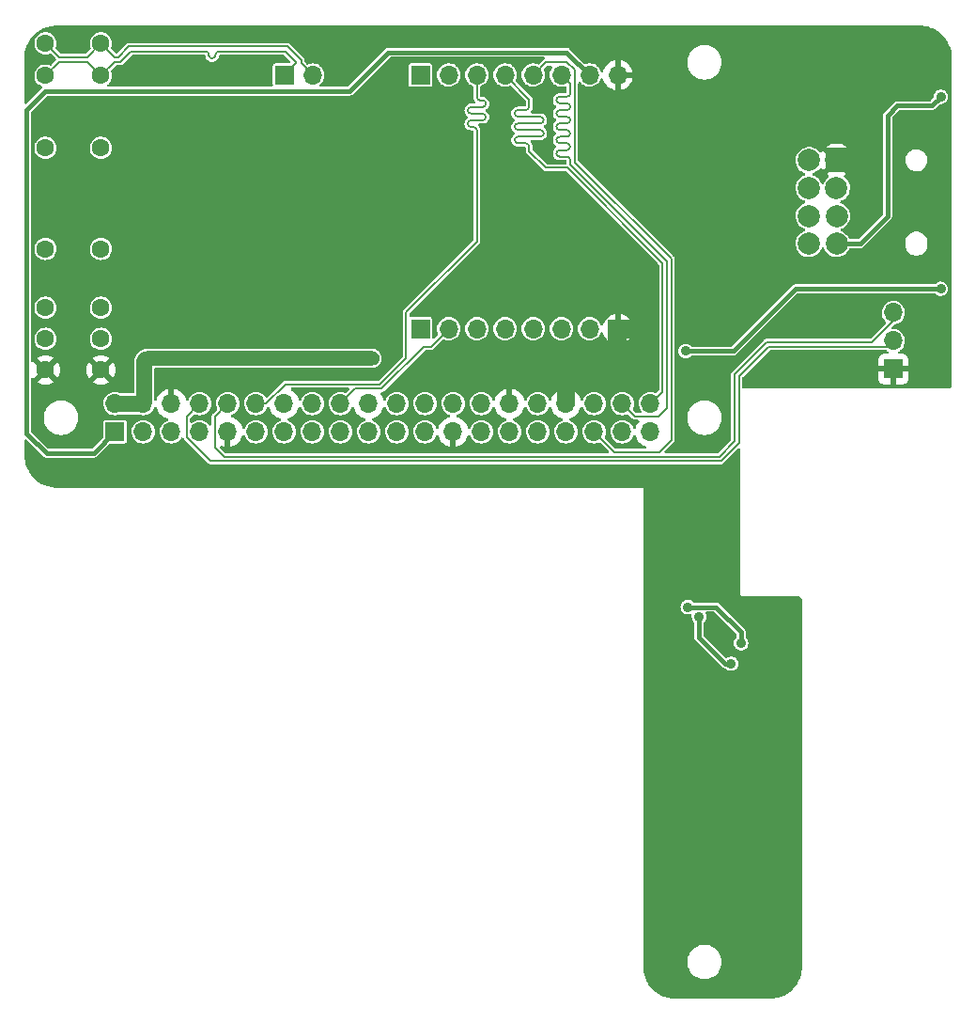
<source format=gtl>
G04 #@! TF.GenerationSoftware,KiCad,Pcbnew,(5.99.0-12980-gcf6acae791)*
G04 #@! TF.CreationDate,2022-01-10T16:17:47+01:00*
G04 #@! TF.ProjectId,ARM_RPI4_HAT,41524d5f-5250-4493-945f-4841542e6b69,rev?*
G04 #@! TF.SameCoordinates,Original*
G04 #@! TF.FileFunction,Copper,L1,Top*
G04 #@! TF.FilePolarity,Positive*
%FSLAX46Y46*%
G04 Gerber Fmt 4.6, Leading zero omitted, Abs format (unit mm)*
G04 Created by KiCad (PCBNEW (5.99.0-12980-gcf6acae791)) date 2022-01-10 16:17:47*
%MOMM*%
%LPD*%
G01*
G04 APERTURE LIST*
G04 #@! TA.AperFunction,ComponentPad*
%ADD10C,2.000000*%
G04 #@! TD*
G04 #@! TA.AperFunction,ComponentPad*
%ADD11C,1.600000*%
G04 #@! TD*
G04 #@! TA.AperFunction,ComponentPad*
%ADD12R,1.700000X1.700000*%
G04 #@! TD*
G04 #@! TA.AperFunction,ComponentPad*
%ADD13O,1.700000X1.700000*%
G04 #@! TD*
G04 #@! TA.AperFunction,ViaPad*
%ADD14C,0.900000*%
G04 #@! TD*
G04 #@! TA.AperFunction,Conductor*
%ADD15C,0.400000*%
G04 #@! TD*
G04 #@! TA.AperFunction,Conductor*
%ADD16C,0.200000*%
G04 #@! TD*
G04 APERTURE END LIST*
D10*
X273420000Y-81825000D03*
X273420000Y-79325000D03*
X273400000Y-76825000D03*
X273400000Y-74325000D03*
X270920000Y-81825000D03*
X270920000Y-79325000D03*
X270920000Y-76825000D03*
X270920000Y-74325000D03*
D11*
X202100000Y-90400000D03*
X207100000Y-90400000D03*
X202100000Y-66700000D03*
X207100000Y-66700000D03*
X202100000Y-87600000D03*
X207100000Y-87600000D03*
X202100000Y-93200000D03*
X207100000Y-93200000D03*
X202100000Y-63800000D03*
X207100000Y-63800000D03*
X202100000Y-82300000D03*
X207100000Y-82300000D03*
X202100000Y-73200000D03*
X207100000Y-73200000D03*
D12*
X208370000Y-98770000D03*
D13*
X208370000Y-96230000D03*
X210910000Y-98770000D03*
X210910000Y-96230000D03*
X213450000Y-98770000D03*
X213450000Y-96230000D03*
X215990000Y-98770000D03*
X215990000Y-96230000D03*
X218530000Y-98770000D03*
X218530000Y-96230000D03*
X221070000Y-98770000D03*
X221070000Y-96230000D03*
X223610000Y-98770000D03*
X223610000Y-96230000D03*
X226150000Y-98770000D03*
X226150000Y-96230000D03*
X228690000Y-98770000D03*
X228690000Y-96230000D03*
X231230000Y-98770000D03*
X231230000Y-96230000D03*
X233770000Y-98770000D03*
X233770000Y-96230000D03*
X236310000Y-98770000D03*
X236310000Y-96230000D03*
X238850000Y-98770000D03*
X238850000Y-96230000D03*
X241390000Y-98770000D03*
X241390000Y-96230000D03*
X243930000Y-98770000D03*
X243930000Y-96230000D03*
X246470000Y-98770000D03*
X246470000Y-96230000D03*
X249010000Y-98770000D03*
X249010000Y-96230000D03*
X251550000Y-98770000D03*
X251550000Y-96230000D03*
X254090000Y-98770000D03*
X254090000Y-96230000D03*
X256630000Y-98770000D03*
X256630000Y-96230000D03*
D12*
X278525000Y-93125000D03*
D13*
X278525000Y-90585000D03*
X278525000Y-88045000D03*
D12*
X235900000Y-66650000D03*
D13*
X238440000Y-66650000D03*
X240980000Y-66650000D03*
X243520000Y-66650000D03*
X246060000Y-66650000D03*
X248600000Y-66650000D03*
X251140000Y-66650000D03*
X253680000Y-66650000D03*
D12*
X223650000Y-66650000D03*
D13*
X226190000Y-66650000D03*
D12*
X235900000Y-89500000D03*
D13*
X238440000Y-89500000D03*
X240980000Y-89500000D03*
X243520000Y-89500000D03*
X246060000Y-89500000D03*
X248600000Y-89500000D03*
X251140000Y-89500000D03*
X253680000Y-89500000D03*
D14*
X263500000Y-118300000D03*
X263500000Y-117000000D03*
X229000000Y-92200000D03*
X231600000Y-92200000D03*
X282800000Y-85900000D03*
X259800000Y-91500000D03*
X230300000Y-92200000D03*
X269300000Y-66500000D03*
X263800000Y-130950000D03*
X270600000Y-66500000D03*
X261900000Y-92600000D03*
X268000000Y-66500000D03*
X266700000Y-66500000D03*
X217600000Y-66500000D03*
X255400000Y-89500000D03*
X215000000Y-66500000D03*
X261300000Y-119231250D03*
X260100000Y-113150000D03*
X259300000Y-119231250D03*
X218900000Y-66500000D03*
X260300000Y-119868750D03*
X272200000Y-94000000D03*
X273500000Y-94000000D03*
X259900000Y-129550000D03*
X261200000Y-130950000D03*
X262500000Y-130950000D03*
X262300000Y-89500000D03*
X259700000Y-89500000D03*
X261200000Y-129550000D03*
X270900000Y-94000000D03*
X261400000Y-111900000D03*
X261000000Y-89500000D03*
X260100000Y-111900000D03*
X262500000Y-129550000D03*
X269600000Y-94000000D03*
X259300000Y-120531250D03*
X261400000Y-113150000D03*
X259900000Y-130950000D03*
X256700000Y-89500000D03*
X261300000Y-120531250D03*
X263800000Y-129550000D03*
X263600000Y-89500000D03*
X216300000Y-66500000D03*
X282800000Y-68600000D03*
X263900000Y-119650000D03*
X261000000Y-115431250D03*
X264800000Y-117800000D03*
X260000000Y-114550000D03*
D15*
X261000000Y-117300000D02*
X261000000Y-115431250D01*
X263350000Y-119650000D02*
X261000000Y-117300000D01*
X263900000Y-119650000D02*
X263350000Y-119650000D01*
X262550000Y-114550000D02*
X260000000Y-114550000D01*
X264800000Y-116800000D02*
X262550000Y-114550000D01*
X264800000Y-117800000D02*
X264800000Y-116800000D01*
D16*
X247209511Y-65500489D02*
X246060000Y-66650000D01*
X249100489Y-65500489D02*
X247209511Y-65500489D01*
X249800000Y-74500000D02*
X249800000Y-66200000D01*
X258499520Y-99500480D02*
X258499520Y-83199520D01*
X249800000Y-66200000D02*
X249100489Y-65500489D01*
X253380480Y-100600480D02*
X257399520Y-100600480D01*
X257399520Y-100600480D02*
X258499520Y-99500480D01*
X258499520Y-83199520D02*
X249800000Y-74500000D01*
X251550000Y-98770000D02*
X253380480Y-100600480D01*
X278525000Y-88775000D02*
X278525000Y-88045000D01*
X276600000Y-90700000D02*
X278525000Y-88775000D01*
X264200480Y-99634514D02*
X264200480Y-93599520D01*
X218200000Y-101000000D02*
X262834994Y-101000000D01*
X217380489Y-100180489D02*
X218200000Y-101000000D01*
X217380489Y-97379511D02*
X217380489Y-100180489D01*
X262834994Y-101000000D02*
X264200480Y-99634514D01*
X267100000Y-90700000D02*
X276600000Y-90700000D01*
X264200480Y-93599520D02*
X267100000Y-90700000D01*
X218530000Y-96230000D02*
X217380489Y-97379511D01*
X278010480Y-91099520D02*
X278525000Y-90585000D01*
X267265486Y-91099520D02*
X278010480Y-91099520D01*
X264600000Y-93765006D02*
X267265486Y-91099520D01*
X264600000Y-99800000D02*
X264600000Y-93765006D01*
X263000000Y-101400000D02*
X264600000Y-99800000D01*
X216994345Y-101400000D02*
X263000000Y-101400000D01*
X214840489Y-99246144D02*
X216994345Y-101400000D01*
X214840489Y-97379511D02*
X214840489Y-99246144D01*
X215990000Y-96230000D02*
X214840489Y-97379511D01*
D15*
X259800000Y-91500000D02*
X264101391Y-91500000D01*
X264101391Y-91500000D02*
X269701391Y-85900000D01*
X269701391Y-85900000D02*
X282800000Y-85900000D01*
X200400000Y-69800000D02*
X200400000Y-98900000D01*
X202200000Y-100700000D02*
X206440000Y-100700000D01*
X200400000Y-98900000D02*
X202200000Y-100700000D01*
X229500000Y-68100000D02*
X202100000Y-68100000D01*
X249090000Y-64600000D02*
X233000000Y-64600000D01*
X206440000Y-100700000D02*
X208370000Y-98770000D01*
X251140000Y-66650000D02*
X249090000Y-64600000D01*
X233000000Y-64600000D02*
X229500000Y-68100000D01*
X202100000Y-68100000D02*
X200400000Y-69800000D01*
D16*
X236200000Y-91100000D02*
X236840000Y-91100000D01*
X228690000Y-96230000D02*
X230020000Y-94900000D01*
X230020000Y-94900000D02*
X232400000Y-94900000D01*
X236840000Y-91100000D02*
X238440000Y-89500000D01*
X232400000Y-94900000D02*
X236200000Y-91100000D01*
X240980000Y-66650000D02*
X240980000Y-68620000D01*
X232234514Y-94500480D02*
X223713865Y-94500480D01*
X234600000Y-88000000D02*
X234600000Y-92134994D01*
X221984345Y-96230000D02*
X221070000Y-96230000D01*
X240980000Y-81620000D02*
X234600000Y-88000000D01*
X223713865Y-94500480D02*
X221984345Y-96230000D01*
X234600000Y-92134994D02*
X232234514Y-94500480D01*
X240980000Y-71620000D02*
X240980000Y-75558138D01*
X240980000Y-70120000D02*
X241495193Y-70120000D01*
X241280000Y-69520000D02*
X240464807Y-69520000D01*
X240464807Y-71320000D02*
X240680000Y-71320000D01*
X241495193Y-69520000D02*
X241280000Y-69520000D01*
X240464807Y-70120000D02*
X240980000Y-70120000D01*
X241280000Y-68920000D02*
X241495193Y-68920000D01*
X240980000Y-75558138D02*
X240980000Y-81620000D01*
X240980000Y-70720000D02*
X240464807Y-70720000D01*
X241495193Y-70720000D02*
X240980000Y-70720000D01*
X241795193Y-69220000D02*
G75*
G03*
X241495193Y-68920000I-300000J0D01*
G01*
X240464807Y-71320000D02*
G75*
G02*
X240164807Y-71020000I0J300000D01*
G01*
X240980000Y-71620000D02*
G75*
G03*
X240680000Y-71320000I-300000J0D01*
G01*
X240164807Y-71020000D02*
G75*
G02*
X240464807Y-70720000I300000J0D01*
G01*
X241495193Y-70720000D02*
G75*
G03*
X241795193Y-70420000I0J300000D01*
G01*
X241280000Y-68920000D02*
G75*
G02*
X240980000Y-68620000I0J300000D01*
G01*
X241795193Y-70420000D02*
G75*
G03*
X241495193Y-70120000I-300000J0D01*
G01*
X240164807Y-69820000D02*
G75*
G02*
X240464807Y-69520000I300000J0D01*
G01*
X240464807Y-70120000D02*
G75*
G02*
X240164807Y-69820000I0J300000D01*
G01*
X241495193Y-69520000D02*
G75*
G03*
X241795193Y-69220000I0J300000D01*
G01*
X258100000Y-83400000D02*
X258100000Y-96600000D01*
X249100480Y-71000480D02*
X248453581Y-71000480D01*
X258100000Y-96600000D02*
X257320489Y-97379511D01*
X248453581Y-71600480D02*
X249100480Y-71600480D01*
X249400480Y-74700480D02*
X258100000Y-83400000D01*
X249400480Y-74300480D02*
X249400480Y-74350480D01*
X248453581Y-69200480D02*
X249100480Y-69200480D01*
X248453581Y-70400480D02*
X249100480Y-70400480D01*
X249100480Y-68600480D02*
X248453581Y-68600480D01*
X248453581Y-72800480D02*
X249100480Y-72800480D01*
X257320489Y-97379511D02*
X255239511Y-97379511D01*
X249100480Y-73400480D02*
X248453581Y-73400480D01*
X248453581Y-74000480D02*
X249100480Y-74000480D01*
X249100480Y-69800480D02*
X248453581Y-69800480D01*
X249400480Y-74350480D02*
X249400480Y-74700480D01*
X255239511Y-97379511D02*
X254090000Y-96230000D01*
X248600000Y-66650000D02*
X249400480Y-67450480D01*
X249100480Y-72200480D02*
X248453581Y-72200480D01*
X249400480Y-67450480D02*
X249400480Y-68300480D01*
X248453581Y-70400480D02*
G75*
G02*
X248153581Y-70100480I0J300000D01*
G01*
X249400480Y-69500480D02*
G75*
G03*
X249100480Y-69200480I-300000J0D01*
G01*
X249400480Y-70700480D02*
G75*
G03*
X249100480Y-70400480I-300000J0D01*
G01*
X248453581Y-71600480D02*
G75*
G02*
X248153581Y-71300480I0J300000D01*
G01*
X249400480Y-73100480D02*
G75*
G03*
X249100480Y-72800480I-300000J0D01*
G01*
X249100480Y-72200480D02*
G75*
G03*
X249400480Y-71900480I0J300000D01*
G01*
X248153581Y-72500480D02*
G75*
G02*
X248453581Y-72200480I300000J0D01*
G01*
X248453581Y-69200480D02*
G75*
G02*
X248153581Y-68900480I0J300000D01*
G01*
X249100480Y-71000480D02*
G75*
G03*
X249400480Y-70700480I0J300000D01*
G01*
X249400480Y-71900480D02*
G75*
G03*
X249100480Y-71600480I-300000J0D01*
G01*
X248153581Y-73700480D02*
G75*
G02*
X248453581Y-73400480I300000J0D01*
G01*
X248453581Y-74000480D02*
G75*
G02*
X248153581Y-73700480I0J300000D01*
G01*
X249400480Y-74300480D02*
G75*
G03*
X249100480Y-74000480I-300000J0D01*
G01*
X249100480Y-73400480D02*
G75*
G03*
X249400480Y-73100480I0J300000D01*
G01*
X249100480Y-69800480D02*
G75*
G03*
X249400480Y-69500480I0J300000D01*
G01*
X249100480Y-68600480D02*
G75*
G03*
X249400480Y-68300480I0J300000D01*
G01*
X248153581Y-70100480D02*
G75*
G02*
X248453581Y-69800480I300000J0D01*
G01*
X248153581Y-71300480D02*
G75*
G02*
X248453581Y-71000480I300000J0D01*
G01*
X248153581Y-68900480D02*
G75*
G02*
X248453581Y-68600480I300000J0D01*
G01*
X248453581Y-72800480D02*
G75*
G02*
X248153581Y-72500480I0J300000D01*
G01*
X243520000Y-66650000D02*
X245700000Y-68830000D01*
X245700000Y-72200000D02*
X244689770Y-72200000D01*
X244689770Y-70400000D02*
X245400000Y-70400000D01*
X257700480Y-83565486D02*
X257700480Y-95159520D01*
X247200000Y-75000000D02*
X249134994Y-75000000D01*
X244689770Y-72800000D02*
X245400000Y-72800000D01*
X246710230Y-72200000D02*
X245700000Y-72200000D01*
X249134994Y-75000000D02*
X257700480Y-83565486D01*
X245700000Y-68830000D02*
X245700000Y-69500000D01*
X245400000Y-70400000D02*
X246710230Y-70400000D01*
X245700000Y-73500000D02*
X247200000Y-75000000D01*
X245400000Y-69800000D02*
X244689770Y-69800000D01*
X244689770Y-71600000D02*
X245700000Y-71600000D01*
X257700480Y-95159520D02*
X256630000Y-96230000D01*
X246710230Y-71000000D02*
X245700000Y-71000000D01*
X245700000Y-71600000D02*
X246710230Y-71600000D01*
X245700000Y-71000000D02*
X244689770Y-71000000D01*
X245700000Y-73100000D02*
X245700000Y-73500000D01*
X244689770Y-72800000D02*
G75*
G02*
X244389770Y-72500000I0J300000D01*
G01*
X245400000Y-69800000D02*
G75*
G03*
X245700000Y-69500000I0J300000D01*
G01*
X244389770Y-70100000D02*
G75*
G02*
X244689770Y-69800000I300000J0D01*
G01*
X244689770Y-71600000D02*
G75*
G02*
X244389770Y-71300000I0J300000D01*
G01*
X246710230Y-72200000D02*
G75*
G03*
X247010230Y-71900000I0J300000D01*
G01*
X247010230Y-70700000D02*
G75*
G03*
X246710230Y-70400000I-300000J0D01*
G01*
X244689770Y-70400000D02*
G75*
G02*
X244389770Y-70100000I0J300000D01*
G01*
X244389770Y-72500000D02*
G75*
G02*
X244689770Y-72200000I300000J0D01*
G01*
X246710230Y-71000000D02*
G75*
G03*
X247010230Y-70700000I0J300000D01*
G01*
X244389770Y-71300000D02*
G75*
G02*
X244689770Y-71000000I300000J0D01*
G01*
X247010230Y-71900000D02*
G75*
G03*
X246710230Y-71600000I-300000J0D01*
G01*
X245700000Y-73100000D02*
G75*
G03*
X245400000Y-72800000I-300000J0D01*
G01*
D15*
X278900000Y-69400000D02*
X278000000Y-70300000D01*
X282800000Y-68600000D02*
X282000000Y-69400000D01*
X282000000Y-69400000D02*
X278900000Y-69400000D01*
X278000000Y-79400000D02*
X275575000Y-81825000D01*
X278000000Y-70300000D02*
X278000000Y-79400000D01*
X275575000Y-81825000D02*
X273420000Y-81825000D01*
D16*
X215275000Y-64525000D02*
X209793200Y-64525000D01*
X209793200Y-64525000D02*
X208843199Y-65475001D01*
X207100000Y-66700000D02*
X205875001Y-65475001D01*
X208324999Y-65475001D02*
X207100000Y-66700000D01*
X208843199Y-65475001D02*
X208324999Y-65475001D01*
X217425000Y-64825000D02*
X217425000Y-64855079D01*
X216825000Y-64855079D02*
X216825000Y-64825000D01*
X224694999Y-65605001D02*
X224694999Y-65513199D01*
X223650000Y-66650000D02*
X224694999Y-65605001D01*
X205875001Y-65475001D02*
X203324999Y-65475001D01*
X224694999Y-65513199D02*
X223706800Y-64525000D01*
X216525000Y-64525000D02*
X215275000Y-64525000D01*
X203324999Y-65475001D02*
X202100000Y-66700000D01*
X223706800Y-64525000D02*
X217725000Y-64525000D01*
X216825000Y-64855079D02*
G75*
G03*
X217125000Y-65155079I300000J0D01*
G01*
X216525000Y-64525000D02*
G75*
G02*
X216825000Y-64825000I0J-300000D01*
G01*
X217125000Y-65155079D02*
G75*
G03*
X217425000Y-64855079I0J300000D01*
G01*
X217425000Y-64825000D02*
G75*
G02*
X217725000Y-64525000I300000J0D01*
G01*
X205875001Y-65024999D02*
X203324999Y-65024999D01*
X223893200Y-64075000D02*
X209606800Y-64075000D01*
X208656801Y-65024999D02*
X208324999Y-65024999D01*
X207100000Y-63800000D02*
X205875001Y-65024999D01*
X225145001Y-65605001D02*
X225145001Y-65326801D01*
X209606800Y-64075000D02*
X208656801Y-65024999D01*
X203324999Y-65024999D02*
X202100000Y-63800000D01*
X225145001Y-65326801D02*
X223893200Y-64075000D01*
X208324999Y-65024999D02*
X207100000Y-63800000D01*
X226190000Y-66650000D02*
X225145001Y-65605001D01*
G04 #@! TA.AperFunction,Conductor*
G36*
X231558188Y-91501078D02*
G01*
X231701785Y-91519983D01*
X231733557Y-91528496D01*
X231859674Y-91580735D01*
X231888160Y-91597182D01*
X231996459Y-91680283D01*
X232019717Y-91703541D01*
X232102818Y-91811840D01*
X232119265Y-91840326D01*
X232171504Y-91966443D01*
X232180017Y-91998214D01*
X232197261Y-92129191D01*
X232197835Y-92133553D01*
X232197835Y-92166447D01*
X232180017Y-92301786D01*
X232171504Y-92333557D01*
X232119265Y-92459674D01*
X232102818Y-92488160D01*
X232019717Y-92596459D01*
X231996459Y-92619717D01*
X231888160Y-92702818D01*
X231859674Y-92719265D01*
X231733557Y-92771504D01*
X231701785Y-92780017D01*
X231558188Y-92798922D01*
X231541742Y-92800000D01*
X211700000Y-92800000D01*
X211700000Y-95993813D01*
X211699393Y-96006163D01*
X211682002Y-96182737D01*
X211677185Y-96206957D01*
X211659849Y-96264108D01*
X211627482Y-96370809D01*
X211618029Y-96393629D01*
X211537319Y-96544628D01*
X211523601Y-96565158D01*
X211414974Y-96697521D01*
X211397521Y-96714974D01*
X211265158Y-96823601D01*
X211244631Y-96837317D01*
X211152417Y-96886607D01*
X211093629Y-96918029D01*
X211070810Y-96927482D01*
X210906957Y-96977185D01*
X210882740Y-96982001D01*
X210708041Y-96999208D01*
X210706163Y-96999393D01*
X210693813Y-97000000D01*
X208357078Y-97000000D01*
X208342972Y-96999208D01*
X208304729Y-96994899D01*
X208197214Y-96982785D01*
X208169707Y-96976506D01*
X208037988Y-96930416D01*
X208012567Y-96918174D01*
X207894402Y-96843926D01*
X207872343Y-96826334D01*
X207773666Y-96727657D01*
X207756074Y-96705598D01*
X207681826Y-96587433D01*
X207669584Y-96562012D01*
X207623494Y-96430293D01*
X207617215Y-96402786D01*
X207612604Y-96361863D01*
X207601589Y-96264103D01*
X207601589Y-96235897D01*
X207617215Y-96097214D01*
X207623494Y-96069707D01*
X207669584Y-95937988D01*
X207681826Y-95912567D01*
X207756074Y-95794402D01*
X207773666Y-95772343D01*
X207872343Y-95673666D01*
X207894402Y-95656074D01*
X208012567Y-95581826D01*
X208037988Y-95569584D01*
X208169707Y-95523494D01*
X208197214Y-95517215D01*
X208304729Y-95505101D01*
X208342972Y-95500792D01*
X208357078Y-95500000D01*
X210300000Y-95500000D01*
X210300000Y-92506187D01*
X210300607Y-92493837D01*
X210317998Y-92317263D01*
X210322815Y-92293043D01*
X210372518Y-92129190D01*
X210381971Y-92106371D01*
X210448572Y-91981768D01*
X210462683Y-91955369D01*
X210476399Y-91934842D01*
X210585026Y-91802479D01*
X210602479Y-91785026D01*
X210734842Y-91676399D01*
X210755369Y-91662683D01*
X210906371Y-91581971D01*
X210929191Y-91572518D01*
X211093043Y-91522815D01*
X211117260Y-91517999D01*
X211293837Y-91500607D01*
X211306187Y-91500000D01*
X231541742Y-91500000D01*
X231558188Y-91501078D01*
G37*
G04 #@! TD.AperFunction*
G04 #@! TA.AperFunction,Conductor*
G36*
X247067573Y-65020502D02*
G01*
X247114066Y-65074158D01*
X247124170Y-65144432D01*
X247094676Y-65209012D01*
X247055026Y-65238000D01*
X247055219Y-65238317D01*
X247051480Y-65240593D01*
X247049190Y-65242267D01*
X247047623Y-65242940D01*
X247047619Y-65242942D01*
X247039448Y-65246453D01*
X247034562Y-65250467D01*
X247032377Y-65252652D01*
X247030114Y-65254704D01*
X247029969Y-65254544D01*
X247020962Y-65261664D01*
X247014067Y-65267916D01*
X247004163Y-65274021D01*
X246987595Y-65295809D01*
X246976401Y-65308628D01*
X246625734Y-65659295D01*
X246563422Y-65693321D01*
X246492607Y-65688256D01*
X246476717Y-65681039D01*
X246474480Y-65679830D01*
X246474478Y-65679829D01*
X246469055Y-65676897D01*
X246272254Y-65615977D01*
X246266129Y-65615333D01*
X246266128Y-65615333D01*
X246073498Y-65595087D01*
X246073496Y-65595087D01*
X246067369Y-65594443D01*
X245980529Y-65602346D01*
X245868342Y-65612555D01*
X245868339Y-65612556D01*
X245862203Y-65613114D01*
X245664572Y-65671280D01*
X245659109Y-65674136D01*
X245659107Y-65674137D01*
X245618737Y-65695242D01*
X245482002Y-65766726D01*
X245477201Y-65770586D01*
X245477198Y-65770588D01*
X245347775Y-65874647D01*
X245321447Y-65895815D01*
X245189024Y-66053630D01*
X245186056Y-66059028D01*
X245186053Y-66059033D01*
X245122420Y-66174783D01*
X245089776Y-66234162D01*
X245027484Y-66430532D01*
X245026798Y-66436649D01*
X245026797Y-66436653D01*
X245008924Y-66595997D01*
X245004520Y-66635262D01*
X245021759Y-66840553D01*
X245023458Y-66846478D01*
X245069395Y-67006678D01*
X245078544Y-67038586D01*
X245081359Y-67044063D01*
X245081360Y-67044066D01*
X245169845Y-67216240D01*
X245172712Y-67221818D01*
X245300677Y-67383270D01*
X245305370Y-67387264D01*
X245305371Y-67387265D01*
X245427246Y-67490988D01*
X245457564Y-67516791D01*
X245462942Y-67519797D01*
X245462944Y-67519798D01*
X245494563Y-67537469D01*
X245637398Y-67617297D01*
X245721280Y-67644552D01*
X245827471Y-67679056D01*
X245827475Y-67679057D01*
X245833329Y-67680959D01*
X246037894Y-67705351D01*
X246044029Y-67704879D01*
X246044031Y-67704879D01*
X246100939Y-67700500D01*
X246243300Y-67689546D01*
X246249230Y-67687890D01*
X246249232Y-67687890D01*
X246432699Y-67636665D01*
X246441725Y-67634145D01*
X246447214Y-67631372D01*
X246447220Y-67631370D01*
X246620116Y-67544033D01*
X246625610Y-67541258D01*
X246641345Y-67528965D01*
X246783101Y-67418213D01*
X246787951Y-67414424D01*
X246801810Y-67398369D01*
X246918540Y-67263134D01*
X246918540Y-67263133D01*
X246922564Y-67258472D01*
X246927699Y-67249434D01*
X246961056Y-67190714D01*
X247024323Y-67079344D01*
X247089351Y-66883863D01*
X247115171Y-66679474D01*
X247115583Y-66650000D01*
X247095480Y-66444970D01*
X247035935Y-66247749D01*
X247033043Y-66242310D01*
X247033042Y-66242307D01*
X247028083Y-66232981D01*
X247013763Y-66163444D01*
X247039310Y-66097203D01*
X247050239Y-66084732D01*
X247297077Y-65837894D01*
X247359389Y-65803868D01*
X247386172Y-65800989D01*
X247670808Y-65800989D01*
X247738929Y-65820991D01*
X247785422Y-65874647D01*
X247795526Y-65944921D01*
X247767329Y-66007980D01*
X247729024Y-66053630D01*
X247726056Y-66059028D01*
X247726053Y-66059033D01*
X247662420Y-66174783D01*
X247629776Y-66234162D01*
X247567484Y-66430532D01*
X247566798Y-66436649D01*
X247566797Y-66436653D01*
X247548924Y-66595997D01*
X247544520Y-66635262D01*
X247561759Y-66840553D01*
X247563458Y-66846478D01*
X247609395Y-67006678D01*
X247618544Y-67038586D01*
X247621359Y-67044063D01*
X247621360Y-67044066D01*
X247709845Y-67216240D01*
X247712712Y-67221818D01*
X247840677Y-67383270D01*
X247845370Y-67387264D01*
X247845371Y-67387265D01*
X247967246Y-67490988D01*
X247997564Y-67516791D01*
X248002942Y-67519797D01*
X248002944Y-67519798D01*
X248034563Y-67537469D01*
X248177398Y-67617297D01*
X248261280Y-67644552D01*
X248367471Y-67679056D01*
X248367475Y-67679057D01*
X248373329Y-67680959D01*
X248577894Y-67705351D01*
X248584029Y-67704879D01*
X248584031Y-67704879D01*
X248640939Y-67700500D01*
X248783300Y-67689546D01*
X248789230Y-67687890D01*
X248789232Y-67687890D01*
X248940096Y-67645768D01*
X249011087Y-67646715D01*
X249070296Y-67685891D01*
X249098925Y-67750859D01*
X249099980Y-67767127D01*
X249099980Y-68173980D01*
X249079978Y-68242101D01*
X249026322Y-68288594D01*
X248973980Y-68299980D01*
X248490898Y-68299980D01*
X248469018Y-68298066D01*
X248464437Y-68297258D01*
X248464436Y-68297258D01*
X248453581Y-68295344D01*
X248442722Y-68297259D01*
X248442370Y-68297259D01*
X248436552Y-68298099D01*
X248326140Y-68310539D01*
X248326139Y-68310539D01*
X248319112Y-68311331D01*
X248191385Y-68356025D01*
X248076806Y-68428019D01*
X247981120Y-68523705D01*
X247977359Y-68529691D01*
X247977358Y-68529692D01*
X247945123Y-68580995D01*
X247909126Y-68638284D01*
X247864432Y-68766011D01*
X247863640Y-68773037D01*
X247863640Y-68773039D01*
X247851202Y-68883433D01*
X247850360Y-68889265D01*
X247850360Y-68889621D01*
X247849745Y-68893108D01*
X247848445Y-68900480D01*
X247850359Y-68911331D01*
X247850361Y-68911342D01*
X247850361Y-68911696D01*
X247851199Y-68917502D01*
X247862619Y-69018855D01*
X247864432Y-69034949D01*
X247909126Y-69162676D01*
X247912888Y-69168663D01*
X247964981Y-69251569D01*
X247981120Y-69277255D01*
X248076806Y-69372941D01*
X248082793Y-69376703D01*
X248082797Y-69376706D01*
X248109990Y-69393792D01*
X248157028Y-69446970D01*
X248167849Y-69517137D01*
X248139017Y-69582016D01*
X248109990Y-69607168D01*
X248082797Y-69624254D01*
X248082793Y-69624257D01*
X248076806Y-69628019D01*
X247981120Y-69723705D01*
X247977359Y-69729691D01*
X247977358Y-69729692D01*
X247961131Y-69755517D01*
X247909126Y-69838284D01*
X247864432Y-69966011D01*
X247863640Y-69973037D01*
X247863640Y-69973039D01*
X247851201Y-70083443D01*
X247850360Y-70089265D01*
X247850360Y-70089621D01*
X247849215Y-70096114D01*
X247848445Y-70100480D01*
X247850359Y-70111331D01*
X247850361Y-70111342D01*
X247850361Y-70111696D01*
X247851199Y-70117502D01*
X247862257Y-70215647D01*
X247864432Y-70234949D01*
X247909126Y-70362676D01*
X247912888Y-70368663D01*
X247977057Y-70470788D01*
X247981120Y-70477255D01*
X248076806Y-70572941D01*
X248082793Y-70576703D01*
X248082797Y-70576706D01*
X248109990Y-70593792D01*
X248157028Y-70646970D01*
X248167849Y-70717137D01*
X248139017Y-70782016D01*
X248109990Y-70807168D01*
X248082797Y-70824254D01*
X248082793Y-70824257D01*
X248076806Y-70828019D01*
X247981120Y-70923705D01*
X247909126Y-71038284D01*
X247864432Y-71166011D01*
X247863640Y-71173037D01*
X247863640Y-71173039D01*
X247851201Y-71283443D01*
X247850360Y-71289265D01*
X247850360Y-71289621D01*
X247849215Y-71296114D01*
X247848445Y-71300480D01*
X247850359Y-71311331D01*
X247850361Y-71311342D01*
X247850361Y-71311696D01*
X247851199Y-71317502D01*
X247859456Y-71390788D01*
X247864432Y-71434949D01*
X247909126Y-71562676D01*
X247912888Y-71568663D01*
X247977057Y-71670788D01*
X247981120Y-71677255D01*
X248076806Y-71772941D01*
X248082793Y-71776703D01*
X248082797Y-71776706D01*
X248109990Y-71793792D01*
X248157028Y-71846970D01*
X248167849Y-71917137D01*
X248139017Y-71982016D01*
X248109990Y-72007168D01*
X248082797Y-72024254D01*
X248082793Y-72024257D01*
X248076806Y-72028019D01*
X247981120Y-72123705D01*
X247909126Y-72238284D01*
X247864432Y-72366011D01*
X247863640Y-72373037D01*
X247863640Y-72373039D01*
X247851201Y-72483443D01*
X247850360Y-72489265D01*
X247850360Y-72489621D01*
X247849215Y-72496114D01*
X247848445Y-72500480D01*
X247850359Y-72511331D01*
X247850361Y-72511342D01*
X247850361Y-72511696D01*
X247851199Y-72517502D01*
X247858519Y-72582468D01*
X247864432Y-72634949D01*
X247909126Y-72762676D01*
X247912888Y-72768663D01*
X247977057Y-72870788D01*
X247981120Y-72877255D01*
X248076806Y-72972941D01*
X248082793Y-72976703D01*
X248082797Y-72976706D01*
X248109990Y-72993792D01*
X248157028Y-73046970D01*
X248167849Y-73117137D01*
X248139017Y-73182016D01*
X248109990Y-73207168D01*
X248082797Y-73224254D01*
X248082793Y-73224257D01*
X248076806Y-73228019D01*
X247981120Y-73323705D01*
X247977359Y-73329691D01*
X247977358Y-73329692D01*
X247954911Y-73365417D01*
X247909126Y-73438284D01*
X247864432Y-73566011D01*
X247863640Y-73573037D01*
X247863640Y-73573039D01*
X247851202Y-73683436D01*
X247850360Y-73689264D01*
X247850360Y-73689621D01*
X247849402Y-73695053D01*
X247848445Y-73700480D01*
X247850359Y-73711331D01*
X247850361Y-73711342D01*
X247850361Y-73711696D01*
X247851199Y-73717502D01*
X247855683Y-73757299D01*
X247864432Y-73834949D01*
X247909126Y-73962676D01*
X247912888Y-73968663D01*
X247948623Y-74025535D01*
X247981120Y-74077255D01*
X248076806Y-74172941D01*
X248082792Y-74176702D01*
X248082793Y-74176703D01*
X248128021Y-74205121D01*
X248191385Y-74244935D01*
X248319112Y-74289629D01*
X248326141Y-74290421D01*
X248378716Y-74296345D01*
X248388461Y-74298072D01*
X248394203Y-74300363D01*
X248400496Y-74300980D01*
X248412779Y-74300980D01*
X248426885Y-74301772D01*
X248436551Y-74302861D01*
X248442370Y-74303701D01*
X248442722Y-74303701D01*
X248453581Y-74305616D01*
X248464436Y-74303702D01*
X248464437Y-74303702D01*
X248469018Y-74302894D01*
X248490898Y-74300980D01*
X248973980Y-74300980D01*
X249042101Y-74320982D01*
X249088594Y-74374638D01*
X249099980Y-74426980D01*
X249099980Y-74573500D01*
X249079978Y-74641621D01*
X249026322Y-74688114D01*
X248973980Y-74699500D01*
X247376661Y-74699500D01*
X247308540Y-74679498D01*
X247287566Y-74662595D01*
X246037405Y-73412434D01*
X246003379Y-73350122D01*
X246000500Y-73323339D01*
X246000500Y-73137317D01*
X246002414Y-73115437D01*
X246003222Y-73110856D01*
X246003222Y-73110855D01*
X246005136Y-73100000D01*
X246003221Y-73089141D01*
X246003221Y-73088789D01*
X246002381Y-73082971D01*
X245989941Y-72972559D01*
X245989941Y-72972558D01*
X245989149Y-72965531D01*
X245944455Y-72837804D01*
X245900710Y-72768183D01*
X245876223Y-72729212D01*
X245876222Y-72729211D01*
X245872461Y-72723225D01*
X245864831Y-72715595D01*
X245863677Y-72713481D01*
X245863049Y-72712694D01*
X245863187Y-72712584D01*
X245830805Y-72653283D01*
X245835870Y-72582468D01*
X245878417Y-72525632D01*
X245944937Y-72500821D01*
X245953926Y-72500500D01*
X246672913Y-72500500D01*
X246694793Y-72502414D01*
X246699374Y-72503222D01*
X246699375Y-72503222D01*
X246710230Y-72505136D01*
X246721089Y-72503221D01*
X246721441Y-72503221D01*
X246727259Y-72502381D01*
X246744132Y-72500480D01*
X246748569Y-72499980D01*
X246837671Y-72489941D01*
X246837672Y-72489941D01*
X246844699Y-72489149D01*
X246972426Y-72444455D01*
X247087005Y-72372461D01*
X247182691Y-72276775D01*
X247254685Y-72162196D01*
X247299379Y-72034469D01*
X247312611Y-71917028D01*
X247313452Y-71911205D01*
X247313452Y-71910857D01*
X247313453Y-71910851D01*
X247315366Y-71900000D01*
X247313537Y-71889629D01*
X247313451Y-71889141D01*
X247313451Y-71888788D01*
X247312610Y-71882962D01*
X247300171Y-71772559D01*
X247300171Y-71772557D01*
X247299379Y-71765531D01*
X247254685Y-71637804D01*
X247208597Y-71564455D01*
X247186453Y-71529212D01*
X247186452Y-71529211D01*
X247182691Y-71523225D01*
X247087005Y-71427539D01*
X247081018Y-71423777D01*
X247081014Y-71423774D01*
X247053821Y-71406688D01*
X247006783Y-71353510D01*
X246995962Y-71283343D01*
X247024794Y-71218464D01*
X247053821Y-71193312D01*
X247081014Y-71176226D01*
X247081018Y-71176223D01*
X247087005Y-71172461D01*
X247182691Y-71076775D01*
X247254685Y-70962196D01*
X247299379Y-70834469D01*
X247312611Y-70717028D01*
X247313452Y-70711205D01*
X247313452Y-70710857D01*
X247313453Y-70710851D01*
X247315366Y-70700000D01*
X247313537Y-70689629D01*
X247313451Y-70689141D01*
X247313451Y-70688788D01*
X247312610Y-70682962D01*
X247300171Y-70572559D01*
X247300171Y-70572557D01*
X247299379Y-70565531D01*
X247254685Y-70437804D01*
X247208597Y-70364455D01*
X247186453Y-70329212D01*
X247186452Y-70329211D01*
X247182691Y-70323225D01*
X247087005Y-70227539D01*
X246972426Y-70155545D01*
X246886103Y-70125339D01*
X246851378Y-70113188D01*
X246851377Y-70113188D01*
X246844699Y-70110851D01*
X246837670Y-70110059D01*
X246785095Y-70104135D01*
X246775350Y-70102408D01*
X246769608Y-70100117D01*
X246763315Y-70099500D01*
X246751032Y-70099500D01*
X246736926Y-70098708D01*
X246727260Y-70097619D01*
X246721441Y-70096779D01*
X246721089Y-70096779D01*
X246710230Y-70094864D01*
X246699375Y-70096778D01*
X246699374Y-70096778D01*
X246694793Y-70097586D01*
X246672913Y-70099500D01*
X245953926Y-70099500D01*
X245885805Y-70079498D01*
X245839312Y-70025842D01*
X245829208Y-69955568D01*
X245858702Y-69890988D01*
X245864831Y-69884405D01*
X245872461Y-69876775D01*
X245944455Y-69762196D01*
X245970608Y-69687457D01*
X245986812Y-69641148D01*
X245986812Y-69641147D01*
X245989149Y-69634469D01*
X245995865Y-69574865D01*
X245997592Y-69565120D01*
X245999883Y-69559378D01*
X246000500Y-69553085D01*
X246000500Y-69540802D01*
X246001292Y-69526696D01*
X246002381Y-69517030D01*
X246003221Y-69511211D01*
X246003221Y-69510859D01*
X246005136Y-69500000D01*
X246002414Y-69484563D01*
X246000500Y-69462683D01*
X246000500Y-68882372D01*
X246000697Y-68879695D01*
X246002426Y-68874658D01*
X246000589Y-68825729D01*
X246000500Y-68821003D01*
X246000500Y-68802052D01*
X245999618Y-68797319D01*
X245999390Y-68793792D01*
X245998663Y-68774420D01*
X245998662Y-68774418D01*
X245998226Y-68762792D01*
X245993632Y-68752100D01*
X245992595Y-68747497D01*
X245989038Y-68735787D01*
X245987339Y-68731384D01*
X245985209Y-68719947D01*
X245979106Y-68710046D01*
X245979105Y-68710043D01*
X245972271Y-68698956D01*
X245963767Y-68682585D01*
X245957546Y-68668106D01*
X245957544Y-68668103D01*
X245954036Y-68659938D01*
X245950023Y-68655051D01*
X245947828Y-68652856D01*
X245945770Y-68650586D01*
X245945932Y-68650439D01*
X245938835Y-68641461D01*
X245932572Y-68634554D01*
X245926468Y-68624652D01*
X245904693Y-68608094D01*
X245891865Y-68596893D01*
X244511212Y-67216240D01*
X244477186Y-67153928D01*
X244482251Y-67083113D01*
X244482428Y-67082680D01*
X244484323Y-67079344D01*
X244549351Y-66883863D01*
X244575171Y-66679474D01*
X244575583Y-66650000D01*
X244555480Y-66444970D01*
X244495935Y-66247749D01*
X244399218Y-66065849D01*
X244300591Y-65944921D01*
X244272906Y-65910975D01*
X244272903Y-65910972D01*
X244269011Y-65906200D01*
X244219336Y-65865105D01*
X244115025Y-65778811D01*
X244115021Y-65778809D01*
X244110275Y-65774882D01*
X243950063Y-65688256D01*
X243934474Y-65679827D01*
X243929055Y-65676897D01*
X243732254Y-65615977D01*
X243726129Y-65615333D01*
X243726128Y-65615333D01*
X243533498Y-65595087D01*
X243533496Y-65595087D01*
X243527369Y-65594443D01*
X243440529Y-65602346D01*
X243328342Y-65612555D01*
X243328339Y-65612556D01*
X243322203Y-65613114D01*
X243124572Y-65671280D01*
X243119109Y-65674136D01*
X243119107Y-65674137D01*
X243078737Y-65695242D01*
X242942002Y-65766726D01*
X242937201Y-65770586D01*
X242937198Y-65770588D01*
X242807775Y-65874647D01*
X242781447Y-65895815D01*
X242649024Y-66053630D01*
X242646056Y-66059028D01*
X242646053Y-66059033D01*
X242582420Y-66174783D01*
X242549776Y-66234162D01*
X242487484Y-66430532D01*
X242486798Y-66436649D01*
X242486797Y-66436653D01*
X242468924Y-66595997D01*
X242464520Y-66635262D01*
X242481759Y-66840553D01*
X242483458Y-66846478D01*
X242529395Y-67006678D01*
X242538544Y-67038586D01*
X242541359Y-67044063D01*
X242541360Y-67044066D01*
X242629845Y-67216240D01*
X242632712Y-67221818D01*
X242760677Y-67383270D01*
X242765370Y-67387264D01*
X242765371Y-67387265D01*
X242887246Y-67490988D01*
X242917564Y-67516791D01*
X242922942Y-67519797D01*
X242922944Y-67519798D01*
X242954563Y-67537469D01*
X243097398Y-67617297D01*
X243181280Y-67644552D01*
X243287471Y-67679056D01*
X243287475Y-67679057D01*
X243293329Y-67680959D01*
X243497894Y-67705351D01*
X243504029Y-67704879D01*
X243504031Y-67704879D01*
X243560939Y-67700500D01*
X243703300Y-67689546D01*
X243709230Y-67687890D01*
X243709232Y-67687890D01*
X243856704Y-67646715D01*
X243901725Y-67634145D01*
X243938211Y-67615715D01*
X244008031Y-67602855D01*
X244073722Y-67629784D01*
X244084115Y-67639086D01*
X245362595Y-68917566D01*
X245396621Y-68979878D01*
X245399500Y-69006661D01*
X245399500Y-69373500D01*
X245379498Y-69441621D01*
X245325842Y-69488114D01*
X245273500Y-69499500D01*
X244727087Y-69499500D01*
X244705207Y-69497586D01*
X244700626Y-69496778D01*
X244700625Y-69496778D01*
X244689770Y-69494864D01*
X244678911Y-69496779D01*
X244678559Y-69496779D01*
X244672741Y-69497619D01*
X244562329Y-69510059D01*
X244562328Y-69510059D01*
X244555301Y-69510851D01*
X244427574Y-69555545D01*
X244370284Y-69591542D01*
X244345416Y-69607168D01*
X244312995Y-69627539D01*
X244217309Y-69723225D01*
X244213548Y-69729211D01*
X244213547Y-69729212D01*
X244201512Y-69748366D01*
X244145315Y-69837804D01*
X244100621Y-69965531D01*
X244091868Y-70043225D01*
X244087391Y-70082959D01*
X244086549Y-70088788D01*
X244086549Y-70089141D01*
X244086463Y-70089629D01*
X244084634Y-70100000D01*
X244086548Y-70110851D01*
X244086550Y-70110862D01*
X244086550Y-70111216D01*
X244087388Y-70117022D01*
X244095699Y-70190788D01*
X244100621Y-70234469D01*
X244145315Y-70362196D01*
X244217309Y-70476775D01*
X244312995Y-70572461D01*
X244318982Y-70576223D01*
X244318986Y-70576226D01*
X244346179Y-70593312D01*
X244393217Y-70646490D01*
X244404038Y-70716657D01*
X244375206Y-70781536D01*
X244346179Y-70806688D01*
X244318986Y-70823774D01*
X244318982Y-70823777D01*
X244312995Y-70827539D01*
X244217309Y-70923225D01*
X244213548Y-70929211D01*
X244213547Y-70929212D01*
X244192822Y-70962196D01*
X244145315Y-71037804D01*
X244100621Y-71165531D01*
X244099829Y-71172557D01*
X244099829Y-71172559D01*
X244099416Y-71176226D01*
X244091868Y-71243225D01*
X244087391Y-71282959D01*
X244086549Y-71288788D01*
X244086549Y-71289141D01*
X244086463Y-71289629D01*
X244084634Y-71300000D01*
X244086548Y-71310851D01*
X244086550Y-71310862D01*
X244086550Y-71311216D01*
X244087388Y-71317022D01*
X244095699Y-71390788D01*
X244100621Y-71434469D01*
X244145315Y-71562196D01*
X244217309Y-71676775D01*
X244312995Y-71772461D01*
X244318982Y-71776223D01*
X244318986Y-71776226D01*
X244346179Y-71793312D01*
X244393217Y-71846490D01*
X244404038Y-71916657D01*
X244375206Y-71981536D01*
X244346179Y-72006688D01*
X244318986Y-72023774D01*
X244318982Y-72023777D01*
X244312995Y-72027539D01*
X244217309Y-72123225D01*
X244213548Y-72129211D01*
X244213547Y-72129212D01*
X244197019Y-72155517D01*
X244145315Y-72237804D01*
X244100621Y-72365531D01*
X244087532Y-72481711D01*
X244087391Y-72482959D01*
X244086549Y-72488788D01*
X244086549Y-72489141D01*
X244086463Y-72489629D01*
X244084634Y-72500000D01*
X244086548Y-72510851D01*
X244086550Y-72510862D01*
X244086550Y-72511216D01*
X244087388Y-72517022D01*
X244091783Y-72556025D01*
X244100621Y-72634469D01*
X244145315Y-72762196D01*
X244217309Y-72876775D01*
X244312995Y-72972461D01*
X244427574Y-73044455D01*
X244555301Y-73089149D01*
X244562330Y-73089941D01*
X244614905Y-73095865D01*
X244624650Y-73097592D01*
X244630392Y-73099883D01*
X244636685Y-73100500D01*
X244648968Y-73100500D01*
X244663074Y-73101292D01*
X244672740Y-73102381D01*
X244678559Y-73103221D01*
X244678911Y-73103221D01*
X244689770Y-73105136D01*
X244700625Y-73103222D01*
X244700626Y-73103222D01*
X244705207Y-73102414D01*
X244727087Y-73100500D01*
X245273500Y-73100500D01*
X245341621Y-73120502D01*
X245388114Y-73174158D01*
X245399500Y-73226500D01*
X245399500Y-73447634D01*
X245399304Y-73450307D01*
X245397575Y-73455342D01*
X245398011Y-73466964D01*
X245398011Y-73466966D01*
X245399411Y-73504255D01*
X245399500Y-73508981D01*
X245399500Y-73527948D01*
X245400382Y-73532683D01*
X245400610Y-73536209D01*
X245401774Y-73567208D01*
X245406364Y-73577893D01*
X245407401Y-73582493D01*
X245410962Y-73594214D01*
X245412661Y-73598617D01*
X245414791Y-73610053D01*
X245427727Y-73631039D01*
X245436231Y-73647411D01*
X245442451Y-73661888D01*
X245442453Y-73661892D01*
X245445964Y-73670063D01*
X245449978Y-73674949D01*
X245452163Y-73677134D01*
X245454215Y-73679397D01*
X245454055Y-73679542D01*
X245461175Y-73688549D01*
X245467427Y-73695444D01*
X245473532Y-73705348D01*
X245495320Y-73721916D01*
X245508139Y-73733110D01*
X246950484Y-75175456D01*
X246952238Y-75177487D01*
X246954575Y-75182269D01*
X246963104Y-75190181D01*
X246963105Y-75190182D01*
X246990463Y-75215560D01*
X246993868Y-75218840D01*
X247007276Y-75232248D01*
X247011255Y-75234978D01*
X247013884Y-75237286D01*
X247036646Y-75258401D01*
X247047453Y-75262712D01*
X247051448Y-75265238D01*
X247062242Y-75271001D01*
X247066554Y-75272912D01*
X247076146Y-75279492D01*
X247087463Y-75282178D01*
X247087464Y-75282178D01*
X247100127Y-75285183D01*
X247117724Y-75290748D01*
X247132362Y-75296588D01*
X247132365Y-75296589D01*
X247140622Y-75299883D01*
X247146915Y-75300500D01*
X247149994Y-75300500D01*
X247153067Y-75300650D01*
X247153056Y-75300866D01*
X247164431Y-75302198D01*
X247173746Y-75302654D01*
X247185066Y-75305340D01*
X247196595Y-75303771D01*
X247196596Y-75303771D01*
X247212173Y-75301651D01*
X247229164Y-75300500D01*
X248958333Y-75300500D01*
X249026454Y-75320502D01*
X249047428Y-75337405D01*
X257363075Y-83653052D01*
X257397101Y-83715364D01*
X257399980Y-83742147D01*
X257399980Y-88700000D01*
X254779941Y-88700000D01*
X254762426Y-88672926D01*
X254756136Y-88664757D01*
X254612806Y-88507240D01*
X254605273Y-88500215D01*
X254438139Y-88368222D01*
X254429552Y-88362517D01*
X254243117Y-88259599D01*
X254233705Y-88255369D01*
X254032959Y-88184280D01*
X254022988Y-88181646D01*
X253951837Y-88168972D01*
X253938540Y-88170432D01*
X253934000Y-88184989D01*
X253934000Y-88700000D01*
X253426000Y-88700000D01*
X253426000Y-88183102D01*
X253422082Y-88169758D01*
X253407806Y-88167771D01*
X253369324Y-88173660D01*
X253359288Y-88176051D01*
X253156868Y-88242212D01*
X253147359Y-88246209D01*
X252958463Y-88344542D01*
X252949738Y-88350036D01*
X252779433Y-88477905D01*
X252771726Y-88484748D01*
X252624590Y-88638717D01*
X252618104Y-88646727D01*
X252498098Y-88822649D01*
X252493000Y-88831623D01*
X252403338Y-89024783D01*
X252399775Y-89034470D01*
X252371012Y-89138185D01*
X252333533Y-89198483D01*
X252269405Y-89228946D01*
X252198986Y-89219903D01*
X252144636Y-89174224D01*
X252128973Y-89140933D01*
X252128143Y-89138185D01*
X252115935Y-89097749D01*
X252019218Y-88915849D01*
X251903071Y-88773439D01*
X251892906Y-88760975D01*
X251892903Y-88760972D01*
X251889011Y-88756200D01*
X251871786Y-88741950D01*
X251735025Y-88628811D01*
X251735021Y-88628809D01*
X251730275Y-88624882D01*
X251549055Y-88526897D01*
X251352254Y-88465977D01*
X251346129Y-88465333D01*
X251346128Y-88465333D01*
X251153498Y-88445087D01*
X251153496Y-88445087D01*
X251147369Y-88444443D01*
X251068593Y-88451612D01*
X250948342Y-88462555D01*
X250948339Y-88462556D01*
X250942203Y-88463114D01*
X250744572Y-88521280D01*
X250739107Y-88524137D01*
X250667729Y-88561453D01*
X250562002Y-88616726D01*
X250557201Y-88620586D01*
X250557198Y-88620588D01*
X250502263Y-88664757D01*
X250401447Y-88745815D01*
X250269024Y-88903630D01*
X250266056Y-88909028D01*
X250266053Y-88909033D01*
X250202420Y-89024783D01*
X250169776Y-89084162D01*
X250107484Y-89280532D01*
X250106798Y-89286649D01*
X250106797Y-89286653D01*
X250085543Y-89476143D01*
X250084520Y-89485262D01*
X250085036Y-89491406D01*
X250101017Y-89681711D01*
X250101759Y-89690553D01*
X250108428Y-89713811D01*
X250149395Y-89856678D01*
X250158544Y-89888586D01*
X250161359Y-89894063D01*
X250161360Y-89894066D01*
X250248930Y-90064459D01*
X250252712Y-90071818D01*
X250380677Y-90233270D01*
X250385370Y-90237264D01*
X250385371Y-90237265D01*
X250532634Y-90362595D01*
X250537564Y-90366791D01*
X250542942Y-90369797D01*
X250542944Y-90369798D01*
X250603288Y-90403523D01*
X250717398Y-90467297D01*
X250778490Y-90487147D01*
X250907471Y-90529056D01*
X250907475Y-90529057D01*
X250913329Y-90530959D01*
X251117894Y-90555351D01*
X251124029Y-90554879D01*
X251124031Y-90554879D01*
X251180939Y-90550500D01*
X251323300Y-90539546D01*
X251329230Y-90537890D01*
X251329232Y-90537890D01*
X251515797Y-90485800D01*
X251515796Y-90485800D01*
X251521725Y-90484145D01*
X251527214Y-90481372D01*
X251527220Y-90481370D01*
X251687975Y-90400166D01*
X251705610Y-90391258D01*
X251712388Y-90385963D01*
X251863101Y-90268213D01*
X251867951Y-90264424D01*
X251925992Y-90197183D01*
X251998540Y-90113134D01*
X251998540Y-90113133D01*
X252002564Y-90108472D01*
X252023387Y-90071818D01*
X252041056Y-90040714D01*
X252104323Y-89929344D01*
X252116057Y-89894071D01*
X252128496Y-89856678D01*
X252168978Y-89798354D01*
X252234566Y-89771175D01*
X252304437Y-89783770D01*
X252356406Y-89832141D01*
X252370971Y-89868751D01*
X252378564Y-89902444D01*
X252381645Y-89912275D01*
X252461770Y-90109603D01*
X252466413Y-90118794D01*
X252577694Y-90300388D01*
X252583777Y-90308699D01*
X252723213Y-90469667D01*
X252730580Y-90476883D01*
X252800000Y-90534516D01*
X252800000Y-91500000D01*
X248200000Y-91500000D01*
X248200000Y-95139905D01*
X248109433Y-95207905D01*
X248101726Y-95214748D01*
X247954590Y-95368717D01*
X247948104Y-95376727D01*
X247828098Y-95552649D01*
X247823000Y-95561623D01*
X247733338Y-95754783D01*
X247729775Y-95764470D01*
X247701012Y-95868185D01*
X247663533Y-95928483D01*
X247599405Y-95958946D01*
X247528986Y-95949903D01*
X247474636Y-95904224D01*
X247458973Y-95870933D01*
X247458143Y-95868185D01*
X247445935Y-95827749D01*
X247349218Y-95645849D01*
X247267557Y-95545723D01*
X247222906Y-95490975D01*
X247222903Y-95490972D01*
X247219011Y-95486200D01*
X247201786Y-95471950D01*
X247065025Y-95358811D01*
X247065021Y-95358809D01*
X247060275Y-95354882D01*
X246898922Y-95267639D01*
X246884474Y-95259827D01*
X246879055Y-95256897D01*
X246682254Y-95195977D01*
X246676129Y-95195333D01*
X246676128Y-95195333D01*
X246483498Y-95175087D01*
X246483496Y-95175087D01*
X246477369Y-95174443D01*
X246390529Y-95182346D01*
X246278342Y-95192555D01*
X246278339Y-95192556D01*
X246272203Y-95193114D01*
X246074572Y-95251280D01*
X245892002Y-95346726D01*
X245887201Y-95350586D01*
X245887198Y-95350588D01*
X245822103Y-95402926D01*
X245731447Y-95475815D01*
X245599024Y-95633630D01*
X245596056Y-95639028D01*
X245596053Y-95639033D01*
X245515190Y-95786124D01*
X245499776Y-95814162D01*
X245497914Y-95820032D01*
X245481068Y-95873138D01*
X245441405Y-95932022D01*
X245376202Y-95960114D01*
X245306163Y-95948497D01*
X245253523Y-95900857D01*
X245238762Y-95865735D01*
X245221214Y-95795875D01*
X245217894Y-95786124D01*
X245132972Y-95590814D01*
X245128105Y-95581739D01*
X245012426Y-95402926D01*
X245006136Y-95394757D01*
X244862806Y-95237240D01*
X244855273Y-95230215D01*
X244688139Y-95098222D01*
X244679552Y-95092517D01*
X244493117Y-94989599D01*
X244483705Y-94985369D01*
X244282959Y-94914280D01*
X244272988Y-94911646D01*
X244201837Y-94898972D01*
X244188540Y-94900432D01*
X244184000Y-94914989D01*
X244184000Y-96358000D01*
X244163998Y-96426121D01*
X244110342Y-96472614D01*
X244058000Y-96484000D01*
X243802000Y-96484000D01*
X243733879Y-96463998D01*
X243687386Y-96410342D01*
X243676000Y-96358000D01*
X243676000Y-94913102D01*
X243672082Y-94899758D01*
X243657806Y-94897771D01*
X243619324Y-94903660D01*
X243609288Y-94906051D01*
X243406868Y-94972212D01*
X243397359Y-94976209D01*
X243208463Y-95074542D01*
X243199738Y-95080036D01*
X243029433Y-95207905D01*
X243021726Y-95214748D01*
X242874590Y-95368717D01*
X242868104Y-95376727D01*
X242748098Y-95552649D01*
X242743000Y-95561623D01*
X242653338Y-95754783D01*
X242649775Y-95764470D01*
X242621012Y-95868185D01*
X242583533Y-95928483D01*
X242519405Y-95958946D01*
X242448986Y-95949903D01*
X242394636Y-95904224D01*
X242378973Y-95870933D01*
X242378143Y-95868185D01*
X242365935Y-95827749D01*
X242269218Y-95645849D01*
X242187557Y-95545723D01*
X242142906Y-95490975D01*
X242142903Y-95490972D01*
X242139011Y-95486200D01*
X242121786Y-95471950D01*
X241985025Y-95358811D01*
X241985021Y-95358809D01*
X241980275Y-95354882D01*
X241818922Y-95267639D01*
X241804474Y-95259827D01*
X241799055Y-95256897D01*
X241602254Y-95195977D01*
X241596129Y-95195333D01*
X241596128Y-95195333D01*
X241403498Y-95175087D01*
X241403496Y-95175087D01*
X241397369Y-95174443D01*
X241310529Y-95182346D01*
X241198342Y-95192555D01*
X241198339Y-95192556D01*
X241192203Y-95193114D01*
X240994572Y-95251280D01*
X240812002Y-95346726D01*
X240807201Y-95350586D01*
X240807198Y-95350588D01*
X240742103Y-95402926D01*
X240651447Y-95475815D01*
X240519024Y-95633630D01*
X240516056Y-95639028D01*
X240516053Y-95639033D01*
X240435190Y-95786124D01*
X240419776Y-95814162D01*
X240357484Y-96010532D01*
X240356798Y-96016649D01*
X240356797Y-96016653D01*
X240346066Y-96112328D01*
X240334520Y-96215262D01*
X240335036Y-96221406D01*
X240350902Y-96410342D01*
X240351759Y-96420553D01*
X240353458Y-96426478D01*
X240399395Y-96586678D01*
X240408544Y-96618586D01*
X240411359Y-96624063D01*
X240411360Y-96624066D01*
X240498648Y-96793911D01*
X240502712Y-96801818D01*
X240630677Y-96963270D01*
X240635370Y-96967264D01*
X240635371Y-96967265D01*
X240766673Y-97079011D01*
X240787564Y-97096791D01*
X240792942Y-97099797D01*
X240792944Y-97099798D01*
X240814929Y-97112085D01*
X240967398Y-97197297D01*
X241040816Y-97221152D01*
X241157471Y-97259056D01*
X241157475Y-97259057D01*
X241163329Y-97260959D01*
X241367894Y-97285351D01*
X241374029Y-97284879D01*
X241374031Y-97284879D01*
X241430039Y-97280569D01*
X241573300Y-97269546D01*
X241579230Y-97267890D01*
X241579232Y-97267890D01*
X241711536Y-97230950D01*
X241771725Y-97214145D01*
X241777214Y-97211372D01*
X241777220Y-97211370D01*
X241935370Y-97131482D01*
X241955610Y-97121258D01*
X241971345Y-97108965D01*
X242091846Y-97014819D01*
X242117951Y-96994424D01*
X242175992Y-96927183D01*
X242248540Y-96843134D01*
X242248540Y-96843133D01*
X242252564Y-96838472D01*
X242273387Y-96801818D01*
X242308399Y-96740185D01*
X242354323Y-96659344D01*
X242366057Y-96624071D01*
X242378496Y-96586678D01*
X242418978Y-96528354D01*
X242484566Y-96501175D01*
X242554437Y-96513770D01*
X242606406Y-96562141D01*
X242620971Y-96598751D01*
X242628564Y-96632444D01*
X242631645Y-96642275D01*
X242711770Y-96839603D01*
X242716413Y-96848794D01*
X242827694Y-97030388D01*
X242833777Y-97038699D01*
X242973213Y-97199667D01*
X242980580Y-97206883D01*
X243144434Y-97342916D01*
X243152881Y-97348831D01*
X243336756Y-97456279D01*
X243346042Y-97460729D01*
X243545001Y-97536703D01*
X243559866Y-97541022D01*
X243559289Y-97543008D01*
X243614260Y-97572082D01*
X243649110Y-97633936D01*
X243644988Y-97704813D01*
X243603201Y-97762209D01*
X243561930Y-97783228D01*
X243540489Y-97789538D01*
X243540484Y-97789540D01*
X243534572Y-97791280D01*
X243352002Y-97886726D01*
X243347201Y-97890586D01*
X243347198Y-97890588D01*
X243314688Y-97916727D01*
X243191447Y-98015815D01*
X243059024Y-98173630D01*
X243056056Y-98179028D01*
X243056053Y-98179033D01*
X243036199Y-98215148D01*
X242959776Y-98354162D01*
X242897484Y-98550532D01*
X242896798Y-98556649D01*
X242896797Y-98556653D01*
X242894865Y-98573879D01*
X242874520Y-98755262D01*
X242891759Y-98960553D01*
X242893458Y-98966478D01*
X242939395Y-99126678D01*
X242948544Y-99158586D01*
X242951359Y-99164063D01*
X242951360Y-99164066D01*
X243039845Y-99336240D01*
X243042712Y-99341818D01*
X243170677Y-99503270D01*
X243175370Y-99507264D01*
X243175371Y-99507265D01*
X243249541Y-99570388D01*
X243327564Y-99636791D01*
X243332942Y-99639797D01*
X243332944Y-99639798D01*
X243376308Y-99664033D01*
X243507398Y-99737297D01*
X243591280Y-99764552D01*
X243697471Y-99799056D01*
X243697475Y-99799057D01*
X243703329Y-99800959D01*
X243907894Y-99825351D01*
X243914029Y-99824879D01*
X243914031Y-99824879D01*
X243986625Y-99819293D01*
X244113300Y-99809546D01*
X244119230Y-99807890D01*
X244119232Y-99807890D01*
X244294028Y-99759086D01*
X244311725Y-99754145D01*
X244317214Y-99751372D01*
X244317220Y-99751370D01*
X244490116Y-99664033D01*
X244495610Y-99661258D01*
X244511345Y-99648965D01*
X244585092Y-99591347D01*
X244657951Y-99534424D01*
X244684313Y-99503884D01*
X244788540Y-99383134D01*
X244788540Y-99383133D01*
X244792564Y-99378472D01*
X244799594Y-99366098D01*
X244848803Y-99279474D01*
X244894323Y-99199344D01*
X244959351Y-99003863D01*
X244985171Y-98799474D01*
X244985583Y-98770000D01*
X244984138Y-98755262D01*
X245414520Y-98755262D01*
X245431759Y-98960553D01*
X245433458Y-98966478D01*
X245479395Y-99126678D01*
X245488544Y-99158586D01*
X245491359Y-99164063D01*
X245491360Y-99164066D01*
X245579845Y-99336240D01*
X245582712Y-99341818D01*
X245710677Y-99503270D01*
X245715370Y-99507264D01*
X245715371Y-99507265D01*
X245789541Y-99570388D01*
X245867564Y-99636791D01*
X245872942Y-99639797D01*
X245872944Y-99639798D01*
X245916308Y-99664033D01*
X246047398Y-99737297D01*
X246131280Y-99764552D01*
X246237471Y-99799056D01*
X246237475Y-99799057D01*
X246243329Y-99800959D01*
X246447894Y-99825351D01*
X246454029Y-99824879D01*
X246454031Y-99824879D01*
X246526625Y-99819293D01*
X246653300Y-99809546D01*
X246659230Y-99807890D01*
X246659232Y-99807890D01*
X246834028Y-99759086D01*
X246851725Y-99754145D01*
X246857214Y-99751372D01*
X246857220Y-99751370D01*
X247030116Y-99664033D01*
X247035610Y-99661258D01*
X247051345Y-99648965D01*
X247125092Y-99591347D01*
X247197951Y-99534424D01*
X247224313Y-99503884D01*
X247328540Y-99383134D01*
X247328540Y-99383133D01*
X247332564Y-99378472D01*
X247339594Y-99366098D01*
X247388803Y-99279474D01*
X247434323Y-99199344D01*
X247499351Y-99003863D01*
X247525171Y-98799474D01*
X247525583Y-98770000D01*
X247505480Y-98564970D01*
X247445935Y-98367749D01*
X247349218Y-98185849D01*
X247271396Y-98090430D01*
X247222906Y-98030975D01*
X247222903Y-98030972D01*
X247219011Y-98026200D01*
X247163905Y-97980612D01*
X247065025Y-97898811D01*
X247065021Y-97898809D01*
X247060275Y-97894882D01*
X246879055Y-97796897D01*
X246682254Y-97735977D01*
X246676129Y-97735333D01*
X246676128Y-97735333D01*
X246483498Y-97715087D01*
X246483496Y-97715087D01*
X246477369Y-97714443D01*
X246390529Y-97722346D01*
X246278342Y-97732555D01*
X246278339Y-97732556D01*
X246272203Y-97733114D01*
X246074572Y-97791280D01*
X245892002Y-97886726D01*
X245887201Y-97890586D01*
X245887198Y-97890588D01*
X245854688Y-97916727D01*
X245731447Y-98015815D01*
X245599024Y-98173630D01*
X245596056Y-98179028D01*
X245596053Y-98179033D01*
X245576199Y-98215148D01*
X245499776Y-98354162D01*
X245437484Y-98550532D01*
X245436798Y-98556649D01*
X245436797Y-98556653D01*
X245434865Y-98573879D01*
X245414520Y-98755262D01*
X244984138Y-98755262D01*
X244965480Y-98564970D01*
X244905935Y-98367749D01*
X244809218Y-98185849D01*
X244731396Y-98090430D01*
X244682906Y-98030975D01*
X244682903Y-98030972D01*
X244679011Y-98026200D01*
X244623905Y-97980612D01*
X244525025Y-97898811D01*
X244525021Y-97898809D01*
X244520275Y-97894882D01*
X244339055Y-97796897D01*
X244288183Y-97781150D01*
X244229025Y-97741899D01*
X244200477Y-97676895D01*
X244211605Y-97606776D01*
X244258876Y-97553804D01*
X244289235Y-97540099D01*
X244422255Y-97500191D01*
X244431842Y-97496433D01*
X244623095Y-97402739D01*
X244631945Y-97397464D01*
X244805328Y-97273792D01*
X244813200Y-97267139D01*
X244964052Y-97116812D01*
X244970730Y-97108965D01*
X245095003Y-96936020D01*
X245100313Y-96927183D01*
X245194670Y-96736267D01*
X245198469Y-96726672D01*
X245239593Y-96591319D01*
X245278534Y-96531955D01*
X245343388Y-96503068D01*
X245413564Y-96513830D01*
X245466782Y-96560823D01*
X245481270Y-96593217D01*
X245488544Y-96618586D01*
X245491359Y-96624063D01*
X245491360Y-96624066D01*
X245578648Y-96793911D01*
X245582712Y-96801818D01*
X245710677Y-96963270D01*
X245715370Y-96967264D01*
X245715371Y-96967265D01*
X245846673Y-97079011D01*
X245867564Y-97096791D01*
X245872942Y-97099797D01*
X245872944Y-97099798D01*
X245894929Y-97112085D01*
X246047398Y-97197297D01*
X246120816Y-97221152D01*
X246237471Y-97259056D01*
X246237475Y-97259057D01*
X246243329Y-97260959D01*
X246447894Y-97285351D01*
X246454029Y-97284879D01*
X246454031Y-97284879D01*
X246510039Y-97280569D01*
X246653300Y-97269546D01*
X246659230Y-97267890D01*
X246659232Y-97267890D01*
X246791536Y-97230950D01*
X246851725Y-97214145D01*
X246857214Y-97211372D01*
X246857220Y-97211370D01*
X247015370Y-97131482D01*
X247035610Y-97121258D01*
X247051345Y-97108965D01*
X247171846Y-97014819D01*
X247197951Y-96994424D01*
X247255992Y-96927183D01*
X247328540Y-96843134D01*
X247328540Y-96843133D01*
X247332564Y-96838472D01*
X247353387Y-96801818D01*
X247388399Y-96740185D01*
X247434323Y-96659344D01*
X247446057Y-96624071D01*
X247458496Y-96586678D01*
X247498978Y-96528354D01*
X247564566Y-96501175D01*
X247634437Y-96513770D01*
X247686406Y-96562141D01*
X247700971Y-96598751D01*
X247708564Y-96632444D01*
X247711645Y-96642275D01*
X247791770Y-96839603D01*
X247796413Y-96848794D01*
X247907694Y-97030388D01*
X247913777Y-97038699D01*
X248053213Y-97199667D01*
X248060580Y-97206883D01*
X248224434Y-97342916D01*
X248232881Y-97348831D01*
X248416756Y-97456279D01*
X248426042Y-97460729D01*
X248625001Y-97536703D01*
X248639866Y-97541022D01*
X248639289Y-97543008D01*
X248694260Y-97572082D01*
X248729110Y-97633936D01*
X248724988Y-97704813D01*
X248683201Y-97762209D01*
X248641930Y-97783228D01*
X248620489Y-97789538D01*
X248620484Y-97789540D01*
X248614572Y-97791280D01*
X248432002Y-97886726D01*
X248427201Y-97890586D01*
X248427198Y-97890588D01*
X248394688Y-97916727D01*
X248271447Y-98015815D01*
X248139024Y-98173630D01*
X248136056Y-98179028D01*
X248136053Y-98179033D01*
X248116199Y-98215148D01*
X248039776Y-98354162D01*
X247977484Y-98550532D01*
X247976798Y-98556649D01*
X247976797Y-98556653D01*
X247974865Y-98573879D01*
X247954520Y-98755262D01*
X247971759Y-98960553D01*
X247973458Y-98966478D01*
X248019395Y-99126678D01*
X248028544Y-99158586D01*
X248031359Y-99164063D01*
X248031360Y-99164066D01*
X248119845Y-99336240D01*
X248122712Y-99341818D01*
X248250677Y-99503270D01*
X248255370Y-99507264D01*
X248255371Y-99507265D01*
X248329541Y-99570388D01*
X248407564Y-99636791D01*
X248412942Y-99639797D01*
X248412944Y-99639798D01*
X248456308Y-99664033D01*
X248587398Y-99737297D01*
X248671280Y-99764552D01*
X248777471Y-99799056D01*
X248777475Y-99799057D01*
X248783329Y-99800959D01*
X248987894Y-99825351D01*
X248994029Y-99824879D01*
X248994031Y-99824879D01*
X249066625Y-99819293D01*
X249193300Y-99809546D01*
X249199230Y-99807890D01*
X249199232Y-99807890D01*
X249374028Y-99759086D01*
X249391725Y-99754145D01*
X249397214Y-99751372D01*
X249397220Y-99751370D01*
X249570116Y-99664033D01*
X249575610Y-99661258D01*
X249591345Y-99648965D01*
X249665092Y-99591347D01*
X249737951Y-99534424D01*
X249764313Y-99503884D01*
X249868540Y-99383134D01*
X249868540Y-99383133D01*
X249872564Y-99378472D01*
X249879594Y-99366098D01*
X249928803Y-99279474D01*
X249974323Y-99199344D01*
X250039351Y-99003863D01*
X250065171Y-98799474D01*
X250065583Y-98770000D01*
X250045480Y-98564970D01*
X249985935Y-98367749D01*
X249889218Y-98185849D01*
X249811396Y-98090430D01*
X249762906Y-98030975D01*
X249762903Y-98030972D01*
X249759011Y-98026200D01*
X249703905Y-97980612D01*
X249605025Y-97898811D01*
X249605021Y-97898809D01*
X249600275Y-97894882D01*
X249419055Y-97796897D01*
X249368183Y-97781150D01*
X249309025Y-97741899D01*
X249280477Y-97676895D01*
X249291605Y-97606776D01*
X249338876Y-97553804D01*
X249369235Y-97540099D01*
X249502255Y-97500191D01*
X249511842Y-97496433D01*
X249703095Y-97402739D01*
X249711945Y-97397464D01*
X249885328Y-97273792D01*
X249893200Y-97267139D01*
X250044052Y-97116812D01*
X250050730Y-97108965D01*
X250175003Y-96936020D01*
X250180313Y-96927183D01*
X250274670Y-96736267D01*
X250278469Y-96726672D01*
X250319593Y-96591319D01*
X250358534Y-96531955D01*
X250423388Y-96503068D01*
X250493564Y-96513830D01*
X250546782Y-96560823D01*
X250561270Y-96593217D01*
X250568544Y-96618586D01*
X250571359Y-96624063D01*
X250571360Y-96624066D01*
X250658648Y-96793911D01*
X250662712Y-96801818D01*
X250790677Y-96963270D01*
X250795370Y-96967264D01*
X250795371Y-96967265D01*
X250926673Y-97079011D01*
X250947564Y-97096791D01*
X250952942Y-97099797D01*
X250952944Y-97099798D01*
X250974929Y-97112085D01*
X251127398Y-97197297D01*
X251200816Y-97221152D01*
X251317471Y-97259056D01*
X251317475Y-97259057D01*
X251323329Y-97260959D01*
X251527894Y-97285351D01*
X251534029Y-97284879D01*
X251534031Y-97284879D01*
X251590039Y-97280569D01*
X251733300Y-97269546D01*
X251739230Y-97267890D01*
X251739232Y-97267890D01*
X251871536Y-97230950D01*
X251931725Y-97214145D01*
X251937214Y-97211372D01*
X251937220Y-97211370D01*
X252095370Y-97131482D01*
X252115610Y-97121258D01*
X252131345Y-97108965D01*
X252251846Y-97014819D01*
X252277951Y-96994424D01*
X252335992Y-96927183D01*
X252408540Y-96843134D01*
X252408540Y-96843133D01*
X252412564Y-96838472D01*
X252433387Y-96801818D01*
X252468399Y-96740185D01*
X252514323Y-96659344D01*
X252579351Y-96463863D01*
X252605171Y-96259474D01*
X252605583Y-96230000D01*
X252585480Y-96024970D01*
X252525935Y-95827749D01*
X252429218Y-95645849D01*
X252347557Y-95545723D01*
X252302906Y-95490975D01*
X252302903Y-95490972D01*
X252299011Y-95486200D01*
X252281786Y-95471950D01*
X252145025Y-95358811D01*
X252145021Y-95358809D01*
X252140275Y-95354882D01*
X251978922Y-95267639D01*
X251964474Y-95259827D01*
X251959055Y-95256897D01*
X251762254Y-95195977D01*
X251756129Y-95195333D01*
X251756128Y-95195333D01*
X251563498Y-95175087D01*
X251563496Y-95175087D01*
X251557369Y-95174443D01*
X251470529Y-95182346D01*
X251358342Y-95192555D01*
X251358339Y-95192556D01*
X251352203Y-95193114D01*
X251154572Y-95251280D01*
X250972002Y-95346726D01*
X250967201Y-95350586D01*
X250967198Y-95350588D01*
X250902103Y-95402926D01*
X250811447Y-95475815D01*
X250679024Y-95633630D01*
X250676056Y-95639028D01*
X250676053Y-95639033D01*
X250595190Y-95786124D01*
X250579776Y-95814162D01*
X250577914Y-95820032D01*
X250561068Y-95873138D01*
X250521405Y-95932022D01*
X250456202Y-95960114D01*
X250386163Y-95948497D01*
X250333523Y-95900857D01*
X250318762Y-95865735D01*
X250301214Y-95795875D01*
X250297894Y-95786124D01*
X250212972Y-95590814D01*
X250208105Y-95581739D01*
X250092426Y-95402926D01*
X250086136Y-95394757D01*
X249942806Y-95237240D01*
X249935273Y-95230215D01*
X249800000Y-95123384D01*
X249800000Y-92800000D01*
X254500000Y-92800000D01*
X254500000Y-90583257D01*
X254555328Y-90543792D01*
X254563200Y-90537139D01*
X254700818Y-90400000D01*
X257399980Y-90400000D01*
X257399980Y-94982859D01*
X257379978Y-95050980D01*
X257363075Y-95071954D01*
X257195734Y-95239295D01*
X257133422Y-95273321D01*
X257062607Y-95268256D01*
X257046717Y-95261039D01*
X257044480Y-95259830D01*
X257044478Y-95259829D01*
X257039055Y-95256897D01*
X256842254Y-95195977D01*
X256836129Y-95195333D01*
X256836128Y-95195333D01*
X256643498Y-95175087D01*
X256643496Y-95175087D01*
X256637369Y-95174443D01*
X256550529Y-95182346D01*
X256438342Y-95192555D01*
X256438339Y-95192556D01*
X256432203Y-95193114D01*
X256234572Y-95251280D01*
X256052002Y-95346726D01*
X256047201Y-95350586D01*
X256047198Y-95350588D01*
X255982103Y-95402926D01*
X255891447Y-95475815D01*
X255759024Y-95633630D01*
X255756056Y-95639028D01*
X255756053Y-95639033D01*
X255675190Y-95786124D01*
X255659776Y-95814162D01*
X255597484Y-96010532D01*
X255596798Y-96016649D01*
X255596797Y-96016653D01*
X255586066Y-96112328D01*
X255574520Y-96215262D01*
X255575036Y-96221406D01*
X255590902Y-96410342D01*
X255591759Y-96420553D01*
X255593458Y-96426478D01*
X255639395Y-96586678D01*
X255648544Y-96618586D01*
X255651359Y-96624063D01*
X255651360Y-96624066D01*
X255738648Y-96793911D01*
X255742712Y-96801818D01*
X255746539Y-96806646D01*
X255800514Y-96874746D01*
X255827152Y-96940556D01*
X255813981Y-97010321D01*
X255765184Y-97061890D01*
X255701769Y-97079011D01*
X255416172Y-97079011D01*
X255348051Y-97059009D01*
X255327077Y-97042106D01*
X255081211Y-96796240D01*
X255047185Y-96733928D01*
X255052250Y-96663113D01*
X255052425Y-96662686D01*
X255054323Y-96659344D01*
X255063269Y-96632453D01*
X255112652Y-96484000D01*
X255119351Y-96463863D01*
X255145171Y-96259474D01*
X255145583Y-96230000D01*
X255125480Y-96024970D01*
X255065935Y-95827749D01*
X254969218Y-95645849D01*
X254887557Y-95545723D01*
X254842906Y-95490975D01*
X254842903Y-95490972D01*
X254839011Y-95486200D01*
X254821786Y-95471950D01*
X254685025Y-95358811D01*
X254685021Y-95358809D01*
X254680275Y-95354882D01*
X254518922Y-95267639D01*
X254504474Y-95259827D01*
X254499055Y-95256897D01*
X254302254Y-95195977D01*
X254296129Y-95195333D01*
X254296128Y-95195333D01*
X254103498Y-95175087D01*
X254103496Y-95175087D01*
X254097369Y-95174443D01*
X254010529Y-95182346D01*
X253898342Y-95192555D01*
X253898339Y-95192556D01*
X253892203Y-95193114D01*
X253694572Y-95251280D01*
X253512002Y-95346726D01*
X253507201Y-95350586D01*
X253507198Y-95350588D01*
X253442103Y-95402926D01*
X253351447Y-95475815D01*
X253219024Y-95633630D01*
X253216056Y-95639028D01*
X253216053Y-95639033D01*
X253135190Y-95786124D01*
X253119776Y-95814162D01*
X253057484Y-96010532D01*
X253056798Y-96016649D01*
X253056797Y-96016653D01*
X253046066Y-96112328D01*
X253034520Y-96215262D01*
X253035036Y-96221406D01*
X253050902Y-96410342D01*
X253051759Y-96420553D01*
X253053458Y-96426478D01*
X253099395Y-96586678D01*
X253108544Y-96618586D01*
X253111359Y-96624063D01*
X253111360Y-96624066D01*
X253198648Y-96793911D01*
X253202712Y-96801818D01*
X253330677Y-96963270D01*
X253335370Y-96967264D01*
X253335371Y-96967265D01*
X253466673Y-97079011D01*
X253487564Y-97096791D01*
X253492942Y-97099797D01*
X253492944Y-97099798D01*
X253514929Y-97112085D01*
X253667398Y-97197297D01*
X253740816Y-97221152D01*
X253857471Y-97259056D01*
X253857475Y-97259057D01*
X253863329Y-97260959D01*
X254067894Y-97285351D01*
X254074029Y-97284879D01*
X254074031Y-97284879D01*
X254130039Y-97280569D01*
X254273300Y-97269546D01*
X254279230Y-97267890D01*
X254279232Y-97267890D01*
X254411536Y-97230950D01*
X254471725Y-97214145D01*
X254508211Y-97195715D01*
X254578031Y-97182855D01*
X254643722Y-97209784D01*
X254654115Y-97219086D01*
X254989992Y-97554963D01*
X254991748Y-97556997D01*
X254994086Y-97561780D01*
X255002615Y-97569692D01*
X255002616Y-97569693D01*
X255029988Y-97595084D01*
X255033393Y-97598364D01*
X255046788Y-97611759D01*
X255050758Y-97614483D01*
X255053406Y-97616808D01*
X255067630Y-97630003D01*
X255067633Y-97630005D01*
X255076157Y-97637912D01*
X255086961Y-97642222D01*
X255090950Y-97644744D01*
X255101738Y-97650505D01*
X255106063Y-97652422D01*
X255115657Y-97659003D01*
X255126976Y-97661689D01*
X255126978Y-97661690D01*
X255139638Y-97664694D01*
X255157235Y-97670259D01*
X255171873Y-97676099D01*
X255171876Y-97676100D01*
X255180133Y-97679394D01*
X255186426Y-97680011D01*
X255189505Y-97680011D01*
X255192578Y-97680161D01*
X255192567Y-97680377D01*
X255203942Y-97681709D01*
X255213257Y-97682165D01*
X255224577Y-97684851D01*
X255236106Y-97683282D01*
X255236107Y-97683282D01*
X255251684Y-97681162D01*
X255268675Y-97680011D01*
X255498456Y-97680011D01*
X255566577Y-97700013D01*
X255613070Y-97753669D01*
X255623174Y-97823943D01*
X255589551Y-97893061D01*
X255574591Y-97908716D01*
X255568104Y-97916727D01*
X255448098Y-98092649D01*
X255443000Y-98101623D01*
X255353338Y-98294783D01*
X255349775Y-98304470D01*
X255321012Y-98408185D01*
X255283533Y-98468483D01*
X255219405Y-98498946D01*
X255148986Y-98489903D01*
X255094636Y-98444224D01*
X255078973Y-98410933D01*
X255078143Y-98408185D01*
X255065935Y-98367749D01*
X254969218Y-98185849D01*
X254891396Y-98090430D01*
X254842906Y-98030975D01*
X254842903Y-98030972D01*
X254839011Y-98026200D01*
X254783905Y-97980612D01*
X254685025Y-97898811D01*
X254685021Y-97898809D01*
X254680275Y-97894882D01*
X254499055Y-97796897D01*
X254302254Y-97735977D01*
X254296129Y-97735333D01*
X254296128Y-97735333D01*
X254103498Y-97715087D01*
X254103496Y-97715087D01*
X254097369Y-97714443D01*
X254010529Y-97722346D01*
X253898342Y-97732555D01*
X253898339Y-97732556D01*
X253892203Y-97733114D01*
X253694572Y-97791280D01*
X253512002Y-97886726D01*
X253507201Y-97890586D01*
X253507198Y-97890588D01*
X253474688Y-97916727D01*
X253351447Y-98015815D01*
X253219024Y-98173630D01*
X253216056Y-98179028D01*
X253216053Y-98179033D01*
X253196199Y-98215148D01*
X253119776Y-98354162D01*
X253057484Y-98550532D01*
X253056798Y-98556649D01*
X253056797Y-98556653D01*
X253054865Y-98573879D01*
X253034520Y-98755262D01*
X253051759Y-98960553D01*
X253053458Y-98966478D01*
X253099395Y-99126678D01*
X253108544Y-99158586D01*
X253111359Y-99164063D01*
X253111360Y-99164066D01*
X253199845Y-99336240D01*
X253202712Y-99341818D01*
X253330677Y-99503270D01*
X253335370Y-99507264D01*
X253335371Y-99507265D01*
X253409541Y-99570388D01*
X253487564Y-99636791D01*
X253492942Y-99639797D01*
X253492944Y-99639798D01*
X253536308Y-99664033D01*
X253667398Y-99737297D01*
X253751280Y-99764552D01*
X253857471Y-99799056D01*
X253857475Y-99799057D01*
X253863329Y-99800959D01*
X254067894Y-99825351D01*
X254074029Y-99824879D01*
X254074031Y-99824879D01*
X254146625Y-99819293D01*
X254273300Y-99809546D01*
X254279230Y-99807890D01*
X254279232Y-99807890D01*
X254454028Y-99759086D01*
X254471725Y-99754145D01*
X254477214Y-99751372D01*
X254477220Y-99751370D01*
X254650116Y-99664033D01*
X254655610Y-99661258D01*
X254671345Y-99648965D01*
X254745092Y-99591347D01*
X254817951Y-99534424D01*
X254844313Y-99503884D01*
X254948540Y-99383134D01*
X254948540Y-99383133D01*
X254952564Y-99378472D01*
X254959594Y-99366098D01*
X255008803Y-99279474D01*
X255054323Y-99199344D01*
X255063271Y-99172444D01*
X255078496Y-99126678D01*
X255118978Y-99068354D01*
X255184566Y-99041175D01*
X255254437Y-99053770D01*
X255306406Y-99102141D01*
X255320971Y-99138751D01*
X255328564Y-99172444D01*
X255331645Y-99182275D01*
X255411770Y-99379603D01*
X255416413Y-99388794D01*
X255527694Y-99570388D01*
X255533777Y-99578699D01*
X255673213Y-99739667D01*
X255680580Y-99746883D01*
X255844434Y-99882916D01*
X255852881Y-99888831D01*
X256036756Y-99996279D01*
X256046043Y-100000729D01*
X256191491Y-100056270D01*
X256247994Y-100099257D01*
X256272287Y-100165969D01*
X256256657Y-100235223D01*
X256206066Y-100285034D01*
X256146542Y-100299980D01*
X253557142Y-100299980D01*
X253489021Y-100279978D01*
X253468047Y-100263075D01*
X252541212Y-99336240D01*
X252507186Y-99273928D01*
X252512251Y-99203113D01*
X252512428Y-99202680D01*
X252514323Y-99199344D01*
X252579351Y-99003863D01*
X252605171Y-98799474D01*
X252605583Y-98770000D01*
X252585480Y-98564970D01*
X252525935Y-98367749D01*
X252429218Y-98185849D01*
X252351396Y-98090430D01*
X252302906Y-98030975D01*
X252302903Y-98030972D01*
X252299011Y-98026200D01*
X252243905Y-97980612D01*
X252145025Y-97898811D01*
X252145021Y-97898809D01*
X252140275Y-97894882D01*
X251959055Y-97796897D01*
X251762254Y-97735977D01*
X251756129Y-97735333D01*
X251756128Y-97735333D01*
X251563498Y-97715087D01*
X251563496Y-97715087D01*
X251557369Y-97714443D01*
X251470529Y-97722346D01*
X251358342Y-97732555D01*
X251358339Y-97732556D01*
X251352203Y-97733114D01*
X251154572Y-97791280D01*
X250972002Y-97886726D01*
X250967201Y-97890586D01*
X250967198Y-97890588D01*
X250934688Y-97916727D01*
X250811447Y-98015815D01*
X250679024Y-98173630D01*
X250676056Y-98179028D01*
X250676053Y-98179033D01*
X250656199Y-98215148D01*
X250579776Y-98354162D01*
X250517484Y-98550532D01*
X250516798Y-98556649D01*
X250516797Y-98556653D01*
X250514865Y-98573879D01*
X250494520Y-98755262D01*
X250511759Y-98960553D01*
X250513458Y-98966478D01*
X250559395Y-99126678D01*
X250568544Y-99158586D01*
X250571359Y-99164063D01*
X250571360Y-99164066D01*
X250659845Y-99336240D01*
X250662712Y-99341818D01*
X250790677Y-99503270D01*
X250795370Y-99507264D01*
X250795371Y-99507265D01*
X250869541Y-99570388D01*
X250947564Y-99636791D01*
X250952942Y-99639797D01*
X250952944Y-99639798D01*
X250996308Y-99664033D01*
X251127398Y-99737297D01*
X251211280Y-99764552D01*
X251317471Y-99799056D01*
X251317475Y-99799057D01*
X251323329Y-99800959D01*
X251527894Y-99825351D01*
X251534029Y-99824879D01*
X251534031Y-99824879D01*
X251606625Y-99819293D01*
X251733300Y-99809546D01*
X251739230Y-99807890D01*
X251739232Y-99807890D01*
X251914028Y-99759086D01*
X251931725Y-99754145D01*
X251968211Y-99735715D01*
X252038031Y-99722855D01*
X252103722Y-99749784D01*
X252114115Y-99759086D01*
X252839434Y-100484405D01*
X252873460Y-100546717D01*
X252868395Y-100617532D01*
X252825848Y-100674368D01*
X252759328Y-100699179D01*
X252750339Y-100699500D01*
X218376663Y-100699500D01*
X218308542Y-100679498D01*
X218287568Y-100662595D01*
X217845175Y-100220202D01*
X217811149Y-100157890D01*
X217816214Y-100087075D01*
X217858761Y-100030239D01*
X217925281Y-100005428D01*
X217979219Y-100013397D01*
X218145001Y-100076703D01*
X218154899Y-100079579D01*
X218258250Y-100100606D01*
X218272299Y-100099410D01*
X218276000Y-100089065D01*
X218276000Y-98642000D01*
X218296002Y-98573879D01*
X218349658Y-98527386D01*
X218402000Y-98516000D01*
X218658000Y-98516000D01*
X218726121Y-98536002D01*
X218772614Y-98589658D01*
X218784000Y-98642000D01*
X218784000Y-100088517D01*
X218788064Y-100102359D01*
X218801478Y-100104393D01*
X218808184Y-100103534D01*
X218818262Y-100101392D01*
X219022255Y-100040191D01*
X219031842Y-100036433D01*
X219223095Y-99942739D01*
X219231945Y-99937464D01*
X219405328Y-99813792D01*
X219413200Y-99807139D01*
X219564052Y-99656812D01*
X219570730Y-99648965D01*
X219695003Y-99476020D01*
X219700313Y-99467183D01*
X219794670Y-99276267D01*
X219798469Y-99266672D01*
X219839593Y-99131319D01*
X219878534Y-99071955D01*
X219943388Y-99043068D01*
X220013564Y-99053830D01*
X220066782Y-99100823D01*
X220081270Y-99133217D01*
X220088544Y-99158586D01*
X220091359Y-99164063D01*
X220091360Y-99164066D01*
X220179845Y-99336240D01*
X220182712Y-99341818D01*
X220310677Y-99503270D01*
X220315370Y-99507264D01*
X220315371Y-99507265D01*
X220389541Y-99570388D01*
X220467564Y-99636791D01*
X220472942Y-99639797D01*
X220472944Y-99639798D01*
X220516308Y-99664033D01*
X220647398Y-99737297D01*
X220731280Y-99764552D01*
X220837471Y-99799056D01*
X220837475Y-99799057D01*
X220843329Y-99800959D01*
X221047894Y-99825351D01*
X221054029Y-99824879D01*
X221054031Y-99824879D01*
X221126625Y-99819293D01*
X221253300Y-99809546D01*
X221259230Y-99807890D01*
X221259232Y-99807890D01*
X221434028Y-99759086D01*
X221451725Y-99754145D01*
X221457214Y-99751372D01*
X221457220Y-99751370D01*
X221630116Y-99664033D01*
X221635610Y-99661258D01*
X221651345Y-99648965D01*
X221725092Y-99591347D01*
X221797951Y-99534424D01*
X221824313Y-99503884D01*
X221928540Y-99383134D01*
X221928540Y-99383133D01*
X221932564Y-99378472D01*
X221939594Y-99366098D01*
X221988803Y-99279474D01*
X222034323Y-99199344D01*
X222099351Y-99003863D01*
X222125171Y-98799474D01*
X222125583Y-98770000D01*
X222105480Y-98564970D01*
X222045935Y-98367749D01*
X221949218Y-98185849D01*
X221871396Y-98090430D01*
X221822906Y-98030975D01*
X221822903Y-98030972D01*
X221819011Y-98026200D01*
X221763905Y-97980612D01*
X221665025Y-97898811D01*
X221665021Y-97898809D01*
X221660275Y-97894882D01*
X221479055Y-97796897D01*
X221282254Y-97735977D01*
X221276129Y-97735333D01*
X221276128Y-97735333D01*
X221083498Y-97715087D01*
X221083496Y-97715087D01*
X221077369Y-97714443D01*
X220990529Y-97722346D01*
X220878342Y-97732555D01*
X220878339Y-97732556D01*
X220872203Y-97733114D01*
X220674572Y-97791280D01*
X220492002Y-97886726D01*
X220487201Y-97890586D01*
X220487198Y-97890588D01*
X220454688Y-97916727D01*
X220331447Y-98015815D01*
X220199024Y-98173630D01*
X220196056Y-98179028D01*
X220196053Y-98179033D01*
X220176199Y-98215148D01*
X220099776Y-98354162D01*
X220097914Y-98360032D01*
X220081068Y-98413138D01*
X220041405Y-98472022D01*
X219976202Y-98500114D01*
X219906163Y-98488497D01*
X219853523Y-98440857D01*
X219838762Y-98405735D01*
X219821214Y-98335875D01*
X219817894Y-98326124D01*
X219732972Y-98130814D01*
X219728105Y-98121739D01*
X219612426Y-97942926D01*
X219606136Y-97934757D01*
X219462806Y-97777240D01*
X219455273Y-97770215D01*
X219288139Y-97638222D01*
X219279552Y-97632517D01*
X219093117Y-97529599D01*
X219083705Y-97525369D01*
X218892031Y-97457493D01*
X218834495Y-97415899D01*
X218808579Y-97349801D01*
X218822513Y-97280185D01*
X218871872Y-97229154D01*
X218900206Y-97217362D01*
X218905790Y-97215803D01*
X218905799Y-97215800D01*
X218911725Y-97214145D01*
X218917214Y-97211372D01*
X218917220Y-97211370D01*
X219075370Y-97131482D01*
X219095610Y-97121258D01*
X219111345Y-97108965D01*
X219231846Y-97014819D01*
X219257951Y-96994424D01*
X219315992Y-96927183D01*
X219388540Y-96843134D01*
X219388540Y-96843133D01*
X219392564Y-96838472D01*
X219413387Y-96801818D01*
X219448399Y-96740185D01*
X219494323Y-96659344D01*
X219559351Y-96463863D01*
X219585171Y-96259474D01*
X219585583Y-96230000D01*
X219584138Y-96215262D01*
X220014520Y-96215262D01*
X220015036Y-96221406D01*
X220030902Y-96410342D01*
X220031759Y-96420553D01*
X220033458Y-96426478D01*
X220079395Y-96586678D01*
X220088544Y-96618586D01*
X220091359Y-96624063D01*
X220091360Y-96624066D01*
X220178648Y-96793911D01*
X220182712Y-96801818D01*
X220310677Y-96963270D01*
X220315370Y-96967264D01*
X220315371Y-96967265D01*
X220446673Y-97079011D01*
X220467564Y-97096791D01*
X220472942Y-97099797D01*
X220472944Y-97099798D01*
X220494929Y-97112085D01*
X220647398Y-97197297D01*
X220720816Y-97221152D01*
X220837471Y-97259056D01*
X220837475Y-97259057D01*
X220843329Y-97260959D01*
X221047894Y-97285351D01*
X221054029Y-97284879D01*
X221054031Y-97284879D01*
X221110039Y-97280569D01*
X221253300Y-97269546D01*
X221259230Y-97267890D01*
X221259232Y-97267890D01*
X221391536Y-97230950D01*
X221451725Y-97214145D01*
X221457214Y-97211372D01*
X221457220Y-97211370D01*
X221615370Y-97131482D01*
X221635610Y-97121258D01*
X221651345Y-97108965D01*
X221771846Y-97014819D01*
X221797951Y-96994424D01*
X221855992Y-96927183D01*
X221928540Y-96843134D01*
X221928540Y-96843133D01*
X221932564Y-96838472D01*
X221953387Y-96801818D01*
X221988399Y-96740185D01*
X222034323Y-96659344D01*
X222046057Y-96624071D01*
X222058496Y-96586678D01*
X222098978Y-96528353D01*
X222164566Y-96501174D01*
X222234436Y-96513769D01*
X222286406Y-96562139D01*
X222300972Y-96598751D01*
X222308567Y-96632453D01*
X222311645Y-96642275D01*
X222391770Y-96839603D01*
X222396413Y-96848794D01*
X222507694Y-97030388D01*
X222513777Y-97038699D01*
X222653213Y-97199667D01*
X222660580Y-97206883D01*
X222824434Y-97342916D01*
X222832881Y-97348831D01*
X223016756Y-97456279D01*
X223026042Y-97460729D01*
X223225001Y-97536703D01*
X223239866Y-97541022D01*
X223239289Y-97543008D01*
X223294260Y-97572082D01*
X223329110Y-97633936D01*
X223324988Y-97704813D01*
X223283201Y-97762209D01*
X223241930Y-97783228D01*
X223220489Y-97789538D01*
X223220484Y-97789540D01*
X223214572Y-97791280D01*
X223032002Y-97886726D01*
X223027201Y-97890586D01*
X223027198Y-97890588D01*
X222994688Y-97916727D01*
X222871447Y-98015815D01*
X222739024Y-98173630D01*
X222736056Y-98179028D01*
X222736053Y-98179033D01*
X222716199Y-98215148D01*
X222639776Y-98354162D01*
X222577484Y-98550532D01*
X222576798Y-98556649D01*
X222576797Y-98556653D01*
X222574865Y-98573879D01*
X222554520Y-98755262D01*
X222571759Y-98960553D01*
X222573458Y-98966478D01*
X222619395Y-99126678D01*
X222628544Y-99158586D01*
X222631359Y-99164063D01*
X222631360Y-99164066D01*
X222719845Y-99336240D01*
X222722712Y-99341818D01*
X222850677Y-99503270D01*
X222855370Y-99507264D01*
X222855371Y-99507265D01*
X222929541Y-99570388D01*
X223007564Y-99636791D01*
X223012942Y-99639797D01*
X223012944Y-99639798D01*
X223056308Y-99664033D01*
X223187398Y-99737297D01*
X223271280Y-99764552D01*
X223377471Y-99799056D01*
X223377475Y-99799057D01*
X223383329Y-99800959D01*
X223587894Y-99825351D01*
X223594029Y-99824879D01*
X223594031Y-99824879D01*
X223666625Y-99819293D01*
X223793300Y-99809546D01*
X223799230Y-99807890D01*
X223799232Y-99807890D01*
X223974028Y-99759086D01*
X223991725Y-99754145D01*
X223997214Y-99751372D01*
X223997220Y-99751370D01*
X224170116Y-99664033D01*
X224175610Y-99661258D01*
X224191345Y-99648965D01*
X224265092Y-99591347D01*
X224337951Y-99534424D01*
X224364313Y-99503884D01*
X224468540Y-99383134D01*
X224468540Y-99383133D01*
X224472564Y-99378472D01*
X224479594Y-99366098D01*
X224528803Y-99279474D01*
X224574323Y-99199344D01*
X224639351Y-99003863D01*
X224665171Y-98799474D01*
X224665583Y-98770000D01*
X224664138Y-98755262D01*
X225094520Y-98755262D01*
X225111759Y-98960553D01*
X225113458Y-98966478D01*
X225159395Y-99126678D01*
X225168544Y-99158586D01*
X225171359Y-99164063D01*
X225171360Y-99164066D01*
X225259845Y-99336240D01*
X225262712Y-99341818D01*
X225390677Y-99503270D01*
X225395370Y-99507264D01*
X225395371Y-99507265D01*
X225469541Y-99570388D01*
X225547564Y-99636791D01*
X225552942Y-99639797D01*
X225552944Y-99639798D01*
X225596308Y-99664033D01*
X225727398Y-99737297D01*
X225811280Y-99764552D01*
X225917471Y-99799056D01*
X225917475Y-99799057D01*
X225923329Y-99800959D01*
X226127894Y-99825351D01*
X226134029Y-99824879D01*
X226134031Y-99824879D01*
X226206625Y-99819293D01*
X226333300Y-99809546D01*
X226339230Y-99807890D01*
X226339232Y-99807890D01*
X226514028Y-99759086D01*
X226531725Y-99754145D01*
X226537214Y-99751372D01*
X226537220Y-99751370D01*
X226710116Y-99664033D01*
X226715610Y-99661258D01*
X226731345Y-99648965D01*
X226805092Y-99591347D01*
X226877951Y-99534424D01*
X226904313Y-99503884D01*
X227008540Y-99383134D01*
X227008540Y-99383133D01*
X227012564Y-99378472D01*
X227019594Y-99366098D01*
X227068803Y-99279474D01*
X227114323Y-99199344D01*
X227179351Y-99003863D01*
X227205171Y-98799474D01*
X227205583Y-98770000D01*
X227204138Y-98755262D01*
X227634520Y-98755262D01*
X227651759Y-98960553D01*
X227653458Y-98966478D01*
X227699395Y-99126678D01*
X227708544Y-99158586D01*
X227711359Y-99164063D01*
X227711360Y-99164066D01*
X227799845Y-99336240D01*
X227802712Y-99341818D01*
X227930677Y-99503270D01*
X227935370Y-99507264D01*
X227935371Y-99507265D01*
X228009541Y-99570388D01*
X228087564Y-99636791D01*
X228092942Y-99639797D01*
X228092944Y-99639798D01*
X228136308Y-99664033D01*
X228267398Y-99737297D01*
X228351280Y-99764552D01*
X228457471Y-99799056D01*
X228457475Y-99799057D01*
X228463329Y-99800959D01*
X228667894Y-99825351D01*
X228674029Y-99824879D01*
X228674031Y-99824879D01*
X228746625Y-99819293D01*
X228873300Y-99809546D01*
X228879230Y-99807890D01*
X228879232Y-99807890D01*
X229054028Y-99759086D01*
X229071725Y-99754145D01*
X229077214Y-99751372D01*
X229077220Y-99751370D01*
X229250116Y-99664033D01*
X229255610Y-99661258D01*
X229271345Y-99648965D01*
X229345092Y-99591347D01*
X229417951Y-99534424D01*
X229444313Y-99503884D01*
X229548540Y-99383134D01*
X229548540Y-99383133D01*
X229552564Y-99378472D01*
X229559594Y-99366098D01*
X229608803Y-99279474D01*
X229654323Y-99199344D01*
X229719351Y-99003863D01*
X229745171Y-98799474D01*
X229745583Y-98770000D01*
X229725480Y-98564970D01*
X229665935Y-98367749D01*
X229569218Y-98185849D01*
X229491396Y-98090430D01*
X229442906Y-98030975D01*
X229442903Y-98030972D01*
X229439011Y-98026200D01*
X229383905Y-97980612D01*
X229285025Y-97898811D01*
X229285021Y-97898809D01*
X229280275Y-97894882D01*
X229099055Y-97796897D01*
X228902254Y-97735977D01*
X228896129Y-97735333D01*
X228896128Y-97735333D01*
X228703498Y-97715087D01*
X228703496Y-97715087D01*
X228697369Y-97714443D01*
X228610529Y-97722346D01*
X228498342Y-97732555D01*
X228498339Y-97732556D01*
X228492203Y-97733114D01*
X228294572Y-97791280D01*
X228112002Y-97886726D01*
X228107201Y-97890586D01*
X228107198Y-97890588D01*
X228074688Y-97916727D01*
X227951447Y-98015815D01*
X227819024Y-98173630D01*
X227816056Y-98179028D01*
X227816053Y-98179033D01*
X227796199Y-98215148D01*
X227719776Y-98354162D01*
X227657484Y-98550532D01*
X227656798Y-98556649D01*
X227656797Y-98556653D01*
X227654865Y-98573879D01*
X227634520Y-98755262D01*
X227204138Y-98755262D01*
X227185480Y-98564970D01*
X227125935Y-98367749D01*
X227029218Y-98185849D01*
X226951396Y-98090430D01*
X226902906Y-98030975D01*
X226902903Y-98030972D01*
X226899011Y-98026200D01*
X226843905Y-97980612D01*
X226745025Y-97898811D01*
X226745021Y-97898809D01*
X226740275Y-97894882D01*
X226559055Y-97796897D01*
X226362254Y-97735977D01*
X226356129Y-97735333D01*
X226356128Y-97735333D01*
X226163498Y-97715087D01*
X226163496Y-97715087D01*
X226157369Y-97714443D01*
X226070529Y-97722346D01*
X225958342Y-97732555D01*
X225958339Y-97732556D01*
X225952203Y-97733114D01*
X225754572Y-97791280D01*
X225572002Y-97886726D01*
X225567201Y-97890586D01*
X225567198Y-97890588D01*
X225534688Y-97916727D01*
X225411447Y-98015815D01*
X225279024Y-98173630D01*
X225276056Y-98179028D01*
X225276053Y-98179033D01*
X225256199Y-98215148D01*
X225179776Y-98354162D01*
X225117484Y-98550532D01*
X225116798Y-98556649D01*
X225116797Y-98556653D01*
X225114865Y-98573879D01*
X225094520Y-98755262D01*
X224664138Y-98755262D01*
X224645480Y-98564970D01*
X224585935Y-98367749D01*
X224489218Y-98185849D01*
X224411396Y-98090430D01*
X224362906Y-98030975D01*
X224362903Y-98030972D01*
X224359011Y-98026200D01*
X224303905Y-97980612D01*
X224205025Y-97898811D01*
X224205021Y-97898809D01*
X224200275Y-97894882D01*
X224019055Y-97796897D01*
X223968183Y-97781150D01*
X223909025Y-97741899D01*
X223880477Y-97676895D01*
X223891605Y-97606776D01*
X223938876Y-97553804D01*
X223969235Y-97540099D01*
X224102255Y-97500191D01*
X224111842Y-97496433D01*
X224303095Y-97402739D01*
X224311945Y-97397464D01*
X224485328Y-97273792D01*
X224493200Y-97267139D01*
X224644052Y-97116812D01*
X224650730Y-97108965D01*
X224775003Y-96936020D01*
X224780313Y-96927183D01*
X224874670Y-96736267D01*
X224878469Y-96726672D01*
X224919593Y-96591319D01*
X224958534Y-96531955D01*
X225023388Y-96503068D01*
X225093564Y-96513830D01*
X225146782Y-96560823D01*
X225161270Y-96593217D01*
X225168544Y-96618586D01*
X225171359Y-96624063D01*
X225171360Y-96624066D01*
X225258648Y-96793911D01*
X225262712Y-96801818D01*
X225390677Y-96963270D01*
X225395370Y-96967264D01*
X225395371Y-96967265D01*
X225526673Y-97079011D01*
X225547564Y-97096791D01*
X225552942Y-97099797D01*
X225552944Y-97099798D01*
X225574929Y-97112085D01*
X225727398Y-97197297D01*
X225800816Y-97221152D01*
X225917471Y-97259056D01*
X225917475Y-97259057D01*
X225923329Y-97260959D01*
X226127894Y-97285351D01*
X226134029Y-97284879D01*
X226134031Y-97284879D01*
X226190039Y-97280569D01*
X226333300Y-97269546D01*
X226339230Y-97267890D01*
X226339232Y-97267890D01*
X226471536Y-97230950D01*
X226531725Y-97214145D01*
X226537214Y-97211372D01*
X226537220Y-97211370D01*
X226695370Y-97131482D01*
X226715610Y-97121258D01*
X226731345Y-97108965D01*
X226851846Y-97014819D01*
X226877951Y-96994424D01*
X226935992Y-96927183D01*
X227008540Y-96843134D01*
X227008540Y-96843133D01*
X227012564Y-96838472D01*
X227033387Y-96801818D01*
X227068399Y-96740185D01*
X227114323Y-96659344D01*
X227179351Y-96463863D01*
X227205171Y-96259474D01*
X227205583Y-96230000D01*
X227185480Y-96024970D01*
X227125935Y-95827749D01*
X227029218Y-95645849D01*
X226947557Y-95545723D01*
X226902906Y-95490975D01*
X226902903Y-95490972D01*
X226899011Y-95486200D01*
X226881786Y-95471950D01*
X226745025Y-95358811D01*
X226745021Y-95358809D01*
X226740275Y-95354882D01*
X226578922Y-95267639D01*
X226564474Y-95259827D01*
X226559055Y-95256897D01*
X226362254Y-95195977D01*
X226356129Y-95195333D01*
X226356128Y-95195333D01*
X226163498Y-95175087D01*
X226163496Y-95175087D01*
X226157369Y-95174443D01*
X226070529Y-95182346D01*
X225958342Y-95192555D01*
X225958339Y-95192556D01*
X225952203Y-95193114D01*
X225754572Y-95251280D01*
X225572002Y-95346726D01*
X225567201Y-95350586D01*
X225567198Y-95350588D01*
X225502103Y-95402926D01*
X225411447Y-95475815D01*
X225279024Y-95633630D01*
X225276056Y-95639028D01*
X225276053Y-95639033D01*
X225195190Y-95786124D01*
X225179776Y-95814162D01*
X225177914Y-95820032D01*
X225161068Y-95873138D01*
X225121405Y-95932022D01*
X225056202Y-95960114D01*
X224986163Y-95948497D01*
X224933523Y-95900857D01*
X224918762Y-95865735D01*
X224901214Y-95795875D01*
X224897894Y-95786124D01*
X224812972Y-95590814D01*
X224808105Y-95581739D01*
X224692426Y-95402926D01*
X224686136Y-95394757D01*
X224542806Y-95237240D01*
X224535273Y-95230215D01*
X224368139Y-95098222D01*
X224359561Y-95092523D01*
X224259505Y-95037289D01*
X224209535Y-94986856D01*
X224194763Y-94917413D01*
X224219879Y-94851008D01*
X224276910Y-94808723D01*
X224320399Y-94800980D01*
X229389859Y-94800980D01*
X229457980Y-94820982D01*
X229504473Y-94874638D01*
X229514577Y-94944912D01*
X229485083Y-95009492D01*
X229478954Y-95016075D01*
X229255734Y-95239295D01*
X229193422Y-95273321D01*
X229122607Y-95268256D01*
X229106717Y-95261039D01*
X229104480Y-95259830D01*
X229104478Y-95259829D01*
X229099055Y-95256897D01*
X228902254Y-95195977D01*
X228896129Y-95195333D01*
X228896128Y-95195333D01*
X228703498Y-95175087D01*
X228703496Y-95175087D01*
X228697369Y-95174443D01*
X228610529Y-95182346D01*
X228498342Y-95192555D01*
X228498339Y-95192556D01*
X228492203Y-95193114D01*
X228294572Y-95251280D01*
X228112002Y-95346726D01*
X228107201Y-95350586D01*
X228107198Y-95350588D01*
X228042103Y-95402926D01*
X227951447Y-95475815D01*
X227819024Y-95633630D01*
X227816056Y-95639028D01*
X227816053Y-95639033D01*
X227735190Y-95786124D01*
X227719776Y-95814162D01*
X227657484Y-96010532D01*
X227656798Y-96016649D01*
X227656797Y-96016653D01*
X227646066Y-96112328D01*
X227634520Y-96215262D01*
X227635036Y-96221406D01*
X227650902Y-96410342D01*
X227651759Y-96420553D01*
X227653458Y-96426478D01*
X227699395Y-96586678D01*
X227708544Y-96618586D01*
X227711359Y-96624063D01*
X227711360Y-96624066D01*
X227798648Y-96793911D01*
X227802712Y-96801818D01*
X227930677Y-96963270D01*
X227935370Y-96967264D01*
X227935371Y-96967265D01*
X228066673Y-97079011D01*
X228087564Y-97096791D01*
X228092942Y-97099797D01*
X228092944Y-97099798D01*
X228114929Y-97112085D01*
X228267398Y-97197297D01*
X228340816Y-97221152D01*
X228457471Y-97259056D01*
X228457475Y-97259057D01*
X228463329Y-97260959D01*
X228667894Y-97285351D01*
X228674029Y-97284879D01*
X228674031Y-97284879D01*
X228730039Y-97280569D01*
X228873300Y-97269546D01*
X228879230Y-97267890D01*
X228879232Y-97267890D01*
X229011536Y-97230950D01*
X229071725Y-97214145D01*
X229077214Y-97211372D01*
X229077220Y-97211370D01*
X229235370Y-97131482D01*
X229255610Y-97121258D01*
X229271345Y-97108965D01*
X229391846Y-97014819D01*
X229417951Y-96994424D01*
X229475992Y-96927183D01*
X229548540Y-96843134D01*
X229548540Y-96843133D01*
X229552564Y-96838472D01*
X229573387Y-96801818D01*
X229608399Y-96740185D01*
X229654323Y-96659344D01*
X229666057Y-96624071D01*
X229678496Y-96586678D01*
X229718978Y-96528354D01*
X229784566Y-96501175D01*
X229854437Y-96513770D01*
X229906406Y-96562141D01*
X229920971Y-96598751D01*
X229928564Y-96632444D01*
X229931645Y-96642275D01*
X230011770Y-96839603D01*
X230016413Y-96848794D01*
X230127694Y-97030388D01*
X230133777Y-97038699D01*
X230273213Y-97199667D01*
X230280580Y-97206883D01*
X230444434Y-97342916D01*
X230452881Y-97348831D01*
X230636756Y-97456279D01*
X230646042Y-97460729D01*
X230845001Y-97536703D01*
X230859866Y-97541022D01*
X230859289Y-97543008D01*
X230914260Y-97572082D01*
X230949110Y-97633936D01*
X230944988Y-97704813D01*
X230903201Y-97762209D01*
X230861930Y-97783228D01*
X230840489Y-97789538D01*
X230840484Y-97789540D01*
X230834572Y-97791280D01*
X230652002Y-97886726D01*
X230647201Y-97890586D01*
X230647198Y-97890588D01*
X230614688Y-97916727D01*
X230491447Y-98015815D01*
X230359024Y-98173630D01*
X230356056Y-98179028D01*
X230356053Y-98179033D01*
X230336199Y-98215148D01*
X230259776Y-98354162D01*
X230197484Y-98550532D01*
X230196798Y-98556649D01*
X230196797Y-98556653D01*
X230194865Y-98573879D01*
X230174520Y-98755262D01*
X230191759Y-98960553D01*
X230193458Y-98966478D01*
X230239395Y-99126678D01*
X230248544Y-99158586D01*
X230251359Y-99164063D01*
X230251360Y-99164066D01*
X230339845Y-99336240D01*
X230342712Y-99341818D01*
X230470677Y-99503270D01*
X230475370Y-99507264D01*
X230475371Y-99507265D01*
X230549541Y-99570388D01*
X230627564Y-99636791D01*
X230632942Y-99639797D01*
X230632944Y-99639798D01*
X230676308Y-99664033D01*
X230807398Y-99737297D01*
X230891280Y-99764552D01*
X230997471Y-99799056D01*
X230997475Y-99799057D01*
X231003329Y-99800959D01*
X231207894Y-99825351D01*
X231214029Y-99824879D01*
X231214031Y-99824879D01*
X231286625Y-99819293D01*
X231413300Y-99809546D01*
X231419230Y-99807890D01*
X231419232Y-99807890D01*
X231594028Y-99759086D01*
X231611725Y-99754145D01*
X231617214Y-99751372D01*
X231617220Y-99751370D01*
X231790116Y-99664033D01*
X231795610Y-99661258D01*
X231811345Y-99648965D01*
X231885092Y-99591347D01*
X231957951Y-99534424D01*
X231984313Y-99503884D01*
X232088540Y-99383134D01*
X232088540Y-99383133D01*
X232092564Y-99378472D01*
X232099594Y-99366098D01*
X232148803Y-99279474D01*
X232194323Y-99199344D01*
X232259351Y-99003863D01*
X232285171Y-98799474D01*
X232285583Y-98770000D01*
X232284138Y-98755262D01*
X232714520Y-98755262D01*
X232731759Y-98960553D01*
X232733458Y-98966478D01*
X232779395Y-99126678D01*
X232788544Y-99158586D01*
X232791359Y-99164063D01*
X232791360Y-99164066D01*
X232879845Y-99336240D01*
X232882712Y-99341818D01*
X233010677Y-99503270D01*
X233015370Y-99507264D01*
X233015371Y-99507265D01*
X233089541Y-99570388D01*
X233167564Y-99636791D01*
X233172942Y-99639797D01*
X233172944Y-99639798D01*
X233216308Y-99664033D01*
X233347398Y-99737297D01*
X233431280Y-99764552D01*
X233537471Y-99799056D01*
X233537475Y-99799057D01*
X233543329Y-99800959D01*
X233747894Y-99825351D01*
X233754029Y-99824879D01*
X233754031Y-99824879D01*
X233826625Y-99819293D01*
X233953300Y-99809546D01*
X233959230Y-99807890D01*
X233959232Y-99807890D01*
X234134028Y-99759086D01*
X234151725Y-99754145D01*
X234157214Y-99751372D01*
X234157220Y-99751370D01*
X234330116Y-99664033D01*
X234335610Y-99661258D01*
X234351345Y-99648965D01*
X234425092Y-99591347D01*
X234497951Y-99534424D01*
X234524313Y-99503884D01*
X234628540Y-99383134D01*
X234628540Y-99383133D01*
X234632564Y-99378472D01*
X234639594Y-99366098D01*
X234688803Y-99279474D01*
X234734323Y-99199344D01*
X234799351Y-99003863D01*
X234825171Y-98799474D01*
X234825583Y-98770000D01*
X234824138Y-98755262D01*
X235254520Y-98755262D01*
X235271759Y-98960553D01*
X235273458Y-98966478D01*
X235319395Y-99126678D01*
X235328544Y-99158586D01*
X235331359Y-99164063D01*
X235331360Y-99164066D01*
X235419845Y-99336240D01*
X235422712Y-99341818D01*
X235550677Y-99503270D01*
X235555370Y-99507264D01*
X235555371Y-99507265D01*
X235629541Y-99570388D01*
X235707564Y-99636791D01*
X235712942Y-99639797D01*
X235712944Y-99639798D01*
X235756308Y-99664033D01*
X235887398Y-99737297D01*
X235971280Y-99764552D01*
X236077471Y-99799056D01*
X236077475Y-99799057D01*
X236083329Y-99800959D01*
X236287894Y-99825351D01*
X236294029Y-99824879D01*
X236294031Y-99824879D01*
X236366625Y-99819293D01*
X236493300Y-99809546D01*
X236499230Y-99807890D01*
X236499232Y-99807890D01*
X236674028Y-99759086D01*
X236691725Y-99754145D01*
X236697214Y-99751372D01*
X236697220Y-99751370D01*
X236870116Y-99664033D01*
X236875610Y-99661258D01*
X236891345Y-99648965D01*
X236965092Y-99591347D01*
X237037951Y-99534424D01*
X237064313Y-99503884D01*
X237168540Y-99383134D01*
X237168540Y-99383133D01*
X237172564Y-99378472D01*
X237179594Y-99366098D01*
X237228803Y-99279474D01*
X237274323Y-99199344D01*
X237283271Y-99172444D01*
X237298496Y-99126678D01*
X237338978Y-99068354D01*
X237404566Y-99041175D01*
X237474437Y-99053770D01*
X237526406Y-99102141D01*
X237540971Y-99138751D01*
X237548564Y-99172444D01*
X237551645Y-99182275D01*
X237631770Y-99379603D01*
X237636413Y-99388794D01*
X237747694Y-99570388D01*
X237753777Y-99578699D01*
X237893213Y-99739667D01*
X237900580Y-99746883D01*
X238064434Y-99882916D01*
X238072881Y-99888831D01*
X238256756Y-99996279D01*
X238266042Y-100000729D01*
X238465001Y-100076703D01*
X238474899Y-100079579D01*
X238578250Y-100100606D01*
X238592299Y-100099410D01*
X238596000Y-100089065D01*
X238596000Y-98642000D01*
X238616002Y-98573879D01*
X238669658Y-98527386D01*
X238722000Y-98516000D01*
X238978000Y-98516000D01*
X239046121Y-98536002D01*
X239092614Y-98589658D01*
X239104000Y-98642000D01*
X239104000Y-100088517D01*
X239108064Y-100102359D01*
X239121478Y-100104393D01*
X239128184Y-100103534D01*
X239138262Y-100101392D01*
X239342255Y-100040191D01*
X239351842Y-100036433D01*
X239543095Y-99942739D01*
X239551945Y-99937464D01*
X239725328Y-99813792D01*
X239733200Y-99807139D01*
X239884052Y-99656812D01*
X239890730Y-99648965D01*
X240015003Y-99476020D01*
X240020313Y-99467183D01*
X240114670Y-99276267D01*
X240118469Y-99266672D01*
X240159593Y-99131319D01*
X240198534Y-99071955D01*
X240263388Y-99043068D01*
X240333564Y-99053830D01*
X240386782Y-99100823D01*
X240401270Y-99133217D01*
X240408544Y-99158586D01*
X240411359Y-99164063D01*
X240411360Y-99164066D01*
X240499845Y-99336240D01*
X240502712Y-99341818D01*
X240630677Y-99503270D01*
X240635370Y-99507264D01*
X240635371Y-99507265D01*
X240709541Y-99570388D01*
X240787564Y-99636791D01*
X240792942Y-99639797D01*
X240792944Y-99639798D01*
X240836308Y-99664033D01*
X240967398Y-99737297D01*
X241051280Y-99764552D01*
X241157471Y-99799056D01*
X241157475Y-99799057D01*
X241163329Y-99800959D01*
X241367894Y-99825351D01*
X241374029Y-99824879D01*
X241374031Y-99824879D01*
X241446625Y-99819293D01*
X241573300Y-99809546D01*
X241579230Y-99807890D01*
X241579232Y-99807890D01*
X241754028Y-99759086D01*
X241771725Y-99754145D01*
X241777214Y-99751372D01*
X241777220Y-99751370D01*
X241950116Y-99664033D01*
X241955610Y-99661258D01*
X241971345Y-99648965D01*
X242045092Y-99591347D01*
X242117951Y-99534424D01*
X242144313Y-99503884D01*
X242248540Y-99383134D01*
X242248540Y-99383133D01*
X242252564Y-99378472D01*
X242259594Y-99366098D01*
X242308803Y-99279474D01*
X242354323Y-99199344D01*
X242419351Y-99003863D01*
X242445171Y-98799474D01*
X242445583Y-98770000D01*
X242425480Y-98564970D01*
X242365935Y-98367749D01*
X242269218Y-98185849D01*
X242191396Y-98090430D01*
X242142906Y-98030975D01*
X242142903Y-98030972D01*
X242139011Y-98026200D01*
X242083905Y-97980612D01*
X241985025Y-97898811D01*
X241985021Y-97898809D01*
X241980275Y-97894882D01*
X241799055Y-97796897D01*
X241602254Y-97735977D01*
X241596129Y-97735333D01*
X241596128Y-97735333D01*
X241403498Y-97715087D01*
X241403496Y-97715087D01*
X241397369Y-97714443D01*
X241310529Y-97722346D01*
X241198342Y-97732555D01*
X241198339Y-97732556D01*
X241192203Y-97733114D01*
X240994572Y-97791280D01*
X240812002Y-97886726D01*
X240807201Y-97890586D01*
X240807198Y-97890588D01*
X240774688Y-97916727D01*
X240651447Y-98015815D01*
X240519024Y-98173630D01*
X240516056Y-98179028D01*
X240516053Y-98179033D01*
X240496199Y-98215148D01*
X240419776Y-98354162D01*
X240417914Y-98360032D01*
X240401068Y-98413138D01*
X240361405Y-98472022D01*
X240296202Y-98500114D01*
X240226163Y-98488497D01*
X240173523Y-98440857D01*
X240158762Y-98405735D01*
X240141214Y-98335875D01*
X240137894Y-98326124D01*
X240052972Y-98130814D01*
X240048105Y-98121739D01*
X239932426Y-97942926D01*
X239926136Y-97934757D01*
X239782806Y-97777240D01*
X239775273Y-97770215D01*
X239608139Y-97638222D01*
X239599552Y-97632517D01*
X239413117Y-97529599D01*
X239403705Y-97525369D01*
X239212031Y-97457493D01*
X239154495Y-97415899D01*
X239128579Y-97349801D01*
X239142513Y-97280185D01*
X239191872Y-97229154D01*
X239220206Y-97217362D01*
X239225790Y-97215803D01*
X239225799Y-97215800D01*
X239231725Y-97214145D01*
X239237214Y-97211372D01*
X239237220Y-97211370D01*
X239395370Y-97131482D01*
X239415610Y-97121258D01*
X239431345Y-97108965D01*
X239551846Y-97014819D01*
X239577951Y-96994424D01*
X239635992Y-96927183D01*
X239708540Y-96843134D01*
X239708540Y-96843133D01*
X239712564Y-96838472D01*
X239733387Y-96801818D01*
X239768399Y-96740185D01*
X239814323Y-96659344D01*
X239879351Y-96463863D01*
X239905171Y-96259474D01*
X239905583Y-96230000D01*
X239885480Y-96024970D01*
X239825935Y-95827749D01*
X239729218Y-95645849D01*
X239647557Y-95545723D01*
X239602906Y-95490975D01*
X239602903Y-95490972D01*
X239599011Y-95486200D01*
X239581786Y-95471950D01*
X239445025Y-95358811D01*
X239445021Y-95358809D01*
X239440275Y-95354882D01*
X239278922Y-95267639D01*
X239264474Y-95259827D01*
X239259055Y-95256897D01*
X239062254Y-95195977D01*
X239056129Y-95195333D01*
X239056128Y-95195333D01*
X238863498Y-95175087D01*
X238863496Y-95175087D01*
X238857369Y-95174443D01*
X238770529Y-95182346D01*
X238658342Y-95192555D01*
X238658339Y-95192556D01*
X238652203Y-95193114D01*
X238454572Y-95251280D01*
X238272002Y-95346726D01*
X238267201Y-95350586D01*
X238267198Y-95350588D01*
X238202103Y-95402926D01*
X238111447Y-95475815D01*
X237979024Y-95633630D01*
X237976056Y-95639028D01*
X237976053Y-95639033D01*
X237895190Y-95786124D01*
X237879776Y-95814162D01*
X237817484Y-96010532D01*
X237816798Y-96016649D01*
X237816797Y-96016653D01*
X237806066Y-96112328D01*
X237794520Y-96215262D01*
X237795036Y-96221406D01*
X237810902Y-96410342D01*
X237811759Y-96420553D01*
X237813458Y-96426478D01*
X237859395Y-96586678D01*
X237868544Y-96618586D01*
X237871359Y-96624063D01*
X237871360Y-96624066D01*
X237958648Y-96793911D01*
X237962712Y-96801818D01*
X238090677Y-96963270D01*
X238095370Y-96967264D01*
X238095371Y-96967265D01*
X238226673Y-97079011D01*
X238247564Y-97096791D01*
X238252942Y-97099797D01*
X238252944Y-97099798D01*
X238274929Y-97112085D01*
X238427398Y-97197297D01*
X238492437Y-97218429D01*
X238551042Y-97258502D01*
X238578680Y-97323898D01*
X238566574Y-97393855D01*
X238518568Y-97446162D01*
X238492646Y-97458027D01*
X238326868Y-97512212D01*
X238317359Y-97516209D01*
X238128463Y-97614542D01*
X238119738Y-97620036D01*
X237949433Y-97747905D01*
X237941726Y-97754748D01*
X237794590Y-97908717D01*
X237788104Y-97916727D01*
X237668098Y-98092649D01*
X237663000Y-98101623D01*
X237573338Y-98294783D01*
X237569775Y-98304470D01*
X237541012Y-98408185D01*
X237503533Y-98468483D01*
X237439405Y-98498946D01*
X237368986Y-98489903D01*
X237314636Y-98444224D01*
X237298973Y-98410933D01*
X237298143Y-98408185D01*
X237285935Y-98367749D01*
X237189218Y-98185849D01*
X237111396Y-98090430D01*
X237062906Y-98030975D01*
X237062903Y-98030972D01*
X237059011Y-98026200D01*
X237003905Y-97980612D01*
X236905025Y-97898811D01*
X236905021Y-97898809D01*
X236900275Y-97894882D01*
X236719055Y-97796897D01*
X236522254Y-97735977D01*
X236516129Y-97735333D01*
X236516128Y-97735333D01*
X236323498Y-97715087D01*
X236323496Y-97715087D01*
X236317369Y-97714443D01*
X236230529Y-97722346D01*
X236118342Y-97732555D01*
X236118339Y-97732556D01*
X236112203Y-97733114D01*
X235914572Y-97791280D01*
X235732002Y-97886726D01*
X235727201Y-97890586D01*
X235727198Y-97890588D01*
X235694688Y-97916727D01*
X235571447Y-98015815D01*
X235439024Y-98173630D01*
X235436056Y-98179028D01*
X235436053Y-98179033D01*
X235416199Y-98215148D01*
X235339776Y-98354162D01*
X235277484Y-98550532D01*
X235276798Y-98556649D01*
X235276797Y-98556653D01*
X235274865Y-98573879D01*
X235254520Y-98755262D01*
X234824138Y-98755262D01*
X234805480Y-98564970D01*
X234745935Y-98367749D01*
X234649218Y-98185849D01*
X234571396Y-98090430D01*
X234522906Y-98030975D01*
X234522903Y-98030972D01*
X234519011Y-98026200D01*
X234463905Y-97980612D01*
X234365025Y-97898811D01*
X234365021Y-97898809D01*
X234360275Y-97894882D01*
X234179055Y-97796897D01*
X233982254Y-97735977D01*
X233976129Y-97735333D01*
X233976128Y-97735333D01*
X233783498Y-97715087D01*
X233783496Y-97715087D01*
X233777369Y-97714443D01*
X233690529Y-97722346D01*
X233578342Y-97732555D01*
X233578339Y-97732556D01*
X233572203Y-97733114D01*
X233374572Y-97791280D01*
X233192002Y-97886726D01*
X233187201Y-97890586D01*
X233187198Y-97890588D01*
X233154688Y-97916727D01*
X233031447Y-98015815D01*
X232899024Y-98173630D01*
X232896056Y-98179028D01*
X232896053Y-98179033D01*
X232876199Y-98215148D01*
X232799776Y-98354162D01*
X232737484Y-98550532D01*
X232736798Y-98556649D01*
X232736797Y-98556653D01*
X232734865Y-98573879D01*
X232714520Y-98755262D01*
X232284138Y-98755262D01*
X232265480Y-98564970D01*
X232205935Y-98367749D01*
X232109218Y-98185849D01*
X232031396Y-98090430D01*
X231982906Y-98030975D01*
X231982903Y-98030972D01*
X231979011Y-98026200D01*
X231923905Y-97980612D01*
X231825025Y-97898811D01*
X231825021Y-97898809D01*
X231820275Y-97894882D01*
X231639055Y-97796897D01*
X231588183Y-97781150D01*
X231529025Y-97741899D01*
X231500477Y-97676895D01*
X231511605Y-97606776D01*
X231558876Y-97553804D01*
X231589235Y-97540099D01*
X231722255Y-97500191D01*
X231731842Y-97496433D01*
X231923095Y-97402739D01*
X231931945Y-97397464D01*
X232105328Y-97273792D01*
X232113200Y-97267139D01*
X232264052Y-97116812D01*
X232270730Y-97108965D01*
X232395003Y-96936020D01*
X232400313Y-96927183D01*
X232494670Y-96736267D01*
X232498469Y-96726672D01*
X232539593Y-96591319D01*
X232578534Y-96531955D01*
X232643388Y-96503068D01*
X232713564Y-96513830D01*
X232766782Y-96560823D01*
X232781270Y-96593217D01*
X232788544Y-96618586D01*
X232791359Y-96624063D01*
X232791360Y-96624066D01*
X232878648Y-96793911D01*
X232882712Y-96801818D01*
X233010677Y-96963270D01*
X233015370Y-96967264D01*
X233015371Y-96967265D01*
X233146673Y-97079011D01*
X233167564Y-97096791D01*
X233172942Y-97099797D01*
X233172944Y-97099798D01*
X233194929Y-97112085D01*
X233347398Y-97197297D01*
X233420816Y-97221152D01*
X233537471Y-97259056D01*
X233537475Y-97259057D01*
X233543329Y-97260959D01*
X233747894Y-97285351D01*
X233754029Y-97284879D01*
X233754031Y-97284879D01*
X233810039Y-97280569D01*
X233953300Y-97269546D01*
X233959230Y-97267890D01*
X233959232Y-97267890D01*
X234091536Y-97230950D01*
X234151725Y-97214145D01*
X234157214Y-97211372D01*
X234157220Y-97211370D01*
X234315370Y-97131482D01*
X234335610Y-97121258D01*
X234351345Y-97108965D01*
X234471846Y-97014819D01*
X234497951Y-96994424D01*
X234555992Y-96927183D01*
X234628540Y-96843134D01*
X234628540Y-96843133D01*
X234632564Y-96838472D01*
X234653387Y-96801818D01*
X234688399Y-96740185D01*
X234734323Y-96659344D01*
X234799351Y-96463863D01*
X234825171Y-96259474D01*
X234825583Y-96230000D01*
X234824138Y-96215262D01*
X235254520Y-96215262D01*
X235255036Y-96221406D01*
X235270902Y-96410342D01*
X235271759Y-96420553D01*
X235273458Y-96426478D01*
X235319395Y-96586678D01*
X235328544Y-96618586D01*
X235331359Y-96624063D01*
X235331360Y-96624066D01*
X235418648Y-96793911D01*
X235422712Y-96801818D01*
X235550677Y-96963270D01*
X235555370Y-96967264D01*
X235555371Y-96967265D01*
X235686673Y-97079011D01*
X235707564Y-97096791D01*
X235712942Y-97099797D01*
X235712944Y-97099798D01*
X235734929Y-97112085D01*
X235887398Y-97197297D01*
X235960816Y-97221152D01*
X236077471Y-97259056D01*
X236077475Y-97259057D01*
X236083329Y-97260959D01*
X236287894Y-97285351D01*
X236294029Y-97284879D01*
X236294031Y-97284879D01*
X236350039Y-97280569D01*
X236493300Y-97269546D01*
X236499230Y-97267890D01*
X236499232Y-97267890D01*
X236631536Y-97230950D01*
X236691725Y-97214145D01*
X236697214Y-97211372D01*
X236697220Y-97211370D01*
X236855370Y-97131482D01*
X236875610Y-97121258D01*
X236891345Y-97108965D01*
X237011846Y-97014819D01*
X237037951Y-96994424D01*
X237095992Y-96927183D01*
X237168540Y-96843134D01*
X237168540Y-96843133D01*
X237172564Y-96838472D01*
X237193387Y-96801818D01*
X237228399Y-96740185D01*
X237274323Y-96659344D01*
X237339351Y-96463863D01*
X237365171Y-96259474D01*
X237365583Y-96230000D01*
X237345480Y-96024970D01*
X237285935Y-95827749D01*
X237189218Y-95645849D01*
X237107557Y-95545723D01*
X237062906Y-95490975D01*
X237062903Y-95490972D01*
X237059011Y-95486200D01*
X237041786Y-95471950D01*
X236905025Y-95358811D01*
X236905021Y-95358809D01*
X236900275Y-95354882D01*
X236738922Y-95267639D01*
X236724474Y-95259827D01*
X236719055Y-95256897D01*
X236522254Y-95195977D01*
X236516129Y-95195333D01*
X236516128Y-95195333D01*
X236323498Y-95175087D01*
X236323496Y-95175087D01*
X236317369Y-95174443D01*
X236230529Y-95182346D01*
X236118342Y-95192555D01*
X236118339Y-95192556D01*
X236112203Y-95193114D01*
X235914572Y-95251280D01*
X235732002Y-95346726D01*
X235727201Y-95350586D01*
X235727198Y-95350588D01*
X235662103Y-95402926D01*
X235571447Y-95475815D01*
X235439024Y-95633630D01*
X235436056Y-95639028D01*
X235436053Y-95639033D01*
X235355190Y-95786124D01*
X235339776Y-95814162D01*
X235277484Y-96010532D01*
X235276798Y-96016649D01*
X235276797Y-96016653D01*
X235266066Y-96112328D01*
X235254520Y-96215262D01*
X234824138Y-96215262D01*
X234805480Y-96024970D01*
X234745935Y-95827749D01*
X234649218Y-95645849D01*
X234567557Y-95545723D01*
X234522906Y-95490975D01*
X234522903Y-95490972D01*
X234519011Y-95486200D01*
X234501786Y-95471950D01*
X234365025Y-95358811D01*
X234365021Y-95358809D01*
X234360275Y-95354882D01*
X234198922Y-95267639D01*
X234184474Y-95259827D01*
X234179055Y-95256897D01*
X233982254Y-95195977D01*
X233976129Y-95195333D01*
X233976128Y-95195333D01*
X233783498Y-95175087D01*
X233783496Y-95175087D01*
X233777369Y-95174443D01*
X233690529Y-95182346D01*
X233578342Y-95192555D01*
X233578339Y-95192556D01*
X233572203Y-95193114D01*
X233374572Y-95251280D01*
X233192002Y-95346726D01*
X233187201Y-95350586D01*
X233187198Y-95350588D01*
X233122103Y-95402926D01*
X233031447Y-95475815D01*
X232899024Y-95633630D01*
X232896056Y-95639028D01*
X232896053Y-95639033D01*
X232815190Y-95786124D01*
X232799776Y-95814162D01*
X232797914Y-95820032D01*
X232781068Y-95873138D01*
X232741405Y-95932022D01*
X232676202Y-95960114D01*
X232606163Y-95948497D01*
X232553523Y-95900857D01*
X232538762Y-95865735D01*
X232521214Y-95795875D01*
X232517894Y-95786124D01*
X232432972Y-95590814D01*
X232428105Y-95581739D01*
X232309617Y-95398583D01*
X232310653Y-95397913D01*
X232287059Y-95337214D01*
X232301197Y-95267639D01*
X232350705Y-95216752D01*
X232412603Y-95200500D01*
X232427948Y-95200500D01*
X232432683Y-95199618D01*
X232436209Y-95199390D01*
X232439949Y-95199249D01*
X232467208Y-95198226D01*
X232477893Y-95193636D01*
X232482493Y-95192599D01*
X232494214Y-95189038D01*
X232498617Y-95187339D01*
X232510053Y-95185209D01*
X232531041Y-95172272D01*
X232547411Y-95163769D01*
X232561888Y-95157549D01*
X232561892Y-95157547D01*
X232570063Y-95154036D01*
X232574949Y-95150022D01*
X232577134Y-95147837D01*
X232579397Y-95145785D01*
X232579542Y-95145945D01*
X232588549Y-95138825D01*
X232595444Y-95132573D01*
X232605348Y-95126468D01*
X232621916Y-95104680D01*
X232633110Y-95091861D01*
X236287566Y-91437405D01*
X236349878Y-91403379D01*
X236376661Y-91400500D01*
X236787634Y-91400500D01*
X236790307Y-91400696D01*
X236795342Y-91402425D01*
X236806964Y-91401989D01*
X236806966Y-91401989D01*
X236844255Y-91400589D01*
X236848981Y-91400500D01*
X236867948Y-91400500D01*
X236872683Y-91399618D01*
X236876209Y-91399390D01*
X236879949Y-91399249D01*
X236907208Y-91398226D01*
X236917893Y-91393636D01*
X236922493Y-91392599D01*
X236934214Y-91389038D01*
X236938617Y-91387339D01*
X236950053Y-91385209D01*
X236971041Y-91372272D01*
X236987411Y-91363769D01*
X237001888Y-91357549D01*
X237001892Y-91357547D01*
X237010063Y-91354036D01*
X237014949Y-91350022D01*
X237017134Y-91347837D01*
X237019397Y-91345785D01*
X237019542Y-91345945D01*
X237028549Y-91338825D01*
X237035444Y-91332573D01*
X237045348Y-91326468D01*
X237061916Y-91304680D01*
X237073110Y-91291861D01*
X237873756Y-90491215D01*
X237936068Y-90457189D01*
X238012956Y-90464815D01*
X238017398Y-90467297D01*
X238023256Y-90469200D01*
X238023255Y-90469200D01*
X238207471Y-90529056D01*
X238207475Y-90529057D01*
X238213329Y-90530959D01*
X238417894Y-90555351D01*
X238424029Y-90554879D01*
X238424031Y-90554879D01*
X238480939Y-90550500D01*
X238623300Y-90539546D01*
X238629230Y-90537890D01*
X238629232Y-90537890D01*
X238815797Y-90485800D01*
X238815796Y-90485800D01*
X238821725Y-90484145D01*
X238827214Y-90481372D01*
X238827220Y-90481370D01*
X238987975Y-90400166D01*
X239005610Y-90391258D01*
X239012388Y-90385963D01*
X239163101Y-90268213D01*
X239167951Y-90264424D01*
X239225992Y-90197183D01*
X239298540Y-90113134D01*
X239298540Y-90113133D01*
X239302564Y-90108472D01*
X239323387Y-90071818D01*
X239341056Y-90040714D01*
X239404323Y-89929344D01*
X239469351Y-89733863D01*
X239495171Y-89529474D01*
X239495583Y-89500000D01*
X239494138Y-89485262D01*
X239924520Y-89485262D01*
X239925036Y-89491406D01*
X239941017Y-89681711D01*
X239941759Y-89690553D01*
X239948428Y-89713811D01*
X239989395Y-89856678D01*
X239998544Y-89888586D01*
X240001359Y-89894063D01*
X240001360Y-89894066D01*
X240088930Y-90064459D01*
X240092712Y-90071818D01*
X240220677Y-90233270D01*
X240225370Y-90237264D01*
X240225371Y-90237265D01*
X240372634Y-90362595D01*
X240377564Y-90366791D01*
X240382942Y-90369797D01*
X240382944Y-90369798D01*
X240443288Y-90403523D01*
X240557398Y-90467297D01*
X240618490Y-90487147D01*
X240747471Y-90529056D01*
X240747475Y-90529057D01*
X240753329Y-90530959D01*
X240957894Y-90555351D01*
X240964029Y-90554879D01*
X240964031Y-90554879D01*
X241020939Y-90550500D01*
X241163300Y-90539546D01*
X241169230Y-90537890D01*
X241169232Y-90537890D01*
X241355797Y-90485800D01*
X241355796Y-90485800D01*
X241361725Y-90484145D01*
X241367214Y-90481372D01*
X241367220Y-90481370D01*
X241527975Y-90400166D01*
X241545610Y-90391258D01*
X241552388Y-90385963D01*
X241703101Y-90268213D01*
X241707951Y-90264424D01*
X241765992Y-90197183D01*
X241838540Y-90113134D01*
X241838540Y-90113133D01*
X241842564Y-90108472D01*
X241863387Y-90071818D01*
X241881056Y-90040714D01*
X241944323Y-89929344D01*
X242009351Y-89733863D01*
X242035171Y-89529474D01*
X242035583Y-89500000D01*
X242034138Y-89485262D01*
X242464520Y-89485262D01*
X242465036Y-89491406D01*
X242481017Y-89681711D01*
X242481759Y-89690553D01*
X242488428Y-89713811D01*
X242529395Y-89856678D01*
X242538544Y-89888586D01*
X242541359Y-89894063D01*
X242541360Y-89894066D01*
X242628930Y-90064459D01*
X242632712Y-90071818D01*
X242760677Y-90233270D01*
X242765370Y-90237264D01*
X242765371Y-90237265D01*
X242912634Y-90362595D01*
X242917564Y-90366791D01*
X242922942Y-90369797D01*
X242922944Y-90369798D01*
X242983288Y-90403523D01*
X243097398Y-90467297D01*
X243158490Y-90487147D01*
X243287471Y-90529056D01*
X243287475Y-90529057D01*
X243293329Y-90530959D01*
X243497894Y-90555351D01*
X243504029Y-90554879D01*
X243504031Y-90554879D01*
X243560939Y-90550500D01*
X243703300Y-90539546D01*
X243709230Y-90537890D01*
X243709232Y-90537890D01*
X243895797Y-90485800D01*
X243895796Y-90485800D01*
X243901725Y-90484145D01*
X243907214Y-90481372D01*
X243907220Y-90481370D01*
X244067975Y-90400166D01*
X244085610Y-90391258D01*
X244092388Y-90385963D01*
X244243101Y-90268213D01*
X244247951Y-90264424D01*
X244305992Y-90197183D01*
X244378540Y-90113134D01*
X244378540Y-90113133D01*
X244382564Y-90108472D01*
X244403387Y-90071818D01*
X244421056Y-90040714D01*
X244484323Y-89929344D01*
X244549351Y-89733863D01*
X244575171Y-89529474D01*
X244575583Y-89500000D01*
X244574138Y-89485262D01*
X245004520Y-89485262D01*
X245005036Y-89491406D01*
X245021017Y-89681711D01*
X245021759Y-89690553D01*
X245028428Y-89713811D01*
X245069395Y-89856678D01*
X245078544Y-89888586D01*
X245081359Y-89894063D01*
X245081360Y-89894066D01*
X245168930Y-90064459D01*
X245172712Y-90071818D01*
X245300677Y-90233270D01*
X245305370Y-90237264D01*
X245305371Y-90237265D01*
X245452634Y-90362595D01*
X245457564Y-90366791D01*
X245462942Y-90369797D01*
X245462944Y-90369798D01*
X245523288Y-90403523D01*
X245637398Y-90467297D01*
X245698490Y-90487147D01*
X245827471Y-90529056D01*
X245827475Y-90529057D01*
X245833329Y-90530959D01*
X246037894Y-90555351D01*
X246044029Y-90554879D01*
X246044031Y-90554879D01*
X246100939Y-90550500D01*
X246243300Y-90539546D01*
X246249230Y-90537890D01*
X246249232Y-90537890D01*
X246435797Y-90485800D01*
X246435796Y-90485800D01*
X246441725Y-90484145D01*
X246447214Y-90481372D01*
X246447220Y-90481370D01*
X246607975Y-90400166D01*
X246625610Y-90391258D01*
X246632388Y-90385963D01*
X246783101Y-90268213D01*
X246787951Y-90264424D01*
X246845992Y-90197183D01*
X246918540Y-90113134D01*
X246918540Y-90113133D01*
X246922564Y-90108472D01*
X246943387Y-90071818D01*
X246961056Y-90040714D01*
X247024323Y-89929344D01*
X247089351Y-89733863D01*
X247115171Y-89529474D01*
X247115583Y-89500000D01*
X247114138Y-89485262D01*
X247544520Y-89485262D01*
X247545036Y-89491406D01*
X247561017Y-89681711D01*
X247561759Y-89690553D01*
X247568428Y-89713811D01*
X247609395Y-89856678D01*
X247618544Y-89888586D01*
X247621359Y-89894063D01*
X247621360Y-89894066D01*
X247708930Y-90064459D01*
X247712712Y-90071818D01*
X247840677Y-90233270D01*
X247845370Y-90237264D01*
X247845371Y-90237265D01*
X247992634Y-90362595D01*
X247997564Y-90366791D01*
X248002942Y-90369797D01*
X248002944Y-90369798D01*
X248063288Y-90403523D01*
X248177398Y-90467297D01*
X248238490Y-90487147D01*
X248367471Y-90529056D01*
X248367475Y-90529057D01*
X248373329Y-90530959D01*
X248577894Y-90555351D01*
X248584029Y-90554879D01*
X248584031Y-90554879D01*
X248640939Y-90550500D01*
X248783300Y-90539546D01*
X248789230Y-90537890D01*
X248789232Y-90537890D01*
X248975797Y-90485800D01*
X248975796Y-90485800D01*
X248981725Y-90484145D01*
X248987214Y-90481372D01*
X248987220Y-90481370D01*
X249147975Y-90400166D01*
X249165610Y-90391258D01*
X249172388Y-90385963D01*
X249323101Y-90268213D01*
X249327951Y-90264424D01*
X249385992Y-90197183D01*
X249458540Y-90113134D01*
X249458540Y-90113133D01*
X249462564Y-90108472D01*
X249483387Y-90071818D01*
X249501056Y-90040714D01*
X249564323Y-89929344D01*
X249629351Y-89733863D01*
X249655171Y-89529474D01*
X249655583Y-89500000D01*
X249635480Y-89294970D01*
X249575935Y-89097749D01*
X249479218Y-88915849D01*
X249363071Y-88773439D01*
X249352906Y-88760975D01*
X249352903Y-88760972D01*
X249349011Y-88756200D01*
X249331786Y-88741950D01*
X249195025Y-88628811D01*
X249195021Y-88628809D01*
X249190275Y-88624882D01*
X249009055Y-88526897D01*
X248812254Y-88465977D01*
X248806129Y-88465333D01*
X248806128Y-88465333D01*
X248613498Y-88445087D01*
X248613496Y-88445087D01*
X248607369Y-88444443D01*
X248528593Y-88451612D01*
X248408342Y-88462555D01*
X248408339Y-88462556D01*
X248402203Y-88463114D01*
X248204572Y-88521280D01*
X248199107Y-88524137D01*
X248127729Y-88561453D01*
X248022002Y-88616726D01*
X248017201Y-88620586D01*
X248017198Y-88620588D01*
X247962263Y-88664757D01*
X247861447Y-88745815D01*
X247729024Y-88903630D01*
X247726056Y-88909028D01*
X247726053Y-88909033D01*
X247662420Y-89024783D01*
X247629776Y-89084162D01*
X247567484Y-89280532D01*
X247566798Y-89286649D01*
X247566797Y-89286653D01*
X247545543Y-89476143D01*
X247544520Y-89485262D01*
X247114138Y-89485262D01*
X247095480Y-89294970D01*
X247035935Y-89097749D01*
X246939218Y-88915849D01*
X246823071Y-88773439D01*
X246812906Y-88760975D01*
X246812903Y-88760972D01*
X246809011Y-88756200D01*
X246791786Y-88741950D01*
X246655025Y-88628811D01*
X246655021Y-88628809D01*
X246650275Y-88624882D01*
X246469055Y-88526897D01*
X246272254Y-88465977D01*
X246266129Y-88465333D01*
X246266128Y-88465333D01*
X246073498Y-88445087D01*
X246073496Y-88445087D01*
X246067369Y-88444443D01*
X245988593Y-88451612D01*
X245868342Y-88462555D01*
X245868339Y-88462556D01*
X245862203Y-88463114D01*
X245664572Y-88521280D01*
X245659107Y-88524137D01*
X245587729Y-88561453D01*
X245482002Y-88616726D01*
X245477201Y-88620586D01*
X245477198Y-88620588D01*
X245422263Y-88664757D01*
X245321447Y-88745815D01*
X245189024Y-88903630D01*
X245186056Y-88909028D01*
X245186053Y-88909033D01*
X245122420Y-89024783D01*
X245089776Y-89084162D01*
X245027484Y-89280532D01*
X245026798Y-89286649D01*
X245026797Y-89286653D01*
X245005543Y-89476143D01*
X245004520Y-89485262D01*
X244574138Y-89485262D01*
X244555480Y-89294970D01*
X244495935Y-89097749D01*
X244399218Y-88915849D01*
X244283071Y-88773439D01*
X244272906Y-88760975D01*
X244272903Y-88760972D01*
X244269011Y-88756200D01*
X244251786Y-88741950D01*
X244115025Y-88628811D01*
X244115021Y-88628809D01*
X244110275Y-88624882D01*
X243929055Y-88526897D01*
X243732254Y-88465977D01*
X243726129Y-88465333D01*
X243726128Y-88465333D01*
X243533498Y-88445087D01*
X243533496Y-88445087D01*
X243527369Y-88444443D01*
X243448593Y-88451612D01*
X243328342Y-88462555D01*
X243328339Y-88462556D01*
X243322203Y-88463114D01*
X243124572Y-88521280D01*
X243119107Y-88524137D01*
X243047729Y-88561453D01*
X242942002Y-88616726D01*
X242937201Y-88620586D01*
X242937198Y-88620588D01*
X242882263Y-88664757D01*
X242781447Y-88745815D01*
X242649024Y-88903630D01*
X242646056Y-88909028D01*
X242646053Y-88909033D01*
X242582420Y-89024783D01*
X242549776Y-89084162D01*
X242487484Y-89280532D01*
X242486798Y-89286649D01*
X242486797Y-89286653D01*
X242465543Y-89476143D01*
X242464520Y-89485262D01*
X242034138Y-89485262D01*
X242015480Y-89294970D01*
X241955935Y-89097749D01*
X241859218Y-88915849D01*
X241743071Y-88773439D01*
X241732906Y-88760975D01*
X241732903Y-88760972D01*
X241729011Y-88756200D01*
X241711786Y-88741950D01*
X241575025Y-88628811D01*
X241575021Y-88628809D01*
X241570275Y-88624882D01*
X241389055Y-88526897D01*
X241192254Y-88465977D01*
X241186129Y-88465333D01*
X241186128Y-88465333D01*
X240993498Y-88445087D01*
X240993496Y-88445087D01*
X240987369Y-88444443D01*
X240908593Y-88451612D01*
X240788342Y-88462555D01*
X240788339Y-88462556D01*
X240782203Y-88463114D01*
X240584572Y-88521280D01*
X240579107Y-88524137D01*
X240507729Y-88561453D01*
X240402002Y-88616726D01*
X240397201Y-88620586D01*
X240397198Y-88620588D01*
X240342263Y-88664757D01*
X240241447Y-88745815D01*
X240109024Y-88903630D01*
X240106056Y-88909028D01*
X240106053Y-88909033D01*
X240042420Y-89024783D01*
X240009776Y-89084162D01*
X239947484Y-89280532D01*
X239946798Y-89286649D01*
X239946797Y-89286653D01*
X239925543Y-89476143D01*
X239924520Y-89485262D01*
X239494138Y-89485262D01*
X239475480Y-89294970D01*
X239415935Y-89097749D01*
X239319218Y-88915849D01*
X239203071Y-88773439D01*
X239192906Y-88760975D01*
X239192903Y-88760972D01*
X239189011Y-88756200D01*
X239171786Y-88741950D01*
X239035025Y-88628811D01*
X239035021Y-88628809D01*
X239030275Y-88624882D01*
X238849055Y-88526897D01*
X238652254Y-88465977D01*
X238646129Y-88465333D01*
X238646128Y-88465333D01*
X238453498Y-88445087D01*
X238453496Y-88445087D01*
X238447369Y-88444443D01*
X238368593Y-88451612D01*
X238248342Y-88462555D01*
X238248339Y-88462556D01*
X238242203Y-88463114D01*
X238044572Y-88521280D01*
X238039107Y-88524137D01*
X237967729Y-88561453D01*
X237862002Y-88616726D01*
X237857201Y-88620586D01*
X237857198Y-88620588D01*
X237802263Y-88664757D01*
X237701447Y-88745815D01*
X237569024Y-88903630D01*
X237566056Y-88909028D01*
X237566053Y-88909033D01*
X237502420Y-89024783D01*
X237469776Y-89084162D01*
X237407484Y-89280532D01*
X237406798Y-89286649D01*
X237406797Y-89286653D01*
X237385543Y-89476143D01*
X237384520Y-89485262D01*
X237385036Y-89491406D01*
X237401017Y-89681711D01*
X237401759Y-89690553D01*
X237408428Y-89713811D01*
X237449395Y-89856678D01*
X237458544Y-89888586D01*
X237461359Y-89894063D01*
X237461362Y-89894071D01*
X237473542Y-89917771D01*
X237486889Y-89987502D01*
X237460418Y-90053379D01*
X237450570Y-90064459D01*
X237165595Y-90349434D01*
X237103283Y-90383460D01*
X237032468Y-90378395D01*
X236975632Y-90335848D01*
X236950821Y-90269328D01*
X236950500Y-90260339D01*
X236950500Y-88630252D01*
X236938867Y-88571769D01*
X236894552Y-88505448D01*
X236828231Y-88461133D01*
X236816062Y-88458712D01*
X236816061Y-88458712D01*
X236775816Y-88450707D01*
X236769748Y-88449500D01*
X235030252Y-88449500D01*
X235030252Y-88447630D01*
X234969111Y-88436042D01*
X234917576Y-88387208D01*
X234900500Y-88323870D01*
X234900500Y-88176661D01*
X234920502Y-88108540D01*
X234937405Y-88087566D01*
X241155452Y-81869519D01*
X241157486Y-81867763D01*
X241162269Y-81865425D01*
X241195573Y-81829523D01*
X241198853Y-81826118D01*
X241212248Y-81812723D01*
X241214972Y-81808753D01*
X241217297Y-81806105D01*
X241230490Y-81791882D01*
X241238401Y-81783354D01*
X241242713Y-81772547D01*
X241245232Y-81768562D01*
X241251004Y-81757753D01*
X241252911Y-81753448D01*
X241259493Y-81743854D01*
X241265186Y-81719864D01*
X241270751Y-81702268D01*
X241276586Y-81687642D01*
X241279883Y-81679378D01*
X241280500Y-81673085D01*
X241280500Y-81670003D01*
X241280650Y-81666933D01*
X241280866Y-81666944D01*
X241282198Y-81655569D01*
X241282653Y-81646255D01*
X241285340Y-81634934D01*
X241281651Y-81607827D01*
X241280500Y-81590836D01*
X241280500Y-71657317D01*
X241282414Y-71635437D01*
X241283222Y-71630856D01*
X241283222Y-71630855D01*
X241285136Y-71620000D01*
X241283221Y-71609141D01*
X241283221Y-71608789D01*
X241282381Y-71602971D01*
X241269941Y-71492559D01*
X241269941Y-71492558D01*
X241269149Y-71485531D01*
X241224455Y-71357804D01*
X241152461Y-71243225D01*
X241144831Y-71235595D01*
X241143677Y-71233481D01*
X241143049Y-71232694D01*
X241143187Y-71232584D01*
X241110805Y-71173283D01*
X241115870Y-71102468D01*
X241158417Y-71045632D01*
X241224937Y-71020821D01*
X241233926Y-71020500D01*
X241457876Y-71020500D01*
X241479756Y-71022414D01*
X241484337Y-71023222D01*
X241484338Y-71023222D01*
X241495193Y-71025136D01*
X241506052Y-71023221D01*
X241506404Y-71023221D01*
X241512222Y-71022381D01*
X241622634Y-71009941D01*
X241622635Y-71009941D01*
X241629662Y-71009149D01*
X241757389Y-70964455D01*
X241871968Y-70892461D01*
X241967654Y-70796775D01*
X242039648Y-70682196D01*
X242084342Y-70554469D01*
X242097574Y-70437028D01*
X242098415Y-70431207D01*
X242098415Y-70430857D01*
X242098416Y-70430851D01*
X242100329Y-70420000D01*
X242099423Y-70414864D01*
X242098413Y-70409136D01*
X242098413Y-70408789D01*
X242097572Y-70402957D01*
X242085134Y-70292559D01*
X242085134Y-70292557D01*
X242084342Y-70285531D01*
X242039648Y-70157804D01*
X241967654Y-70043225D01*
X241871968Y-69947539D01*
X241865981Y-69943777D01*
X241865977Y-69943774D01*
X241838784Y-69926688D01*
X241791746Y-69873510D01*
X241780925Y-69803343D01*
X241809757Y-69738464D01*
X241838784Y-69713312D01*
X241865977Y-69696226D01*
X241865981Y-69696223D01*
X241871968Y-69692461D01*
X241967654Y-69596775D01*
X241991197Y-69559307D01*
X242029978Y-69497586D01*
X242039648Y-69482196D01*
X242084342Y-69354469D01*
X242097574Y-69237028D01*
X242098415Y-69231200D01*
X242098415Y-69230856D01*
X242098416Y-69230851D01*
X242100329Y-69220000D01*
X242099832Y-69217180D01*
X242098417Y-69209158D01*
X242098417Y-69208808D01*
X242097573Y-69202965D01*
X242085134Y-69092559D01*
X242085134Y-69092557D01*
X242084342Y-69085531D01*
X242039648Y-68957804D01*
X241987944Y-68875517D01*
X241971416Y-68849212D01*
X241971415Y-68849211D01*
X241967654Y-68843225D01*
X241871968Y-68747539D01*
X241757389Y-68675545D01*
X241685641Y-68650439D01*
X241636341Y-68633188D01*
X241636340Y-68633188D01*
X241629662Y-68630851D01*
X241622633Y-68630059D01*
X241570058Y-68624135D01*
X241560313Y-68622408D01*
X241554571Y-68620117D01*
X241548278Y-68619500D01*
X241535995Y-68619500D01*
X241521889Y-68618708D01*
X241512223Y-68617619D01*
X241506404Y-68616779D01*
X241506052Y-68616779D01*
X241495193Y-68614864D01*
X241484338Y-68616778D01*
X241484337Y-68616778D01*
X241479756Y-68617586D01*
X241457876Y-68619500D01*
X241406500Y-68619500D01*
X241338379Y-68599498D01*
X241291886Y-68545842D01*
X241280500Y-68493500D01*
X241280500Y-67751279D01*
X241300502Y-67683158D01*
X241354158Y-67636665D01*
X241357015Y-67635460D01*
X241361725Y-67634145D01*
X241545610Y-67541258D01*
X241561345Y-67528965D01*
X241703101Y-67418213D01*
X241707951Y-67414424D01*
X241721810Y-67398369D01*
X241838540Y-67263134D01*
X241838540Y-67263133D01*
X241842564Y-67258472D01*
X241847699Y-67249434D01*
X241881056Y-67190714D01*
X241944323Y-67079344D01*
X242009351Y-66883863D01*
X242035171Y-66679474D01*
X242035583Y-66650000D01*
X242015480Y-66444970D01*
X241955935Y-66247749D01*
X241859218Y-66065849D01*
X241760591Y-65944921D01*
X241732906Y-65910975D01*
X241732903Y-65910972D01*
X241729011Y-65906200D01*
X241679336Y-65865105D01*
X241575025Y-65778811D01*
X241575021Y-65778809D01*
X241570275Y-65774882D01*
X241410063Y-65688256D01*
X241394474Y-65679827D01*
X241389055Y-65676897D01*
X241192254Y-65615977D01*
X241186129Y-65615333D01*
X241186128Y-65615333D01*
X240993498Y-65595087D01*
X240993496Y-65595087D01*
X240987369Y-65594443D01*
X240900529Y-65602346D01*
X240788342Y-65612555D01*
X240788339Y-65612556D01*
X240782203Y-65613114D01*
X240584572Y-65671280D01*
X240579109Y-65674136D01*
X240579107Y-65674137D01*
X240538737Y-65695242D01*
X240402002Y-65766726D01*
X240397201Y-65770586D01*
X240397198Y-65770588D01*
X240267775Y-65874647D01*
X240241447Y-65895815D01*
X240109024Y-66053630D01*
X240106056Y-66059028D01*
X240106053Y-66059033D01*
X240042420Y-66174783D01*
X240009776Y-66234162D01*
X239947484Y-66430532D01*
X239946798Y-66436649D01*
X239946797Y-66436653D01*
X239928924Y-66595997D01*
X239924520Y-66635262D01*
X239941759Y-66840553D01*
X239943458Y-66846478D01*
X239989395Y-67006678D01*
X239998544Y-67038586D01*
X240001359Y-67044063D01*
X240001360Y-67044066D01*
X240089845Y-67216240D01*
X240092712Y-67221818D01*
X240220677Y-67383270D01*
X240225370Y-67387264D01*
X240225371Y-67387265D01*
X240347246Y-67490988D01*
X240377564Y-67516791D01*
X240382942Y-67519797D01*
X240382944Y-67519798D01*
X240414563Y-67537469D01*
X240557398Y-67617297D01*
X240592436Y-67628682D01*
X240651041Y-67668753D01*
X240678678Y-67734149D01*
X240679500Y-67748514D01*
X240679500Y-68582683D01*
X240677586Y-68604563D01*
X240674864Y-68620000D01*
X240676779Y-68630859D01*
X240676779Y-68631211D01*
X240677619Y-68637028D01*
X240690851Y-68754469D01*
X240735545Y-68882196D01*
X240747107Y-68900597D01*
X240786063Y-68962595D01*
X240807539Y-68996775D01*
X240815169Y-69004405D01*
X240816323Y-69006519D01*
X240816951Y-69007306D01*
X240816813Y-69007416D01*
X240849195Y-69066717D01*
X240844130Y-69137532D01*
X240801583Y-69194368D01*
X240735063Y-69219179D01*
X240726074Y-69219500D01*
X240502124Y-69219500D01*
X240480244Y-69217586D01*
X240475663Y-69216778D01*
X240475662Y-69216778D01*
X240464807Y-69214864D01*
X240453948Y-69216779D01*
X240453596Y-69216779D01*
X240447778Y-69217619D01*
X240337366Y-69230059D01*
X240337365Y-69230059D01*
X240330338Y-69230851D01*
X240202611Y-69275545D01*
X240088032Y-69347539D01*
X239992346Y-69443225D01*
X239920352Y-69557804D01*
X239875658Y-69685531D01*
X239874866Y-69692557D01*
X239874866Y-69692559D01*
X239862428Y-69802957D01*
X239861587Y-69808785D01*
X239861587Y-69809136D01*
X239860577Y-69814864D01*
X239859671Y-69820000D01*
X239861585Y-69830851D01*
X239861587Y-69830862D01*
X239861587Y-69831218D01*
X239862425Y-69837022D01*
X239872528Y-69926688D01*
X239875658Y-69954469D01*
X239920352Y-70082196D01*
X239931914Y-70100597D01*
X239968804Y-70159307D01*
X239992346Y-70196775D01*
X240088032Y-70292461D01*
X240094019Y-70296223D01*
X240094023Y-70296226D01*
X240121216Y-70313312D01*
X240168254Y-70366490D01*
X240179075Y-70436657D01*
X240150243Y-70501536D01*
X240121216Y-70526688D01*
X240094023Y-70543774D01*
X240094019Y-70543777D01*
X240088032Y-70547539D01*
X239992346Y-70643225D01*
X239920352Y-70757804D01*
X239875658Y-70885531D01*
X239874866Y-70892557D01*
X239874866Y-70892559D01*
X239862428Y-71002957D01*
X239861587Y-71008785D01*
X239861587Y-71009136D01*
X239860577Y-71014864D01*
X239859671Y-71020000D01*
X239861585Y-71030851D01*
X239861587Y-71030862D01*
X239861587Y-71031218D01*
X239862425Y-71037022D01*
X239866904Y-71076775D01*
X239875658Y-71154469D01*
X239920352Y-71282196D01*
X239992346Y-71396775D01*
X240088032Y-71492461D01*
X240202611Y-71564455D01*
X240330338Y-71609149D01*
X240337367Y-71609941D01*
X240389942Y-71615865D01*
X240399687Y-71617592D01*
X240405429Y-71619883D01*
X240411722Y-71620500D01*
X240424005Y-71620500D01*
X240438111Y-71621292D01*
X240447777Y-71622381D01*
X240453596Y-71623221D01*
X240453948Y-71623221D01*
X240464807Y-71625136D01*
X240475662Y-71623222D01*
X240475663Y-71623222D01*
X240480244Y-71622414D01*
X240502124Y-71620500D01*
X240553500Y-71620500D01*
X240621621Y-71640502D01*
X240668114Y-71694158D01*
X240679500Y-71746500D01*
X240679500Y-81443339D01*
X240659498Y-81511460D01*
X240642595Y-81532434D01*
X234424548Y-87750481D01*
X234422514Y-87752237D01*
X234417731Y-87754575D01*
X234409819Y-87763104D01*
X234409818Y-87763105D01*
X234384427Y-87790477D01*
X234381147Y-87793882D01*
X234367752Y-87807277D01*
X234365028Y-87811247D01*
X234362703Y-87813895D01*
X234349508Y-87828119D01*
X234349506Y-87828122D01*
X234341599Y-87836646D01*
X234337289Y-87847450D01*
X234334767Y-87851439D01*
X234329006Y-87862227D01*
X234327089Y-87866552D01*
X234320508Y-87876146D01*
X234317822Y-87887465D01*
X234317821Y-87887467D01*
X234314817Y-87900127D01*
X234309252Y-87917724D01*
X234300117Y-87940622D01*
X234299500Y-87946915D01*
X234299500Y-87949994D01*
X234299350Y-87953067D01*
X234299134Y-87953056D01*
X234297802Y-87964431D01*
X234297346Y-87973746D01*
X234294660Y-87985066D01*
X234296229Y-87996595D01*
X234296229Y-87996596D01*
X234298349Y-88012173D01*
X234299500Y-88029164D01*
X234299500Y-91958333D01*
X234279498Y-92026454D01*
X234262595Y-92047428D01*
X232146948Y-94163075D01*
X232084636Y-94197101D01*
X232057853Y-94199980D01*
X223766237Y-94199980D01*
X223763560Y-94199783D01*
X223758523Y-94198054D01*
X223746902Y-94198490D01*
X223746900Y-94198490D01*
X223709595Y-94199891D01*
X223704868Y-94199980D01*
X223685917Y-94199980D01*
X223681184Y-94200862D01*
X223677657Y-94201090D01*
X223658285Y-94201817D01*
X223658283Y-94201818D01*
X223646657Y-94202254D01*
X223635965Y-94206848D01*
X223631362Y-94207885D01*
X223619652Y-94211442D01*
X223615249Y-94213141D01*
X223603812Y-94215271D01*
X223593911Y-94221374D01*
X223593908Y-94221375D01*
X223582821Y-94228209D01*
X223566450Y-94236713D01*
X223551971Y-94242934D01*
X223551968Y-94242936D01*
X223543803Y-94246444D01*
X223538916Y-94250457D01*
X223536721Y-94252652D01*
X223534451Y-94254710D01*
X223534304Y-94254548D01*
X223525326Y-94261645D01*
X223518419Y-94267908D01*
X223508517Y-94274012D01*
X223501476Y-94283272D01*
X223491959Y-94295787D01*
X223480758Y-94308615D01*
X222752085Y-95037289D01*
X222135107Y-95654267D01*
X222072795Y-95688292D01*
X222001980Y-95683228D01*
X221948369Y-95644808D01*
X221822906Y-95490975D01*
X221822903Y-95490972D01*
X221819011Y-95486200D01*
X221801786Y-95471950D01*
X221665025Y-95358811D01*
X221665021Y-95358809D01*
X221660275Y-95354882D01*
X221498922Y-95267639D01*
X221484474Y-95259827D01*
X221479055Y-95256897D01*
X221282254Y-95195977D01*
X221276129Y-95195333D01*
X221276128Y-95195333D01*
X221083498Y-95175087D01*
X221083496Y-95175087D01*
X221077369Y-95174443D01*
X220990529Y-95182346D01*
X220878342Y-95192555D01*
X220878339Y-95192556D01*
X220872203Y-95193114D01*
X220674572Y-95251280D01*
X220492002Y-95346726D01*
X220487201Y-95350586D01*
X220487198Y-95350588D01*
X220422103Y-95402926D01*
X220331447Y-95475815D01*
X220199024Y-95633630D01*
X220196056Y-95639028D01*
X220196053Y-95639033D01*
X220115190Y-95786124D01*
X220099776Y-95814162D01*
X220037484Y-96010532D01*
X220036798Y-96016649D01*
X220036797Y-96016653D01*
X220026066Y-96112328D01*
X220014520Y-96215262D01*
X219584138Y-96215262D01*
X219565480Y-96024970D01*
X219505935Y-95827749D01*
X219409218Y-95645849D01*
X219327557Y-95545723D01*
X219282906Y-95490975D01*
X219282903Y-95490972D01*
X219279011Y-95486200D01*
X219261786Y-95471950D01*
X219125025Y-95358811D01*
X219125021Y-95358809D01*
X219120275Y-95354882D01*
X218958922Y-95267639D01*
X218944474Y-95259827D01*
X218939055Y-95256897D01*
X218742254Y-95195977D01*
X218736129Y-95195333D01*
X218736128Y-95195333D01*
X218543498Y-95175087D01*
X218543496Y-95175087D01*
X218537369Y-95174443D01*
X218450529Y-95182346D01*
X218338342Y-95192555D01*
X218338339Y-95192556D01*
X218332203Y-95193114D01*
X218134572Y-95251280D01*
X217952002Y-95346726D01*
X217947201Y-95350586D01*
X217947198Y-95350588D01*
X217882103Y-95402926D01*
X217791447Y-95475815D01*
X217659024Y-95633630D01*
X217656056Y-95639028D01*
X217656053Y-95639033D01*
X217575190Y-95786124D01*
X217559776Y-95814162D01*
X217497484Y-96010532D01*
X217496798Y-96016649D01*
X217496797Y-96016653D01*
X217486066Y-96112328D01*
X217474520Y-96215262D01*
X217475036Y-96221406D01*
X217490902Y-96410342D01*
X217491759Y-96420553D01*
X217493458Y-96426478D01*
X217539395Y-96586678D01*
X217548544Y-96618586D01*
X217551359Y-96624063D01*
X217551362Y-96624071D01*
X217563542Y-96647771D01*
X217576889Y-96717502D01*
X217550418Y-96783379D01*
X217540570Y-96794459D01*
X217205037Y-97129992D01*
X217203003Y-97131748D01*
X217198220Y-97134086D01*
X217190308Y-97142615D01*
X217190307Y-97142616D01*
X217164916Y-97169988D01*
X217161636Y-97173393D01*
X217148241Y-97186788D01*
X217145517Y-97190758D01*
X217143192Y-97193406D01*
X217129997Y-97207630D01*
X217129995Y-97207633D01*
X217122088Y-97216157D01*
X217117778Y-97226961D01*
X217115256Y-97230950D01*
X217109495Y-97241738D01*
X217107578Y-97246063D01*
X217100997Y-97255657D01*
X217098311Y-97266976D01*
X217098310Y-97266978D01*
X217095306Y-97279638D01*
X217089741Y-97297235D01*
X217083901Y-97311873D01*
X217080606Y-97320133D01*
X217079989Y-97326426D01*
X217079989Y-97329505D01*
X217079839Y-97332578D01*
X217079623Y-97332567D01*
X217078291Y-97343942D01*
X217077835Y-97353257D01*
X217075149Y-97364577D01*
X217076718Y-97376103D01*
X217076718Y-97376107D01*
X217078838Y-97391684D01*
X217079989Y-97408675D01*
X217079989Y-98090430D01*
X217059987Y-98158551D01*
X217006331Y-98205044D01*
X216936057Y-98215148D01*
X216871477Y-98185654D01*
X216856346Y-98170066D01*
X216742906Y-98030975D01*
X216742903Y-98030972D01*
X216739011Y-98026200D01*
X216683905Y-97980612D01*
X216585025Y-97898811D01*
X216585021Y-97898809D01*
X216580275Y-97894882D01*
X216399055Y-97796897D01*
X216202254Y-97735977D01*
X216196129Y-97735333D01*
X216196128Y-97735333D01*
X216003498Y-97715087D01*
X216003496Y-97715087D01*
X215997369Y-97714443D01*
X215910529Y-97722346D01*
X215798342Y-97732555D01*
X215798339Y-97732556D01*
X215792203Y-97733114D01*
X215594572Y-97791280D01*
X215412002Y-97886726D01*
X215395179Y-97900252D01*
X215345941Y-97939840D01*
X215280318Y-97966936D01*
X215210464Y-97954252D01*
X215158556Y-97905816D01*
X215140989Y-97841643D01*
X215140989Y-97556172D01*
X215160991Y-97488051D01*
X215177894Y-97467077D01*
X215423756Y-97221215D01*
X215486068Y-97187189D01*
X215562956Y-97194815D01*
X215567398Y-97197297D01*
X215573256Y-97199200D01*
X215573255Y-97199200D01*
X215757471Y-97259056D01*
X215757475Y-97259057D01*
X215763329Y-97260959D01*
X215967894Y-97285351D01*
X215974029Y-97284879D01*
X215974031Y-97284879D01*
X216030039Y-97280569D01*
X216173300Y-97269546D01*
X216179230Y-97267890D01*
X216179232Y-97267890D01*
X216311536Y-97230950D01*
X216371725Y-97214145D01*
X216377214Y-97211372D01*
X216377220Y-97211370D01*
X216535370Y-97131482D01*
X216555610Y-97121258D01*
X216571345Y-97108965D01*
X216691846Y-97014819D01*
X216717951Y-96994424D01*
X216775992Y-96927183D01*
X216848540Y-96843134D01*
X216848540Y-96843133D01*
X216852564Y-96838472D01*
X216873387Y-96801818D01*
X216908399Y-96740185D01*
X216954323Y-96659344D01*
X217019351Y-96463863D01*
X217045171Y-96259474D01*
X217045583Y-96230000D01*
X217025480Y-96024970D01*
X216965935Y-95827749D01*
X216869218Y-95645849D01*
X216787557Y-95545723D01*
X216742906Y-95490975D01*
X216742903Y-95490972D01*
X216739011Y-95486200D01*
X216721786Y-95471950D01*
X216585025Y-95358811D01*
X216585021Y-95358809D01*
X216580275Y-95354882D01*
X216418922Y-95267639D01*
X216404474Y-95259827D01*
X216399055Y-95256897D01*
X216202254Y-95195977D01*
X216196129Y-95195333D01*
X216196128Y-95195333D01*
X216003498Y-95175087D01*
X216003496Y-95175087D01*
X215997369Y-95174443D01*
X215910529Y-95182346D01*
X215798342Y-95192555D01*
X215798339Y-95192556D01*
X215792203Y-95193114D01*
X215594572Y-95251280D01*
X215412002Y-95346726D01*
X215407201Y-95350586D01*
X215407198Y-95350588D01*
X215342103Y-95402926D01*
X215251447Y-95475815D01*
X215119024Y-95633630D01*
X215116056Y-95639028D01*
X215116053Y-95639033D01*
X215035190Y-95786124D01*
X215019776Y-95814162D01*
X215017914Y-95820032D01*
X215001068Y-95873138D01*
X214961405Y-95932022D01*
X214896202Y-95960114D01*
X214826163Y-95948497D01*
X214773523Y-95900857D01*
X214758762Y-95865735D01*
X214741214Y-95795875D01*
X214737894Y-95786124D01*
X214652972Y-95590814D01*
X214648105Y-95581739D01*
X214532426Y-95402926D01*
X214526136Y-95394757D01*
X214382806Y-95237240D01*
X214375273Y-95230215D01*
X214208139Y-95098222D01*
X214199552Y-95092517D01*
X214013117Y-94989599D01*
X214003705Y-94985369D01*
X213802959Y-94914280D01*
X213792988Y-94911646D01*
X213721837Y-94898972D01*
X213708540Y-94900432D01*
X213704000Y-94914989D01*
X213704000Y-96358000D01*
X213683998Y-96426121D01*
X213630342Y-96472614D01*
X213578000Y-96484000D01*
X213322000Y-96484000D01*
X213253879Y-96463998D01*
X213207386Y-96410342D01*
X213196000Y-96358000D01*
X213196000Y-94913102D01*
X213192082Y-94899758D01*
X213177806Y-94897771D01*
X213139324Y-94903660D01*
X213129288Y-94906051D01*
X212926868Y-94972212D01*
X212917359Y-94976209D01*
X212728463Y-95074542D01*
X212719738Y-95080036D01*
X212549433Y-95207905D01*
X212541726Y-95214748D01*
X212394590Y-95368717D01*
X212388104Y-95376727D01*
X212268098Y-95552649D01*
X212263000Y-95561623D01*
X212173338Y-95754783D01*
X212169775Y-95764470D01*
X212147417Y-95845088D01*
X212109938Y-95905386D01*
X212045809Y-95935849D01*
X211975391Y-95926805D01*
X211921041Y-95881126D01*
X211900000Y-95811416D01*
X211900000Y-93126000D01*
X211920002Y-93057879D01*
X211973658Y-93011386D01*
X212026000Y-93000000D01*
X231541742Y-93000000D01*
X231542707Y-92999968D01*
X231542734Y-92999968D01*
X231548283Y-92999786D01*
X231554823Y-92999572D01*
X231555827Y-92999506D01*
X231555831Y-92999506D01*
X231558618Y-92999323D01*
X231571269Y-92998494D01*
X231584293Y-92997211D01*
X231585314Y-92997077D01*
X231585319Y-92997076D01*
X231725857Y-92978574D01*
X231725867Y-92978572D01*
X231727890Y-92978306D01*
X231753547Y-92973203D01*
X231755512Y-92972676D01*
X231755527Y-92972673D01*
X231770166Y-92968750D01*
X231785319Y-92964690D01*
X231810093Y-92956280D01*
X231936210Y-92904041D01*
X231959677Y-92892469D01*
X231988163Y-92876022D01*
X232009913Y-92861488D01*
X232118212Y-92778387D01*
X232119770Y-92777021D01*
X232136315Y-92762511D01*
X232136323Y-92762503D01*
X232137880Y-92761138D01*
X232161138Y-92737880D01*
X232178387Y-92718212D01*
X232261488Y-92609913D01*
X232276022Y-92588163D01*
X232292469Y-92559677D01*
X232304041Y-92536210D01*
X232356280Y-92410093D01*
X232364689Y-92385321D01*
X232373202Y-92353550D01*
X232378306Y-92327892D01*
X232384842Y-92278250D01*
X232395854Y-92194606D01*
X232395855Y-92194597D01*
X232396124Y-92192553D01*
X232397835Y-92166447D01*
X232397835Y-92133553D01*
X232396721Y-92116538D01*
X232396260Y-92109499D01*
X232396259Y-92109485D01*
X232396126Y-92107460D01*
X232395552Y-92103098D01*
X232395550Y-92103085D01*
X232378306Y-91972108D01*
X232377591Y-91968510D01*
X232375566Y-91958333D01*
X232373202Y-91946450D01*
X232364689Y-91914679D01*
X232356280Y-91889907D01*
X232355279Y-91887489D01*
X232332524Y-91832554D01*
X232304041Y-91763790D01*
X232292469Y-91740323D01*
X232276022Y-91711837D01*
X232261488Y-91690087D01*
X232231669Y-91651226D01*
X232179648Y-91583431D01*
X232179644Y-91583426D01*
X232178387Y-91581788D01*
X232161138Y-91562120D01*
X232137880Y-91538862D01*
X232136323Y-91537497D01*
X232136315Y-91537489D01*
X232119770Y-91522979D01*
X232119763Y-91522973D01*
X232118212Y-91521613D01*
X232104414Y-91511025D01*
X232011542Y-91439762D01*
X232009913Y-91438512D01*
X231988163Y-91423978D01*
X231959677Y-91407531D01*
X231936210Y-91395959D01*
X231810093Y-91343720D01*
X231785319Y-91335310D01*
X231769427Y-91331052D01*
X231755527Y-91327327D01*
X231755512Y-91327324D01*
X231753547Y-91326797D01*
X231727890Y-91321694D01*
X231725867Y-91321428D01*
X231725857Y-91321426D01*
X231585319Y-91302924D01*
X231585314Y-91302923D01*
X231584293Y-91302789D01*
X231571269Y-91301506D01*
X231558618Y-91300677D01*
X231555831Y-91300494D01*
X231555827Y-91300494D01*
X231554823Y-91300428D01*
X231548283Y-91300214D01*
X231542734Y-91300032D01*
X231542707Y-91300032D01*
X231541742Y-91300000D01*
X211306187Y-91300000D01*
X211305456Y-91300018D01*
X211305451Y-91300018D01*
X211302634Y-91300087D01*
X211296369Y-91300241D01*
X211295576Y-91300280D01*
X211295548Y-91300281D01*
X211289483Y-91300579D01*
X211284019Y-91300848D01*
X211274233Y-91301570D01*
X211273478Y-91301644D01*
X211273459Y-91301646D01*
X211099178Y-91318812D01*
X211099174Y-91318812D01*
X211097656Y-91318962D01*
X211096159Y-91319184D01*
X211096151Y-91319185D01*
X211079767Y-91321615D01*
X211078250Y-91321840D01*
X211054033Y-91326656D01*
X211052548Y-91327028D01*
X211052539Y-91327030D01*
X211051354Y-91327327D01*
X211034987Y-91331427D01*
X210871135Y-91381130D01*
X210852650Y-91387744D01*
X210851251Y-91388324D01*
X210851242Y-91388327D01*
X210831256Y-91396606D01*
X210831246Y-91396610D01*
X210829830Y-91397197D01*
X210812092Y-91405587D01*
X210810731Y-91406314D01*
X210810718Y-91406321D01*
X210662446Y-91485574D01*
X210661090Y-91486299D01*
X210659788Y-91487079D01*
X210659778Y-91487085D01*
X210645562Y-91495605D01*
X210645548Y-91495614D01*
X210644253Y-91496390D01*
X210642972Y-91497246D01*
X210625020Y-91509241D01*
X210625010Y-91509248D01*
X210623726Y-91510106D01*
X210607964Y-91521797D01*
X210606775Y-91522773D01*
X210476798Y-91629441D01*
X210476783Y-91629454D01*
X210475601Y-91630424D01*
X210461058Y-91643605D01*
X210443605Y-91661058D01*
X210430424Y-91675601D01*
X210429454Y-91676783D01*
X210429441Y-91676798D01*
X210358049Y-91763790D01*
X210321797Y-91807964D01*
X210310106Y-91823726D01*
X210309248Y-91825010D01*
X210309241Y-91825020D01*
X210297241Y-91842979D01*
X210296390Y-91844253D01*
X210286300Y-91861087D01*
X210272189Y-91887486D01*
X210272187Y-91887489D01*
X210205586Y-92012092D01*
X210197198Y-92029827D01*
X210196605Y-92031259D01*
X210188329Y-92051235D01*
X210188322Y-92051253D01*
X210187745Y-92052646D01*
X210181130Y-92071134D01*
X210131427Y-92234987D01*
X210126657Y-92254030D01*
X210121840Y-92278250D01*
X210121612Y-92279788D01*
X210119188Y-92296126D01*
X210119185Y-92296147D01*
X210118961Y-92297660D01*
X210118810Y-92299192D01*
X210118809Y-92299201D01*
X210104059Y-92448967D01*
X210101570Y-92474234D01*
X210100848Y-92484019D01*
X210100241Y-92496369D01*
X210100000Y-92506187D01*
X210100000Y-95174000D01*
X210079998Y-95242121D01*
X210026342Y-95288614D01*
X209974000Y-95300000D01*
X208890656Y-95300000D01*
X208830728Y-95284836D01*
X208798922Y-95267639D01*
X208779055Y-95256897D01*
X208582254Y-95195977D01*
X208576129Y-95195333D01*
X208576128Y-95195333D01*
X208383498Y-95175087D01*
X208383496Y-95175087D01*
X208377369Y-95174443D01*
X208290529Y-95182346D01*
X208178342Y-95192555D01*
X208178339Y-95192556D01*
X208172203Y-95193114D01*
X207974572Y-95251280D01*
X207792002Y-95346726D01*
X207787201Y-95350586D01*
X207787198Y-95350588D01*
X207722103Y-95402926D01*
X207631447Y-95475815D01*
X207499024Y-95633630D01*
X207496056Y-95639028D01*
X207496053Y-95639033D01*
X207415190Y-95786124D01*
X207399776Y-95814162D01*
X207337484Y-96010532D01*
X207336798Y-96016649D01*
X207336797Y-96016653D01*
X207326066Y-96112328D01*
X207314520Y-96215262D01*
X207315036Y-96221406D01*
X207330902Y-96410342D01*
X207331759Y-96420553D01*
X207333458Y-96426478D01*
X207379395Y-96586678D01*
X207388544Y-96618586D01*
X207391359Y-96624063D01*
X207391360Y-96624066D01*
X207478648Y-96793911D01*
X207482712Y-96801818D01*
X207610677Y-96963270D01*
X207615370Y-96967264D01*
X207615371Y-96967265D01*
X207746673Y-97079011D01*
X207767564Y-97096791D01*
X207772942Y-97099797D01*
X207772944Y-97099798D01*
X207794929Y-97112085D01*
X207947398Y-97197297D01*
X208020816Y-97221152D01*
X208137471Y-97259056D01*
X208137475Y-97259057D01*
X208143329Y-97260959D01*
X208347894Y-97285351D01*
X208354029Y-97284879D01*
X208354031Y-97284879D01*
X208410039Y-97280569D01*
X208553300Y-97269546D01*
X208559230Y-97267890D01*
X208559232Y-97267890D01*
X208691536Y-97230950D01*
X208751725Y-97214145D01*
X208757220Y-97211369D01*
X208762970Y-97209139D01*
X208763681Y-97210971D01*
X208809746Y-97200000D01*
X210475761Y-97200000D01*
X210514697Y-97206167D01*
X210677471Y-97259056D01*
X210677475Y-97259057D01*
X210683329Y-97260959D01*
X210887894Y-97285351D01*
X210894029Y-97284879D01*
X210894031Y-97284879D01*
X210950039Y-97280569D01*
X211093300Y-97269546D01*
X211099230Y-97267890D01*
X211099232Y-97267890D01*
X211231536Y-97230950D01*
X211291725Y-97214145D01*
X211297214Y-97211372D01*
X211297220Y-97211370D01*
X211455370Y-97131482D01*
X211475610Y-97121258D01*
X211491345Y-97108965D01*
X211611846Y-97014819D01*
X211637951Y-96994424D01*
X211695992Y-96927183D01*
X211768540Y-96843134D01*
X211768540Y-96843133D01*
X211772564Y-96838472D01*
X211793387Y-96801818D01*
X211828399Y-96740185D01*
X211874323Y-96659344D01*
X211886057Y-96624071D01*
X211898496Y-96586678D01*
X211938978Y-96528354D01*
X212004566Y-96501175D01*
X212074437Y-96513770D01*
X212126406Y-96562141D01*
X212140971Y-96598751D01*
X212148564Y-96632444D01*
X212151645Y-96642275D01*
X212231770Y-96839603D01*
X212236413Y-96848794D01*
X212347694Y-97030388D01*
X212353777Y-97038699D01*
X212493213Y-97199667D01*
X212500580Y-97206883D01*
X212664434Y-97342916D01*
X212672881Y-97348831D01*
X212856756Y-97456279D01*
X212866042Y-97460729D01*
X213065001Y-97536703D01*
X213079866Y-97541022D01*
X213079289Y-97543008D01*
X213134260Y-97572082D01*
X213169110Y-97633936D01*
X213164988Y-97704813D01*
X213123201Y-97762209D01*
X213081930Y-97783228D01*
X213060489Y-97789538D01*
X213060484Y-97789540D01*
X213054572Y-97791280D01*
X212872002Y-97886726D01*
X212867201Y-97890586D01*
X212867198Y-97890588D01*
X212834688Y-97916727D01*
X212711447Y-98015815D01*
X212579024Y-98173630D01*
X212576056Y-98179028D01*
X212576053Y-98179033D01*
X212556199Y-98215148D01*
X212479776Y-98354162D01*
X212417484Y-98550532D01*
X212416798Y-98556649D01*
X212416797Y-98556653D01*
X212414865Y-98573879D01*
X212394520Y-98755262D01*
X212411759Y-98960553D01*
X212413458Y-98966478D01*
X212459395Y-99126678D01*
X212468544Y-99158586D01*
X212471359Y-99164063D01*
X212471360Y-99164066D01*
X212559845Y-99336240D01*
X212562712Y-99341818D01*
X212690677Y-99503270D01*
X212695370Y-99507264D01*
X212695371Y-99507265D01*
X212769541Y-99570388D01*
X212847564Y-99636791D01*
X212852942Y-99639797D01*
X212852944Y-99639798D01*
X212896308Y-99664033D01*
X213027398Y-99737297D01*
X213111280Y-99764552D01*
X213217471Y-99799056D01*
X213217475Y-99799057D01*
X213223329Y-99800959D01*
X213427894Y-99825351D01*
X213434029Y-99824879D01*
X213434031Y-99824879D01*
X213506625Y-99819293D01*
X213633300Y-99809546D01*
X213639230Y-99807890D01*
X213639232Y-99807890D01*
X213814028Y-99759086D01*
X213831725Y-99754145D01*
X213837214Y-99751372D01*
X213837220Y-99751370D01*
X214010116Y-99664033D01*
X214015610Y-99661258D01*
X214031345Y-99648965D01*
X214105092Y-99591347D01*
X214177951Y-99534424D01*
X214204313Y-99503884D01*
X214308540Y-99383134D01*
X214308540Y-99383133D01*
X214312564Y-99378472D01*
X214319594Y-99366098D01*
X214332215Y-99343880D01*
X214383254Y-99294530D01*
X214452872Y-99280607D01*
X214518966Y-99306533D01*
X214555064Y-99355035D01*
X214555280Y-99356197D01*
X214561383Y-99366098D01*
X214568216Y-99377183D01*
X214576720Y-99393555D01*
X214582940Y-99408032D01*
X214582942Y-99408036D01*
X214586453Y-99416207D01*
X214590467Y-99421093D01*
X214592652Y-99423278D01*
X214594704Y-99425541D01*
X214594544Y-99425686D01*
X214601664Y-99434693D01*
X214607916Y-99441588D01*
X214614021Y-99451492D01*
X214635809Y-99468060D01*
X214648628Y-99479254D01*
X216744829Y-101575456D01*
X216746583Y-101577487D01*
X216748920Y-101582269D01*
X216757449Y-101590181D01*
X216757450Y-101590182D01*
X216784808Y-101615560D01*
X216788213Y-101618840D01*
X216801621Y-101632248D01*
X216805600Y-101634978D01*
X216808229Y-101637286D01*
X216830991Y-101658401D01*
X216841798Y-101662712D01*
X216845793Y-101665238D01*
X216856587Y-101671001D01*
X216860899Y-101672912D01*
X216870491Y-101679492D01*
X216881808Y-101682178D01*
X216881809Y-101682178D01*
X216894472Y-101685183D01*
X216912069Y-101690748D01*
X216926707Y-101696588D01*
X216926710Y-101696589D01*
X216934967Y-101699883D01*
X216941260Y-101700500D01*
X216944339Y-101700500D01*
X216947412Y-101700650D01*
X216947401Y-101700866D01*
X216958776Y-101702198D01*
X216968091Y-101702654D01*
X216979411Y-101705340D01*
X216990940Y-101703771D01*
X216990941Y-101703771D01*
X217006518Y-101701651D01*
X217023509Y-101700500D01*
X262947634Y-101700500D01*
X262950307Y-101700696D01*
X262955342Y-101702425D01*
X262966964Y-101701989D01*
X262966966Y-101701989D01*
X263004255Y-101700589D01*
X263008981Y-101700500D01*
X263027948Y-101700500D01*
X263032683Y-101699618D01*
X263036209Y-101699390D01*
X263039949Y-101699249D01*
X263067208Y-101698226D01*
X263077893Y-101693636D01*
X263082493Y-101692599D01*
X263094214Y-101689038D01*
X263098617Y-101687339D01*
X263110053Y-101685209D01*
X263131041Y-101672272D01*
X263147411Y-101663769D01*
X263161888Y-101657549D01*
X263161892Y-101657547D01*
X263170063Y-101654036D01*
X263174949Y-101650022D01*
X263177134Y-101647837D01*
X263179397Y-101645785D01*
X263179542Y-101645945D01*
X263188549Y-101638825D01*
X263195444Y-101632573D01*
X263205348Y-101626468D01*
X263221916Y-101604680D01*
X263233110Y-101591861D01*
X264534905Y-100290066D01*
X264597217Y-100256040D01*
X264668032Y-100261105D01*
X264724868Y-100303652D01*
X264749679Y-100370172D01*
X264750000Y-100379161D01*
X264750000Y-113394123D01*
X264749955Y-113445449D01*
X264756098Y-113458242D01*
X264757227Y-113463210D01*
X264759785Y-113470535D01*
X264761994Y-113475125D01*
X264765150Y-113488962D01*
X264773994Y-113500061D01*
X264776364Y-113504985D01*
X264779916Y-113510647D01*
X264783312Y-113514916D01*
X264789453Y-113527705D01*
X264800536Y-113536568D01*
X264803707Y-113540554D01*
X264809191Y-113546048D01*
X264813173Y-113549227D01*
X264822015Y-113560323D01*
X264834793Y-113566486D01*
X264839064Y-113569896D01*
X264844714Y-113573454D01*
X264849634Y-113575832D01*
X264860715Y-113584694D01*
X264874543Y-113587874D01*
X264879124Y-113590088D01*
X264886449Y-113592661D01*
X264891420Y-113593799D01*
X264904202Y-113599965D01*
X264927213Y-113599985D01*
X264927211Y-113601997D01*
X264927277Y-113602012D01*
X264927277Y-113600000D01*
X264944123Y-113600000D01*
X264995449Y-113600045D01*
X264995445Y-113604850D01*
X264995543Y-113604856D01*
X264995543Y-113600000D01*
X270027512Y-113600000D01*
X270095633Y-113620002D01*
X270107446Y-113628601D01*
X270176194Y-113685021D01*
X270193659Y-113702486D01*
X270250079Y-113771234D01*
X270277833Y-113836582D01*
X270278680Y-113851168D01*
X270278680Y-146962976D01*
X270276727Y-146980184D01*
X270276717Y-146985813D01*
X270273537Y-146999642D01*
X270276668Y-147013481D01*
X270276643Y-147027669D01*
X270276023Y-147027668D01*
X270276683Y-147035557D01*
X270267363Y-147201515D01*
X270261471Y-147306435D01*
X270259890Y-147320471D01*
X270243968Y-147414179D01*
X270209663Y-147616082D01*
X270206519Y-147629857D01*
X270123511Y-147917983D01*
X270118844Y-147931320D01*
X270004101Y-148208337D01*
X269997972Y-148221064D01*
X269852927Y-148483502D01*
X269845420Y-148495450D01*
X269769680Y-148602196D01*
X269671901Y-148740002D01*
X269663091Y-148751048D01*
X269463294Y-148974622D01*
X269453302Y-148984614D01*
X269229728Y-149184411D01*
X269218682Y-149193221D01*
X268974130Y-149366740D01*
X268962182Y-149374247D01*
X268699744Y-149519292D01*
X268687021Y-149525419D01*
X268579616Y-149569908D01*
X268410000Y-149640164D01*
X268396663Y-149644831D01*
X268108537Y-149727839D01*
X268094762Y-149730983D01*
X267946959Y-149756096D01*
X267799151Y-149781210D01*
X267785119Y-149782791D01*
X267514806Y-149797971D01*
X267507056Y-149797310D01*
X267507055Y-149798061D01*
X267492865Y-149798036D01*
X267479038Y-149794857D01*
X267465199Y-149797988D01*
X267460310Y-149797980D01*
X267442232Y-149800000D01*
X258857763Y-149800000D01*
X258839666Y-149797979D01*
X258834791Y-149797988D01*
X258820952Y-149794857D01*
X258807123Y-149798038D01*
X258792938Y-149798063D01*
X258792937Y-149797443D01*
X258785049Y-149798129D01*
X258512924Y-149783814D01*
X258498878Y-149782282D01*
X258201906Y-149732906D01*
X258188121Y-149729810D01*
X258188079Y-149729798D01*
X257898559Y-149647497D01*
X257885208Y-149642879D01*
X257885194Y-149642873D01*
X257606669Y-149528658D01*
X257593917Y-149522572D01*
X257345120Y-149386215D01*
X257329923Y-149377886D01*
X257317943Y-149370417D01*
X257071811Y-149197084D01*
X257060733Y-149188314D01*
X257010966Y-149144156D01*
X256835548Y-148988506D01*
X256825532Y-148978561D01*
X256624134Y-148754797D01*
X256615287Y-148743783D01*
X256440218Y-148498887D01*
X256432659Y-148486950D01*
X256286102Y-148223981D01*
X256279926Y-148211272D01*
X256214670Y-148055294D01*
X256163739Y-147933557D01*
X256159028Y-147920244D01*
X256074666Y-147631264D01*
X256071473Y-147617500D01*
X256036186Y-147414179D01*
X256019996Y-147320891D01*
X256018365Y-147306862D01*
X256012075Y-147201515D01*
X256002156Y-147035404D01*
X256002792Y-147027659D01*
X256002037Y-147027660D01*
X256002012Y-147013473D01*
X256005143Y-146999632D01*
X256001962Y-146985802D01*
X256001952Y-146980166D01*
X256000000Y-146962968D01*
X256000000Y-146500000D01*
X259944706Y-146500000D01*
X259963854Y-146743302D01*
X260020828Y-146980612D01*
X260022718Y-146985175D01*
X260022720Y-146985181D01*
X260043588Y-147035561D01*
X260114223Y-147206089D01*
X260241741Y-147414179D01*
X260400241Y-147599759D01*
X260585821Y-147758259D01*
X260793911Y-147885777D01*
X260798481Y-147887670D01*
X260798485Y-147887672D01*
X261014819Y-147977280D01*
X261014825Y-147977282D01*
X261019388Y-147979172D01*
X261024188Y-147980324D01*
X261024193Y-147980326D01*
X261132702Y-148006377D01*
X261256698Y-148036146D01*
X261500000Y-148055294D01*
X261743302Y-148036146D01*
X261867298Y-148006377D01*
X261975807Y-147980326D01*
X261975812Y-147980324D01*
X261980612Y-147979172D01*
X261985175Y-147977282D01*
X261985181Y-147977280D01*
X262201515Y-147887672D01*
X262201519Y-147887670D01*
X262206089Y-147885777D01*
X262414179Y-147758259D01*
X262599759Y-147599759D01*
X262758259Y-147414179D01*
X262885777Y-147206089D01*
X262956412Y-147035561D01*
X262977280Y-146985181D01*
X262977282Y-146985175D01*
X262979172Y-146980612D01*
X263036146Y-146743302D01*
X263055294Y-146500000D01*
X263036146Y-146256698D01*
X262979172Y-146019388D01*
X262977282Y-146014825D01*
X262977280Y-146014819D01*
X262887672Y-145798485D01*
X262887670Y-145798481D01*
X262885777Y-145793911D01*
X262758259Y-145585821D01*
X262599759Y-145400241D01*
X262414179Y-145241741D01*
X262206089Y-145114223D01*
X262201519Y-145112330D01*
X262201515Y-145112328D01*
X261985181Y-145022720D01*
X261985175Y-145022718D01*
X261980612Y-145020828D01*
X261975812Y-145019676D01*
X261975807Y-145019674D01*
X261867298Y-144993623D01*
X261743302Y-144963854D01*
X261500000Y-144944706D01*
X261256698Y-144963854D01*
X261132702Y-144993623D01*
X261024193Y-145019674D01*
X261024188Y-145019676D01*
X261019388Y-145020828D01*
X261014825Y-145022718D01*
X261014819Y-145022720D01*
X260798485Y-145112328D01*
X260798481Y-145112330D01*
X260793911Y-145114223D01*
X260585821Y-145241741D01*
X260400241Y-145400241D01*
X260241741Y-145585821D01*
X260114223Y-145793911D01*
X260112330Y-145798481D01*
X260112328Y-145798485D01*
X260022720Y-146014819D01*
X260022718Y-146014825D01*
X260020828Y-146019388D01*
X259963854Y-146256698D01*
X259944706Y-146500000D01*
X256000000Y-146500000D01*
X256000000Y-114543138D01*
X259344758Y-114543138D01*
X259362035Y-114699633D01*
X259416143Y-114847490D01*
X259503958Y-114978172D01*
X259620410Y-115084135D01*
X259627085Y-115087759D01*
X259752099Y-115155637D01*
X259752101Y-115155638D01*
X259758776Y-115159262D01*
X259766125Y-115161190D01*
X259903719Y-115197287D01*
X259903721Y-115197287D01*
X259911069Y-115199215D01*
X259994380Y-115200524D01*
X260060898Y-115201569D01*
X260060901Y-115201569D01*
X260068495Y-115201688D01*
X260075899Y-115199992D01*
X260075901Y-115199992D01*
X260206864Y-115169998D01*
X260277731Y-115174288D01*
X260335029Y-115216210D01*
X260360566Y-115282454D01*
X260359915Y-115309259D01*
X260344758Y-115424388D01*
X260362035Y-115580883D01*
X260416143Y-115728740D01*
X260420380Y-115735046D01*
X260420382Y-115735049D01*
X260460709Y-115795061D01*
X260503958Y-115859422D01*
X260509576Y-115864534D01*
X260558299Y-115908868D01*
X260595222Y-115969508D01*
X260599500Y-116002062D01*
X260599500Y-117363433D01*
X260602564Y-117372864D01*
X260602565Y-117372868D01*
X260606297Y-117384353D01*
X260610913Y-117403578D01*
X260614354Y-117425304D01*
X260618855Y-117434137D01*
X260618856Y-117434141D01*
X260624341Y-117444906D01*
X260631905Y-117463166D01*
X260638704Y-117484090D01*
X260651639Y-117501893D01*
X260661965Y-117518745D01*
X260671950Y-117538342D01*
X260694513Y-117560905D01*
X260694516Y-117560909D01*
X263089091Y-119955484D01*
X263089095Y-119955487D01*
X263111658Y-119978050D01*
X263120498Y-119982554D01*
X263131255Y-119988035D01*
X263148107Y-119998361D01*
X263165910Y-120011296D01*
X263186834Y-120018095D01*
X263205094Y-120025659D01*
X263215859Y-120031144D01*
X263215863Y-120031145D01*
X263224696Y-120035646D01*
X263234487Y-120037197D01*
X263234488Y-120037197D01*
X263246422Y-120039087D01*
X263265647Y-120043703D01*
X263277132Y-120047435D01*
X263277136Y-120047436D01*
X263286567Y-120050500D01*
X263324800Y-120050500D01*
X263392921Y-120070502D01*
X263409599Y-120083306D01*
X263514789Y-120179021D01*
X263514793Y-120179024D01*
X263520410Y-120184135D01*
X263527085Y-120187759D01*
X263652099Y-120255637D01*
X263652101Y-120255638D01*
X263658776Y-120259262D01*
X263666125Y-120261190D01*
X263803719Y-120297287D01*
X263803721Y-120297287D01*
X263811069Y-120299215D01*
X263894380Y-120300524D01*
X263960898Y-120301569D01*
X263960901Y-120301569D01*
X263968495Y-120301688D01*
X264121968Y-120266538D01*
X264262625Y-120195795D01*
X264288869Y-120173381D01*
X264376574Y-120098474D01*
X264376576Y-120098471D01*
X264382348Y-120093542D01*
X264474224Y-119965683D01*
X264532950Y-119819598D01*
X264555134Y-119663723D01*
X264555278Y-119650000D01*
X264536363Y-119493694D01*
X264480710Y-119346412D01*
X264391531Y-119216657D01*
X264344971Y-119175174D01*
X264279648Y-119116972D01*
X264279645Y-119116970D01*
X264273976Y-119111919D01*
X264134831Y-119038245D01*
X264118122Y-119034048D01*
X263989498Y-119001740D01*
X263989496Y-119001740D01*
X263982128Y-118999889D01*
X263974530Y-118999849D01*
X263974528Y-118999849D01*
X263907319Y-118999497D01*
X263824684Y-118999065D01*
X263817305Y-119000837D01*
X263817301Y-119000837D01*
X263678967Y-119034048D01*
X263678963Y-119034049D01*
X263671588Y-119035820D01*
X263531679Y-119108032D01*
X263525964Y-119113018D01*
X263524917Y-119113729D01*
X263457332Y-119135473D01*
X263388720Y-119117227D01*
X263365003Y-119098610D01*
X261437405Y-117171012D01*
X261403379Y-117108700D01*
X261400500Y-117081917D01*
X261400500Y-116002784D01*
X261420502Y-115934663D01*
X261444669Y-115906973D01*
X261476576Y-115879722D01*
X261476577Y-115879721D01*
X261482348Y-115874792D01*
X261574224Y-115746933D01*
X261632950Y-115600848D01*
X261655134Y-115444973D01*
X261655278Y-115431250D01*
X261636363Y-115274944D01*
X261580710Y-115127662D01*
X261581927Y-115127202D01*
X261569617Y-115065240D01*
X261595627Y-114999180D01*
X261653222Y-114957668D01*
X261695113Y-114950500D01*
X262331917Y-114950500D01*
X262400038Y-114970502D01*
X262421012Y-114987405D01*
X264362595Y-116928988D01*
X264396621Y-116991300D01*
X264399500Y-117018083D01*
X264399500Y-117228815D01*
X264379498Y-117296936D01*
X264356332Y-117323762D01*
X264313034Y-117361533D01*
X264222501Y-117490348D01*
X264165309Y-117637039D01*
X264144758Y-117793138D01*
X264162035Y-117949633D01*
X264216143Y-118097490D01*
X264220380Y-118103796D01*
X264220382Y-118103799D01*
X264260709Y-118163811D01*
X264303958Y-118228172D01*
X264420410Y-118334135D01*
X264427085Y-118337759D01*
X264552099Y-118405637D01*
X264552101Y-118405638D01*
X264558776Y-118409262D01*
X264566125Y-118411190D01*
X264703719Y-118447287D01*
X264703721Y-118447287D01*
X264711069Y-118449215D01*
X264794380Y-118450524D01*
X264860898Y-118451569D01*
X264860901Y-118451569D01*
X264868495Y-118451688D01*
X265021968Y-118416538D01*
X265162625Y-118345795D01*
X265188869Y-118323381D01*
X265276574Y-118248474D01*
X265276576Y-118248471D01*
X265282348Y-118243542D01*
X265374224Y-118115683D01*
X265432950Y-117969598D01*
X265455134Y-117813723D01*
X265455278Y-117800000D01*
X265436363Y-117643694D01*
X265431175Y-117629963D01*
X265383394Y-117503514D01*
X265383393Y-117503511D01*
X265380710Y-117496412D01*
X265291531Y-117366657D01*
X265242681Y-117323133D01*
X265205125Y-117262883D01*
X265200500Y-117229057D01*
X265200500Y-116736567D01*
X265193703Y-116715648D01*
X265189087Y-116696422D01*
X265187197Y-116684489D01*
X265185646Y-116674696D01*
X265175660Y-116655097D01*
X265168096Y-116636836D01*
X265161297Y-116615911D01*
X265148366Y-116598113D01*
X265138037Y-116581257D01*
X265132552Y-116570493D01*
X265132551Y-116570492D01*
X265128050Y-116561658D01*
X265105487Y-116539095D01*
X265105484Y-116539091D01*
X262810909Y-114244516D01*
X262810905Y-114244513D01*
X262788342Y-114221950D01*
X262768746Y-114211965D01*
X262751893Y-114201639D01*
X262734090Y-114188704D01*
X262713166Y-114181905D01*
X262694906Y-114174341D01*
X262684141Y-114168856D01*
X262684137Y-114168855D01*
X262675304Y-114164354D01*
X262665513Y-114162803D01*
X262665512Y-114162803D01*
X262653578Y-114160913D01*
X262634353Y-114156297D01*
X262622868Y-114152565D01*
X262622864Y-114152564D01*
X262613433Y-114149500D01*
X260576160Y-114149500D01*
X260508039Y-114129498D01*
X260492208Y-114115897D01*
X260491531Y-114116657D01*
X260379648Y-114016972D01*
X260379645Y-114016970D01*
X260373976Y-114011919D01*
X260234831Y-113938245D01*
X260218122Y-113934048D01*
X260089498Y-113901740D01*
X260089496Y-113901740D01*
X260082128Y-113899889D01*
X260074530Y-113899849D01*
X260074528Y-113899849D01*
X260007319Y-113899497D01*
X259924684Y-113899065D01*
X259917305Y-113900837D01*
X259917301Y-113900837D01*
X259778967Y-113934048D01*
X259778963Y-113934049D01*
X259771588Y-113935820D01*
X259631679Y-114008032D01*
X259625957Y-114013024D01*
X259625955Y-114013025D01*
X259518759Y-114106538D01*
X259518756Y-114106541D01*
X259513034Y-114111533D01*
X259508667Y-114117747D01*
X259430500Y-114228967D01*
X259422501Y-114240348D01*
X259365309Y-114387039D01*
X259344758Y-114543138D01*
X256000000Y-114543138D01*
X256000000Y-104005721D01*
X256000033Y-103968741D01*
X256000033Y-103968739D01*
X256000045Y-103954551D01*
X255993903Y-103941761D01*
X255992774Y-103936791D01*
X255990215Y-103929465D01*
X255988006Y-103924875D01*
X255984850Y-103911038D01*
X255976006Y-103899939D01*
X255973636Y-103895015D01*
X255970084Y-103889353D01*
X255966688Y-103885084D01*
X255960547Y-103872295D01*
X255949464Y-103863432D01*
X255946293Y-103859446D01*
X255940809Y-103853952D01*
X255936827Y-103850773D01*
X255927985Y-103839677D01*
X255915207Y-103833514D01*
X255910936Y-103830104D01*
X255905286Y-103826546D01*
X255900366Y-103824168D01*
X255889285Y-103815306D01*
X255875457Y-103812126D01*
X255870876Y-103809912D01*
X255863551Y-103807339D01*
X255858580Y-103806201D01*
X255845798Y-103800035D01*
X255822787Y-103800015D01*
X255822789Y-103798003D01*
X255822723Y-103797988D01*
X255822723Y-103800000D01*
X255805877Y-103800000D01*
X255754551Y-103799955D01*
X255754555Y-103795150D01*
X255754457Y-103795144D01*
X255754457Y-103800000D01*
X203042907Y-103800000D01*
X203035543Y-103799032D01*
X203035537Y-103799197D01*
X203021355Y-103798668D01*
X203007651Y-103794999D01*
X202993711Y-103797636D01*
X202979530Y-103797107D01*
X202979553Y-103796488D01*
X202971642Y-103796866D01*
X202688905Y-103770877D01*
X202674930Y-103768797D01*
X202368925Y-103705536D01*
X202355271Y-103701904D01*
X202058274Y-103604781D01*
X202045119Y-103599646D01*
X201760863Y-103469879D01*
X201748360Y-103463301D01*
X201480412Y-103302518D01*
X201468729Y-103294583D01*
X201220479Y-103104818D01*
X201209752Y-103095622D01*
X200984305Y-102879252D01*
X200974676Y-102868911D01*
X200774879Y-102628667D01*
X200766467Y-102617314D01*
X200594823Y-102356206D01*
X200587736Y-102343982D01*
X200446407Y-102065301D01*
X200440733Y-102052361D01*
X200331491Y-101759598D01*
X200327301Y-101746104D01*
X200316720Y-101703771D01*
X200251529Y-101442966D01*
X200248876Y-101429087D01*
X200207519Y-101119352D01*
X200206438Y-101105264D01*
X200200618Y-100821968D01*
X200201549Y-100814244D01*
X200200803Y-100814216D01*
X200201332Y-100800035D01*
X200205001Y-100786331D01*
X200202196Y-100771503D01*
X200200000Y-100748082D01*
X200200000Y-99570583D01*
X200220002Y-99502462D01*
X200273658Y-99455969D01*
X200343932Y-99445865D01*
X200408512Y-99475359D01*
X200415095Y-99481488D01*
X201147427Y-100213819D01*
X201961658Y-101028050D01*
X201970492Y-101032551D01*
X201970493Y-101032552D01*
X201981259Y-101038038D01*
X201998116Y-101048368D01*
X202015910Y-101061296D01*
X202036830Y-101068093D01*
X202055093Y-101075658D01*
X202065861Y-101081145D01*
X202065865Y-101081146D01*
X202074696Y-101085646D01*
X202084485Y-101087197D01*
X202084493Y-101087199D01*
X202096427Y-101089089D01*
X202115647Y-101093703D01*
X202127133Y-101097435D01*
X202127140Y-101097436D01*
X202136567Y-101100499D01*
X202168477Y-101100499D01*
X202168481Y-101100500D01*
X206503433Y-101100500D01*
X206512864Y-101097436D01*
X206512868Y-101097435D01*
X206524353Y-101093703D01*
X206543578Y-101089087D01*
X206555512Y-101087197D01*
X206555513Y-101087197D01*
X206565304Y-101085646D01*
X206574137Y-101081145D01*
X206574141Y-101081144D01*
X206584906Y-101075659D01*
X206603166Y-101068095D01*
X206624090Y-101061296D01*
X206641893Y-101048361D01*
X206658745Y-101038035D01*
X206669502Y-101032554D01*
X206678342Y-101028050D01*
X206700905Y-101005487D01*
X206700909Y-101005484D01*
X207848987Y-99857405D01*
X207911299Y-99823380D01*
X207938082Y-99820500D01*
X209239748Y-99820500D01*
X209245816Y-99819293D01*
X209286061Y-99811288D01*
X209286062Y-99811288D01*
X209298231Y-99808867D01*
X209364552Y-99764552D01*
X209408867Y-99698231D01*
X209415670Y-99664033D01*
X209419293Y-99645816D01*
X209420500Y-99639748D01*
X209420500Y-98755262D01*
X209854520Y-98755262D01*
X209871759Y-98960553D01*
X209873458Y-98966478D01*
X209919395Y-99126678D01*
X209928544Y-99158586D01*
X209931359Y-99164063D01*
X209931360Y-99164066D01*
X210019845Y-99336240D01*
X210022712Y-99341818D01*
X210150677Y-99503270D01*
X210155370Y-99507264D01*
X210155371Y-99507265D01*
X210229541Y-99570388D01*
X210307564Y-99636791D01*
X210312942Y-99639797D01*
X210312944Y-99639798D01*
X210356308Y-99664033D01*
X210487398Y-99737297D01*
X210571280Y-99764552D01*
X210677471Y-99799056D01*
X210677475Y-99799057D01*
X210683329Y-99800959D01*
X210887894Y-99825351D01*
X210894029Y-99824879D01*
X210894031Y-99824879D01*
X210966625Y-99819293D01*
X211093300Y-99809546D01*
X211099230Y-99807890D01*
X211099232Y-99807890D01*
X211274028Y-99759086D01*
X211291725Y-99754145D01*
X211297214Y-99751372D01*
X211297220Y-99751370D01*
X211470116Y-99664033D01*
X211475610Y-99661258D01*
X211491345Y-99648965D01*
X211565092Y-99591347D01*
X211637951Y-99534424D01*
X211664313Y-99503884D01*
X211768540Y-99383134D01*
X211768540Y-99383133D01*
X211772564Y-99378472D01*
X211779594Y-99366098D01*
X211828803Y-99279474D01*
X211874323Y-99199344D01*
X211939351Y-99003863D01*
X211965171Y-98799474D01*
X211965583Y-98770000D01*
X211945480Y-98564970D01*
X211885935Y-98367749D01*
X211789218Y-98185849D01*
X211711396Y-98090430D01*
X211662906Y-98030975D01*
X211662903Y-98030972D01*
X211659011Y-98026200D01*
X211603905Y-97980612D01*
X211505025Y-97898811D01*
X211505021Y-97898809D01*
X211500275Y-97894882D01*
X211319055Y-97796897D01*
X211122254Y-97735977D01*
X211116129Y-97735333D01*
X211116128Y-97735333D01*
X210923498Y-97715087D01*
X210923496Y-97715087D01*
X210917369Y-97714443D01*
X210830529Y-97722346D01*
X210718342Y-97732555D01*
X210718339Y-97732556D01*
X210712203Y-97733114D01*
X210514572Y-97791280D01*
X210332002Y-97886726D01*
X210327201Y-97890586D01*
X210327198Y-97890588D01*
X210294688Y-97916727D01*
X210171447Y-98015815D01*
X210039024Y-98173630D01*
X210036056Y-98179028D01*
X210036053Y-98179033D01*
X210016199Y-98215148D01*
X209939776Y-98354162D01*
X209877484Y-98550532D01*
X209876798Y-98556649D01*
X209876797Y-98556653D01*
X209874865Y-98573879D01*
X209854520Y-98755262D01*
X209420500Y-98755262D01*
X209420500Y-97900252D01*
X209408867Y-97841769D01*
X209364552Y-97775448D01*
X209298231Y-97731133D01*
X209286062Y-97728712D01*
X209286061Y-97728712D01*
X209245816Y-97720707D01*
X209239748Y-97719500D01*
X207500252Y-97719500D01*
X207494184Y-97720707D01*
X207453939Y-97728712D01*
X207453938Y-97728712D01*
X207441769Y-97731133D01*
X207375448Y-97775448D01*
X207331133Y-97841769D01*
X207319500Y-97900252D01*
X207319500Y-99201918D01*
X207299498Y-99270039D01*
X207282599Y-99291009D01*
X206311010Y-100262597D01*
X206248700Y-100296621D01*
X206221917Y-100299500D01*
X202418082Y-100299500D01*
X202349961Y-100279498D01*
X202328987Y-100262595D01*
X200837405Y-98771012D01*
X200803379Y-98708700D01*
X200800500Y-98681917D01*
X200800500Y-97500000D01*
X201944706Y-97500000D01*
X201963854Y-97743302D01*
X201974955Y-97789540D01*
X202017545Y-97966936D01*
X202020828Y-97980612D01*
X202022718Y-97985175D01*
X202022720Y-97985181D01*
X202105839Y-98185849D01*
X202114223Y-98206089D01*
X202241741Y-98414179D01*
X202400241Y-98599759D01*
X202585821Y-98758259D01*
X202793911Y-98885777D01*
X202798481Y-98887670D01*
X202798485Y-98887672D01*
X203014819Y-98977280D01*
X203014825Y-98977282D01*
X203019388Y-98979172D01*
X203024188Y-98980324D01*
X203024193Y-98980326D01*
X203122232Y-99003863D01*
X203256698Y-99036146D01*
X203500000Y-99055294D01*
X203743302Y-99036146D01*
X203877768Y-99003863D01*
X203975807Y-98980326D01*
X203975812Y-98980324D01*
X203980612Y-98979172D01*
X203985175Y-98977282D01*
X203985181Y-98977280D01*
X204201515Y-98887672D01*
X204201519Y-98887670D01*
X204206089Y-98885777D01*
X204414179Y-98758259D01*
X204599759Y-98599759D01*
X204758259Y-98414179D01*
X204885777Y-98206089D01*
X204894161Y-98185849D01*
X204977280Y-97985181D01*
X204977282Y-97985175D01*
X204979172Y-97980612D01*
X204982456Y-97966936D01*
X205025045Y-97789540D01*
X205036146Y-97743302D01*
X205055294Y-97500000D01*
X205036146Y-97256698D01*
X204997755Y-97096791D01*
X204980326Y-97024193D01*
X204980324Y-97024188D01*
X204979172Y-97019388D01*
X204977282Y-97014825D01*
X204977280Y-97014819D01*
X204887672Y-96798485D01*
X204887670Y-96798481D01*
X204885777Y-96793911D01*
X204758259Y-96585821D01*
X204599759Y-96400241D01*
X204414179Y-96241741D01*
X204206089Y-96114223D01*
X204201519Y-96112330D01*
X204201515Y-96112328D01*
X203985181Y-96022720D01*
X203985175Y-96022718D01*
X203980612Y-96020828D01*
X203975812Y-96019676D01*
X203975807Y-96019674D01*
X203867298Y-95993623D01*
X203743302Y-95963854D01*
X203500000Y-95944706D01*
X203256698Y-95963854D01*
X203132702Y-95993623D01*
X203024193Y-96019674D01*
X203024188Y-96019676D01*
X203019388Y-96020828D01*
X203014825Y-96022718D01*
X203014819Y-96022720D01*
X202798485Y-96112328D01*
X202798481Y-96112330D01*
X202793911Y-96114223D01*
X202585821Y-96241741D01*
X202400241Y-96400241D01*
X202241741Y-96585821D01*
X202114223Y-96793911D01*
X202112330Y-96798481D01*
X202112328Y-96798485D01*
X202022720Y-97014819D01*
X202022718Y-97014825D01*
X202020828Y-97019388D01*
X202019676Y-97024188D01*
X202019674Y-97024193D01*
X202002245Y-97096791D01*
X201963854Y-97256698D01*
X201944706Y-97500000D01*
X200800500Y-97500000D01*
X200800500Y-94286062D01*
X201378493Y-94286062D01*
X201387789Y-94298077D01*
X201438994Y-94333931D01*
X201448489Y-94339414D01*
X201645947Y-94431490D01*
X201656239Y-94435236D01*
X201866688Y-94491625D01*
X201877481Y-94493528D01*
X202094525Y-94512517D01*
X202105475Y-94512517D01*
X202322519Y-94493528D01*
X202333312Y-94491625D01*
X202543761Y-94435236D01*
X202554053Y-94431490D01*
X202751511Y-94339414D01*
X202761006Y-94333931D01*
X202813048Y-94297491D01*
X202821424Y-94287012D01*
X202820925Y-94286062D01*
X206378493Y-94286062D01*
X206387789Y-94298077D01*
X206438994Y-94333931D01*
X206448489Y-94339414D01*
X206645947Y-94431490D01*
X206656239Y-94435236D01*
X206866688Y-94491625D01*
X206877481Y-94493528D01*
X207094525Y-94512517D01*
X207105475Y-94512517D01*
X207322519Y-94493528D01*
X207333312Y-94491625D01*
X207543761Y-94435236D01*
X207554053Y-94431490D01*
X207751511Y-94339414D01*
X207761006Y-94333931D01*
X207813048Y-94297491D01*
X207821424Y-94287012D01*
X207814356Y-94273566D01*
X207112812Y-93572022D01*
X207098868Y-93564408D01*
X207097035Y-93564539D01*
X207090420Y-93568790D01*
X206384923Y-94274287D01*
X206378493Y-94286062D01*
X202820925Y-94286062D01*
X202814356Y-94273566D01*
X202112812Y-93572022D01*
X202098868Y-93564408D01*
X202097035Y-93564539D01*
X202090420Y-93568790D01*
X201384923Y-94274287D01*
X201378493Y-94286062D01*
X200800500Y-94286062D01*
X200800500Y-94013598D01*
X200820502Y-93945477D01*
X200874158Y-93898984D01*
X200944432Y-93888880D01*
X201005170Y-93915175D01*
X201012988Y-93921424D01*
X201026434Y-93914356D01*
X201727978Y-93212812D01*
X201734356Y-93201132D01*
X202464408Y-93201132D01*
X202464539Y-93202965D01*
X202468790Y-93209580D01*
X203174287Y-93915077D01*
X203186062Y-93921507D01*
X203198077Y-93912211D01*
X203233931Y-93861006D01*
X203239414Y-93851511D01*
X203331490Y-93654053D01*
X203335236Y-93643761D01*
X203391625Y-93433312D01*
X203393528Y-93422519D01*
X203412517Y-93205475D01*
X205787483Y-93205475D01*
X205806472Y-93422519D01*
X205808375Y-93433312D01*
X205864764Y-93643761D01*
X205868510Y-93654053D01*
X205960586Y-93851511D01*
X205966069Y-93861006D01*
X206002509Y-93913048D01*
X206012988Y-93921424D01*
X206026434Y-93914356D01*
X206727978Y-93212812D01*
X206734356Y-93201132D01*
X207464408Y-93201132D01*
X207464539Y-93202965D01*
X207468790Y-93209580D01*
X208174287Y-93915077D01*
X208186062Y-93921507D01*
X208198077Y-93912211D01*
X208233931Y-93861006D01*
X208239414Y-93851511D01*
X208331490Y-93654053D01*
X208335236Y-93643761D01*
X208391625Y-93433312D01*
X208393528Y-93422519D01*
X208412517Y-93205475D01*
X208412517Y-93194525D01*
X208393528Y-92977481D01*
X208391625Y-92966688D01*
X208335236Y-92756239D01*
X208331490Y-92745947D01*
X208239414Y-92548489D01*
X208233931Y-92538994D01*
X208197491Y-92486952D01*
X208187012Y-92478576D01*
X208173566Y-92485644D01*
X207472022Y-93187188D01*
X207464408Y-93201132D01*
X206734356Y-93201132D01*
X206735592Y-93198868D01*
X206735461Y-93197035D01*
X206731210Y-93190420D01*
X206025713Y-92484923D01*
X206013938Y-92478493D01*
X206001923Y-92487789D01*
X205966069Y-92538994D01*
X205960586Y-92548489D01*
X205868510Y-92745947D01*
X205864764Y-92756239D01*
X205808375Y-92966688D01*
X205806472Y-92977481D01*
X205787483Y-93194525D01*
X205787483Y-93205475D01*
X203412517Y-93205475D01*
X203412517Y-93194525D01*
X203393528Y-92977481D01*
X203391625Y-92966688D01*
X203335236Y-92756239D01*
X203331490Y-92745947D01*
X203239414Y-92548489D01*
X203233931Y-92538994D01*
X203197491Y-92486952D01*
X203187012Y-92478576D01*
X203173566Y-92485644D01*
X202472022Y-93187188D01*
X202464408Y-93201132D01*
X201734356Y-93201132D01*
X201735592Y-93198868D01*
X201735461Y-93197035D01*
X201731210Y-93190420D01*
X201025713Y-92484923D01*
X201013938Y-92478493D01*
X201003600Y-92486491D01*
X200937482Y-92512354D01*
X200867877Y-92498366D01*
X200816885Y-92448967D01*
X200800500Y-92386834D01*
X200800500Y-92112988D01*
X201378576Y-92112988D01*
X201385644Y-92126434D01*
X202087188Y-92827978D01*
X202101132Y-92835592D01*
X202102965Y-92835461D01*
X202109580Y-92831210D01*
X202815077Y-92125713D01*
X202821507Y-92113938D01*
X202820772Y-92112988D01*
X206378576Y-92112988D01*
X206385644Y-92126434D01*
X207087188Y-92827978D01*
X207101132Y-92835592D01*
X207102965Y-92835461D01*
X207109580Y-92831210D01*
X207815077Y-92125713D01*
X207821507Y-92113938D01*
X207812211Y-92101923D01*
X207761006Y-92066069D01*
X207751511Y-92060586D01*
X207554053Y-91968510D01*
X207543761Y-91964764D01*
X207333312Y-91908375D01*
X207322519Y-91906472D01*
X207105475Y-91887483D01*
X207094525Y-91887483D01*
X206877481Y-91906472D01*
X206866688Y-91908375D01*
X206656239Y-91964764D01*
X206645947Y-91968510D01*
X206448489Y-92060586D01*
X206438994Y-92066069D01*
X206386952Y-92102509D01*
X206378576Y-92112988D01*
X202820772Y-92112988D01*
X202812211Y-92101923D01*
X202761006Y-92066069D01*
X202751511Y-92060586D01*
X202554053Y-91968510D01*
X202543761Y-91964764D01*
X202333312Y-91908375D01*
X202322519Y-91906472D01*
X202105475Y-91887483D01*
X202094525Y-91887483D01*
X201877481Y-91906472D01*
X201866688Y-91908375D01*
X201656239Y-91964764D01*
X201645947Y-91968510D01*
X201448489Y-92060586D01*
X201438994Y-92066069D01*
X201386952Y-92102509D01*
X201378576Y-92112988D01*
X200800500Y-92112988D01*
X200800500Y-90385963D01*
X201094757Y-90385963D01*
X201111175Y-90581483D01*
X201165258Y-90770091D01*
X201180330Y-90799418D01*
X201252123Y-90939113D01*
X201252126Y-90939117D01*
X201254944Y-90944601D01*
X201376818Y-91098369D01*
X201381511Y-91102363D01*
X201381512Y-91102364D01*
X201493215Y-91197430D01*
X201526238Y-91225535D01*
X201531616Y-91228541D01*
X201531618Y-91228542D01*
X201567932Y-91248837D01*
X201697513Y-91321257D01*
X201884118Y-91381889D01*
X202078946Y-91405121D01*
X202085081Y-91404649D01*
X202085083Y-91404649D01*
X202268434Y-91390541D01*
X202268438Y-91390540D01*
X202274576Y-91390068D01*
X202463556Y-91337303D01*
X202638689Y-91248837D01*
X202668515Y-91225535D01*
X202788453Y-91131829D01*
X202793303Y-91128040D01*
X202823084Y-91093539D01*
X202917485Y-90984173D01*
X202917485Y-90984172D01*
X202921509Y-90979511D01*
X202930875Y-90963025D01*
X202965484Y-90902102D01*
X203018425Y-90808909D01*
X203080358Y-90622732D01*
X203104949Y-90428071D01*
X203105341Y-90400000D01*
X203103965Y-90385963D01*
X206094757Y-90385963D01*
X206111175Y-90581483D01*
X206165258Y-90770091D01*
X206180330Y-90799418D01*
X206252123Y-90939113D01*
X206252126Y-90939117D01*
X206254944Y-90944601D01*
X206376818Y-91098369D01*
X206381511Y-91102363D01*
X206381512Y-91102364D01*
X206493215Y-91197430D01*
X206526238Y-91225535D01*
X206531616Y-91228541D01*
X206531618Y-91228542D01*
X206567932Y-91248837D01*
X206697513Y-91321257D01*
X206884118Y-91381889D01*
X207078946Y-91405121D01*
X207085081Y-91404649D01*
X207085083Y-91404649D01*
X207268434Y-91390541D01*
X207268438Y-91390540D01*
X207274576Y-91390068D01*
X207463556Y-91337303D01*
X207638689Y-91248837D01*
X207668515Y-91225535D01*
X207788453Y-91131829D01*
X207793303Y-91128040D01*
X207823084Y-91093539D01*
X207917485Y-90984173D01*
X207917485Y-90984172D01*
X207921509Y-90979511D01*
X207930875Y-90963025D01*
X207965484Y-90902102D01*
X208018425Y-90808909D01*
X208080358Y-90622732D01*
X208104949Y-90428071D01*
X208105341Y-90400000D01*
X208086194Y-90204728D01*
X208084413Y-90198829D01*
X208084412Y-90198824D01*
X208031265Y-90022793D01*
X208029484Y-90016894D01*
X207937370Y-89843653D01*
X207813361Y-89691602D01*
X207662180Y-89566535D01*
X207489585Y-89473213D01*
X207395868Y-89444203D01*
X207308039Y-89417015D01*
X207308036Y-89417014D01*
X207302152Y-89415193D01*
X207296027Y-89414549D01*
X207296026Y-89414549D01*
X207113147Y-89395327D01*
X207113146Y-89395327D01*
X207107019Y-89394683D01*
X206984383Y-89405844D01*
X206917759Y-89411907D01*
X206917758Y-89411907D01*
X206911618Y-89412466D01*
X206905704Y-89414207D01*
X206905702Y-89414207D01*
X206776734Y-89452165D01*
X206723393Y-89467864D01*
X206717928Y-89470721D01*
X206554972Y-89555912D01*
X206554968Y-89555915D01*
X206549512Y-89558767D01*
X206544712Y-89562627D01*
X206544711Y-89562627D01*
X206510326Y-89590273D01*
X206396600Y-89681711D01*
X206270480Y-89832016D01*
X206267516Y-89837408D01*
X206267513Y-89837412D01*
X206220191Y-89923491D01*
X206175956Y-90003954D01*
X206174095Y-90009821D01*
X206174094Y-90009823D01*
X206146292Y-90097466D01*
X206116628Y-90190978D01*
X206094757Y-90385963D01*
X203103965Y-90385963D01*
X203086194Y-90204728D01*
X203084413Y-90198829D01*
X203084412Y-90198824D01*
X203031265Y-90022793D01*
X203029484Y-90016894D01*
X202937370Y-89843653D01*
X202813361Y-89691602D01*
X202662180Y-89566535D01*
X202489585Y-89473213D01*
X202395868Y-89444203D01*
X202308039Y-89417015D01*
X202308036Y-89417014D01*
X202302152Y-89415193D01*
X202296027Y-89414549D01*
X202296026Y-89414549D01*
X202113147Y-89395327D01*
X202113146Y-89395327D01*
X202107019Y-89394683D01*
X201984383Y-89405844D01*
X201917759Y-89411907D01*
X201917758Y-89411907D01*
X201911618Y-89412466D01*
X201905704Y-89414207D01*
X201905702Y-89414207D01*
X201776734Y-89452165D01*
X201723393Y-89467864D01*
X201717928Y-89470721D01*
X201554972Y-89555912D01*
X201554968Y-89555915D01*
X201549512Y-89558767D01*
X201544712Y-89562627D01*
X201544711Y-89562627D01*
X201510326Y-89590273D01*
X201396600Y-89681711D01*
X201270480Y-89832016D01*
X201267516Y-89837408D01*
X201267513Y-89837412D01*
X201220191Y-89923491D01*
X201175956Y-90003954D01*
X201174095Y-90009821D01*
X201174094Y-90009823D01*
X201146292Y-90097466D01*
X201116628Y-90190978D01*
X201094757Y-90385963D01*
X200800500Y-90385963D01*
X200800500Y-87585963D01*
X201094757Y-87585963D01*
X201111175Y-87781483D01*
X201165258Y-87970091D01*
X201168076Y-87975574D01*
X201252123Y-88139113D01*
X201252126Y-88139117D01*
X201254944Y-88144601D01*
X201376818Y-88298369D01*
X201526238Y-88425535D01*
X201531616Y-88428541D01*
X201531618Y-88428542D01*
X201597448Y-88465333D01*
X201697513Y-88521257D01*
X201884118Y-88581889D01*
X202078946Y-88605121D01*
X202085081Y-88604649D01*
X202085083Y-88604649D01*
X202268434Y-88590541D01*
X202268438Y-88590540D01*
X202274576Y-88590068D01*
X202463556Y-88537303D01*
X202638689Y-88448837D01*
X202651196Y-88439066D01*
X202788453Y-88331829D01*
X202793303Y-88328040D01*
X202823084Y-88293539D01*
X202917485Y-88184173D01*
X202917485Y-88184172D01*
X202921509Y-88179511D01*
X203018425Y-88008909D01*
X203080358Y-87822732D01*
X203104949Y-87628071D01*
X203105341Y-87600000D01*
X203103965Y-87585963D01*
X206094757Y-87585963D01*
X206111175Y-87781483D01*
X206165258Y-87970091D01*
X206168076Y-87975574D01*
X206252123Y-88139113D01*
X206252126Y-88139117D01*
X206254944Y-88144601D01*
X206376818Y-88298369D01*
X206526238Y-88425535D01*
X206531616Y-88428541D01*
X206531618Y-88428542D01*
X206597448Y-88465333D01*
X206697513Y-88521257D01*
X206884118Y-88581889D01*
X207078946Y-88605121D01*
X207085081Y-88604649D01*
X207085083Y-88604649D01*
X207268434Y-88590541D01*
X207268438Y-88590540D01*
X207274576Y-88590068D01*
X207463556Y-88537303D01*
X207638689Y-88448837D01*
X207651196Y-88439066D01*
X207788453Y-88331829D01*
X207793303Y-88328040D01*
X207823084Y-88293539D01*
X207917485Y-88184173D01*
X207917485Y-88184172D01*
X207921509Y-88179511D01*
X208018425Y-88008909D01*
X208080358Y-87822732D01*
X208104949Y-87628071D01*
X208105341Y-87600000D01*
X208086194Y-87404728D01*
X208084413Y-87398829D01*
X208084412Y-87398824D01*
X208031265Y-87222793D01*
X208029484Y-87216894D01*
X207937370Y-87043653D01*
X207813361Y-86891602D01*
X207662180Y-86766535D01*
X207489585Y-86673213D01*
X207395869Y-86644203D01*
X207308039Y-86617015D01*
X207308036Y-86617014D01*
X207302152Y-86615193D01*
X207296027Y-86614549D01*
X207296026Y-86614549D01*
X207113147Y-86595327D01*
X207113146Y-86595327D01*
X207107019Y-86594683D01*
X206984383Y-86605844D01*
X206917759Y-86611907D01*
X206917758Y-86611907D01*
X206911618Y-86612466D01*
X206905704Y-86614207D01*
X206905702Y-86614207D01*
X206776734Y-86652165D01*
X206723393Y-86667864D01*
X206717928Y-86670721D01*
X206554972Y-86755912D01*
X206554968Y-86755915D01*
X206549512Y-86758767D01*
X206544712Y-86762627D01*
X206544711Y-86762627D01*
X206510326Y-86790273D01*
X206396600Y-86881711D01*
X206270480Y-87032016D01*
X206267516Y-87037408D01*
X206267513Y-87037412D01*
X206248555Y-87071897D01*
X206175956Y-87203954D01*
X206116628Y-87390978D01*
X206094757Y-87585963D01*
X203103965Y-87585963D01*
X203086194Y-87404728D01*
X203084413Y-87398829D01*
X203084412Y-87398824D01*
X203031265Y-87222793D01*
X203029484Y-87216894D01*
X202937370Y-87043653D01*
X202813361Y-86891602D01*
X202662180Y-86766535D01*
X202489585Y-86673213D01*
X202395869Y-86644203D01*
X202308039Y-86617015D01*
X202308036Y-86617014D01*
X202302152Y-86615193D01*
X202296027Y-86614549D01*
X202296026Y-86614549D01*
X202113147Y-86595327D01*
X202113146Y-86595327D01*
X202107019Y-86594683D01*
X201984383Y-86605844D01*
X201917759Y-86611907D01*
X201917758Y-86611907D01*
X201911618Y-86612466D01*
X201905704Y-86614207D01*
X201905702Y-86614207D01*
X201776734Y-86652165D01*
X201723393Y-86667864D01*
X201717928Y-86670721D01*
X201554972Y-86755912D01*
X201554968Y-86755915D01*
X201549512Y-86758767D01*
X201544712Y-86762627D01*
X201544711Y-86762627D01*
X201510326Y-86790273D01*
X201396600Y-86881711D01*
X201270480Y-87032016D01*
X201267516Y-87037408D01*
X201267513Y-87037412D01*
X201248555Y-87071897D01*
X201175956Y-87203954D01*
X201116628Y-87390978D01*
X201094757Y-87585963D01*
X200800500Y-87585963D01*
X200800500Y-82285963D01*
X201094757Y-82285963D01*
X201111175Y-82481483D01*
X201165258Y-82670091D01*
X201168076Y-82675574D01*
X201252123Y-82839113D01*
X201252126Y-82839117D01*
X201254944Y-82844601D01*
X201376818Y-82998369D01*
X201381511Y-83002363D01*
X201381512Y-83002364D01*
X201459200Y-83068481D01*
X201526238Y-83125535D01*
X201531616Y-83128541D01*
X201531618Y-83128542D01*
X201567932Y-83148837D01*
X201697513Y-83221257D01*
X201884118Y-83281889D01*
X202078946Y-83305121D01*
X202085081Y-83304649D01*
X202085083Y-83304649D01*
X202268434Y-83290541D01*
X202268438Y-83290540D01*
X202274576Y-83290068D01*
X202463556Y-83237303D01*
X202638689Y-83148837D01*
X202644964Y-83143935D01*
X202727354Y-83079565D01*
X202793303Y-83028040D01*
X202801060Y-83019054D01*
X202917485Y-82884173D01*
X202917485Y-82884172D01*
X202921509Y-82879511D01*
X203018425Y-82708909D01*
X203080358Y-82522732D01*
X203104949Y-82328071D01*
X203105268Y-82305225D01*
X203105292Y-82303523D01*
X203105292Y-82303519D01*
X203105341Y-82300000D01*
X203103965Y-82285963D01*
X206094757Y-82285963D01*
X206111175Y-82481483D01*
X206165258Y-82670091D01*
X206168076Y-82675574D01*
X206252123Y-82839113D01*
X206252126Y-82839117D01*
X206254944Y-82844601D01*
X206376818Y-82998369D01*
X206381511Y-83002363D01*
X206381512Y-83002364D01*
X206459200Y-83068481D01*
X206526238Y-83125535D01*
X206531616Y-83128541D01*
X206531618Y-83128542D01*
X206567932Y-83148837D01*
X206697513Y-83221257D01*
X206884118Y-83281889D01*
X207078946Y-83305121D01*
X207085081Y-83304649D01*
X207085083Y-83304649D01*
X207268434Y-83290541D01*
X207268438Y-83290540D01*
X207274576Y-83290068D01*
X207463556Y-83237303D01*
X207638689Y-83148837D01*
X207644964Y-83143935D01*
X207727354Y-83079565D01*
X207793303Y-83028040D01*
X207801060Y-83019054D01*
X207917485Y-82884173D01*
X207917485Y-82884172D01*
X207921509Y-82879511D01*
X208018425Y-82708909D01*
X208080358Y-82522732D01*
X208104949Y-82328071D01*
X208105268Y-82305225D01*
X208105292Y-82303523D01*
X208105292Y-82303519D01*
X208105341Y-82300000D01*
X208086194Y-82104728D01*
X208084413Y-82098829D01*
X208084412Y-82098824D01*
X208031265Y-81922793D01*
X208029484Y-81916894D01*
X207937370Y-81743653D01*
X207813361Y-81591602D01*
X207662180Y-81466535D01*
X207489585Y-81373213D01*
X207395869Y-81344203D01*
X207308039Y-81317015D01*
X207308036Y-81317014D01*
X207302152Y-81315193D01*
X207296027Y-81314549D01*
X207296026Y-81314549D01*
X207113147Y-81295327D01*
X207113146Y-81295327D01*
X207107019Y-81294683D01*
X206984383Y-81305844D01*
X206917759Y-81311907D01*
X206917758Y-81311907D01*
X206911618Y-81312466D01*
X206905704Y-81314207D01*
X206905702Y-81314207D01*
X206776866Y-81352126D01*
X206723393Y-81367864D01*
X206717928Y-81370721D01*
X206554972Y-81455912D01*
X206554968Y-81455915D01*
X206549512Y-81458767D01*
X206544712Y-81462627D01*
X206544711Y-81462627D01*
X206534091Y-81471166D01*
X206396600Y-81581711D01*
X206270480Y-81732016D01*
X206267516Y-81737408D01*
X206267513Y-81737412D01*
X206233542Y-81799206D01*
X206175956Y-81903954D01*
X206116628Y-82090978D01*
X206094757Y-82285963D01*
X203103965Y-82285963D01*
X203086194Y-82104728D01*
X203084413Y-82098829D01*
X203084412Y-82098824D01*
X203031265Y-81922793D01*
X203029484Y-81916894D01*
X202937370Y-81743653D01*
X202813361Y-81591602D01*
X202662180Y-81466535D01*
X202489585Y-81373213D01*
X202395869Y-81344203D01*
X202308039Y-81317015D01*
X202308036Y-81317014D01*
X202302152Y-81315193D01*
X202296027Y-81314549D01*
X202296026Y-81314549D01*
X202113147Y-81295327D01*
X202113146Y-81295327D01*
X202107019Y-81294683D01*
X201984383Y-81305844D01*
X201917759Y-81311907D01*
X201917758Y-81311907D01*
X201911618Y-81312466D01*
X201905704Y-81314207D01*
X201905702Y-81314207D01*
X201776866Y-81352126D01*
X201723393Y-81367864D01*
X201717928Y-81370721D01*
X201554972Y-81455912D01*
X201554968Y-81455915D01*
X201549512Y-81458767D01*
X201544712Y-81462627D01*
X201544711Y-81462627D01*
X201534091Y-81471166D01*
X201396600Y-81581711D01*
X201270480Y-81732016D01*
X201267516Y-81737408D01*
X201267513Y-81737412D01*
X201233542Y-81799206D01*
X201175956Y-81903954D01*
X201116628Y-82090978D01*
X201094757Y-82285963D01*
X200800500Y-82285963D01*
X200800500Y-73185963D01*
X201094757Y-73185963D01*
X201111175Y-73381483D01*
X201165258Y-73570091D01*
X201168076Y-73575574D01*
X201252123Y-73739113D01*
X201252126Y-73739117D01*
X201254944Y-73744601D01*
X201376818Y-73898369D01*
X201381511Y-73902363D01*
X201381512Y-73902364D01*
X201440984Y-73952978D01*
X201526238Y-74025535D01*
X201531616Y-74028541D01*
X201531618Y-74028542D01*
X201608068Y-74071268D01*
X201697513Y-74121257D01*
X201884118Y-74181889D01*
X202078946Y-74205121D01*
X202085081Y-74204649D01*
X202085083Y-74204649D01*
X202268434Y-74190541D01*
X202268438Y-74190540D01*
X202274576Y-74190068D01*
X202463556Y-74137303D01*
X202638689Y-74048837D01*
X202668515Y-74025535D01*
X202757519Y-73955997D01*
X202793303Y-73928040D01*
X202823084Y-73893539D01*
X202917485Y-73784173D01*
X202917485Y-73784172D01*
X202921509Y-73779511D01*
X202927520Y-73768931D01*
X202959642Y-73712386D01*
X203018425Y-73608909D01*
X203080358Y-73422732D01*
X203104949Y-73228071D01*
X203105341Y-73200000D01*
X203103965Y-73185963D01*
X206094757Y-73185963D01*
X206111175Y-73381483D01*
X206165258Y-73570091D01*
X206168076Y-73575574D01*
X206252123Y-73739113D01*
X206252126Y-73739117D01*
X206254944Y-73744601D01*
X206376818Y-73898369D01*
X206381511Y-73902363D01*
X206381512Y-73902364D01*
X206440984Y-73952978D01*
X206526238Y-74025535D01*
X206531616Y-74028541D01*
X206531618Y-74028542D01*
X206608068Y-74071268D01*
X206697513Y-74121257D01*
X206884118Y-74181889D01*
X207078946Y-74205121D01*
X207085081Y-74204649D01*
X207085083Y-74204649D01*
X207268434Y-74190541D01*
X207268438Y-74190540D01*
X207274576Y-74190068D01*
X207463556Y-74137303D01*
X207638689Y-74048837D01*
X207668515Y-74025535D01*
X207757519Y-73955997D01*
X207793303Y-73928040D01*
X207823084Y-73893539D01*
X207917485Y-73784173D01*
X207917485Y-73784172D01*
X207921509Y-73779511D01*
X207927520Y-73768931D01*
X207959642Y-73712386D01*
X208018425Y-73608909D01*
X208080358Y-73422732D01*
X208104949Y-73228071D01*
X208105341Y-73200000D01*
X208086194Y-73004728D01*
X208084413Y-72998829D01*
X208084412Y-72998824D01*
X208031265Y-72822793D01*
X208029484Y-72816894D01*
X207937370Y-72643653D01*
X207813361Y-72491602D01*
X207662180Y-72366535D01*
X207489585Y-72273213D01*
X207375197Y-72237804D01*
X207308039Y-72217015D01*
X207308036Y-72217014D01*
X207302152Y-72215193D01*
X207296027Y-72214549D01*
X207296026Y-72214549D01*
X207113147Y-72195327D01*
X207113146Y-72195327D01*
X207107019Y-72194683D01*
X206984383Y-72205844D01*
X206917759Y-72211907D01*
X206917758Y-72211907D01*
X206911618Y-72212466D01*
X206905704Y-72214207D01*
X206905702Y-72214207D01*
X206802834Y-72244483D01*
X206723393Y-72267864D01*
X206717928Y-72270721D01*
X206554972Y-72355912D01*
X206554968Y-72355915D01*
X206549512Y-72358767D01*
X206544712Y-72362627D01*
X206544711Y-72362627D01*
X206532480Y-72372461D01*
X206396600Y-72481711D01*
X206270480Y-72632016D01*
X206267516Y-72637408D01*
X206267513Y-72637412D01*
X206202321Y-72755997D01*
X206175956Y-72803954D01*
X206174095Y-72809821D01*
X206174094Y-72809823D01*
X206152856Y-72876775D01*
X206116628Y-72990978D01*
X206094757Y-73185963D01*
X203103965Y-73185963D01*
X203086194Y-73004728D01*
X203084413Y-72998829D01*
X203084412Y-72998824D01*
X203031265Y-72822793D01*
X203029484Y-72816894D01*
X202937370Y-72643653D01*
X202813361Y-72491602D01*
X202662180Y-72366535D01*
X202489585Y-72273213D01*
X202375197Y-72237804D01*
X202308039Y-72217015D01*
X202308036Y-72217014D01*
X202302152Y-72215193D01*
X202296027Y-72214549D01*
X202296026Y-72214549D01*
X202113147Y-72195327D01*
X202113146Y-72195327D01*
X202107019Y-72194683D01*
X201984383Y-72205844D01*
X201917759Y-72211907D01*
X201917758Y-72211907D01*
X201911618Y-72212466D01*
X201905704Y-72214207D01*
X201905702Y-72214207D01*
X201802834Y-72244483D01*
X201723393Y-72267864D01*
X201717928Y-72270721D01*
X201554972Y-72355912D01*
X201554968Y-72355915D01*
X201549512Y-72358767D01*
X201544712Y-72362627D01*
X201544711Y-72362627D01*
X201532480Y-72372461D01*
X201396600Y-72481711D01*
X201270480Y-72632016D01*
X201267516Y-72637408D01*
X201267513Y-72637412D01*
X201202321Y-72755997D01*
X201175956Y-72803954D01*
X201174095Y-72809821D01*
X201174094Y-72809823D01*
X201152856Y-72876775D01*
X201116628Y-72990978D01*
X201094757Y-73185963D01*
X200800500Y-73185963D01*
X200800500Y-70018083D01*
X200820502Y-69949962D01*
X200837405Y-69928988D01*
X202228988Y-68537405D01*
X202291300Y-68503379D01*
X202318083Y-68500500D01*
X229563433Y-68500500D01*
X229572864Y-68497436D01*
X229572868Y-68497435D01*
X229584353Y-68493703D01*
X229603578Y-68489087D01*
X229615512Y-68487197D01*
X229615513Y-68487197D01*
X229625304Y-68485646D01*
X229634137Y-68481145D01*
X229634141Y-68481144D01*
X229644906Y-68475659D01*
X229663166Y-68468095D01*
X229684090Y-68461296D01*
X229701893Y-68448361D01*
X229718745Y-68438035D01*
X229729502Y-68432554D01*
X229738342Y-68428050D01*
X229760905Y-68405487D01*
X229760909Y-68405484D01*
X230646645Y-67519748D01*
X234849500Y-67519748D01*
X234850707Y-67525816D01*
X234854331Y-67544033D01*
X234861133Y-67578231D01*
X234905448Y-67644552D01*
X234915761Y-67651443D01*
X234957748Y-67679498D01*
X234971769Y-67688867D01*
X234983938Y-67691288D01*
X234983939Y-67691288D01*
X235010751Y-67696621D01*
X235030252Y-67700500D01*
X236769748Y-67700500D01*
X236789249Y-67696621D01*
X236816061Y-67691288D01*
X236816062Y-67691288D01*
X236828231Y-67688867D01*
X236842253Y-67679498D01*
X236884239Y-67651443D01*
X236894552Y-67644552D01*
X236938867Y-67578231D01*
X236945670Y-67544033D01*
X236949293Y-67525816D01*
X236950500Y-67519748D01*
X236950500Y-66635262D01*
X237384520Y-66635262D01*
X237401759Y-66840553D01*
X237403458Y-66846478D01*
X237449395Y-67006678D01*
X237458544Y-67038586D01*
X237461359Y-67044063D01*
X237461360Y-67044066D01*
X237549845Y-67216240D01*
X237552712Y-67221818D01*
X237680677Y-67383270D01*
X237685370Y-67387264D01*
X237685371Y-67387265D01*
X237807246Y-67490988D01*
X237837564Y-67516791D01*
X237842942Y-67519797D01*
X237842944Y-67519798D01*
X237874563Y-67537469D01*
X238017398Y-67617297D01*
X238101280Y-67644552D01*
X238207471Y-67679056D01*
X238207475Y-67679057D01*
X238213329Y-67680959D01*
X238417894Y-67705351D01*
X238424029Y-67704879D01*
X238424031Y-67704879D01*
X238480939Y-67700500D01*
X238623300Y-67689546D01*
X238629230Y-67687890D01*
X238629232Y-67687890D01*
X238812699Y-67636665D01*
X238821725Y-67634145D01*
X238827214Y-67631372D01*
X238827220Y-67631370D01*
X239000116Y-67544033D01*
X239005610Y-67541258D01*
X239021345Y-67528965D01*
X239163101Y-67418213D01*
X239167951Y-67414424D01*
X239181810Y-67398369D01*
X239298540Y-67263134D01*
X239298540Y-67263133D01*
X239302564Y-67258472D01*
X239307699Y-67249434D01*
X239341056Y-67190714D01*
X239404323Y-67079344D01*
X239469351Y-66883863D01*
X239495171Y-66679474D01*
X239495583Y-66650000D01*
X239475480Y-66444970D01*
X239415935Y-66247749D01*
X239319218Y-66065849D01*
X239220591Y-65944921D01*
X239192906Y-65910975D01*
X239192903Y-65910972D01*
X239189011Y-65906200D01*
X239139336Y-65865105D01*
X239035025Y-65778811D01*
X239035021Y-65778809D01*
X239030275Y-65774882D01*
X238870063Y-65688256D01*
X238854474Y-65679827D01*
X238849055Y-65676897D01*
X238652254Y-65615977D01*
X238646129Y-65615333D01*
X238646128Y-65615333D01*
X238453498Y-65595087D01*
X238453496Y-65595087D01*
X238447369Y-65594443D01*
X238360529Y-65602346D01*
X238248342Y-65612555D01*
X238248339Y-65612556D01*
X238242203Y-65613114D01*
X238044572Y-65671280D01*
X238039109Y-65674136D01*
X238039107Y-65674137D01*
X237998737Y-65695242D01*
X237862002Y-65766726D01*
X237857201Y-65770586D01*
X237857198Y-65770588D01*
X237727775Y-65874647D01*
X237701447Y-65895815D01*
X237569024Y-66053630D01*
X237566056Y-66059028D01*
X237566053Y-66059033D01*
X237502420Y-66174783D01*
X237469776Y-66234162D01*
X237407484Y-66430532D01*
X237406798Y-66436649D01*
X237406797Y-66436653D01*
X237388924Y-66595997D01*
X237384520Y-66635262D01*
X236950500Y-66635262D01*
X236950500Y-65780252D01*
X236942249Y-65738770D01*
X236941288Y-65733939D01*
X236941288Y-65733938D01*
X236938867Y-65721769D01*
X236894552Y-65655448D01*
X236828231Y-65611133D01*
X236816062Y-65608712D01*
X236816061Y-65608712D01*
X236775816Y-65600707D01*
X236769748Y-65599500D01*
X235030252Y-65599500D01*
X235024184Y-65600707D01*
X234983939Y-65608712D01*
X234983938Y-65608712D01*
X234971769Y-65611133D01*
X234905448Y-65655448D01*
X234861133Y-65721769D01*
X234858712Y-65733938D01*
X234858712Y-65733939D01*
X234857751Y-65738770D01*
X234849500Y-65780252D01*
X234849500Y-67519748D01*
X230646645Y-67519748D01*
X233128987Y-65037405D01*
X233191299Y-65003379D01*
X233218082Y-65000500D01*
X246999452Y-65000500D01*
X247067573Y-65020502D01*
G37*
G04 #@! TD.AperFunction*
G04 #@! TA.AperFunction,Conductor*
G36*
X263972403Y-91062595D02*
G01*
X263910091Y-91096621D01*
X263883308Y-91099500D01*
X260376160Y-91099500D01*
X260308039Y-91079498D01*
X260292208Y-91065897D01*
X260291531Y-91066657D01*
X260179648Y-90966972D01*
X260179645Y-90966970D01*
X260173976Y-90961919D01*
X260034831Y-90888245D01*
X259976256Y-90873532D01*
X259889498Y-90851740D01*
X259889496Y-90851740D01*
X259882128Y-90849889D01*
X259874530Y-90849849D01*
X259874528Y-90849849D01*
X259807319Y-90849497D01*
X259724684Y-90849065D01*
X259717305Y-90850837D01*
X259717301Y-90850837D01*
X259578967Y-90884048D01*
X259578963Y-90884049D01*
X259571588Y-90885820D01*
X259431679Y-90958032D01*
X259425957Y-90963024D01*
X259425955Y-90963025D01*
X259318759Y-91056538D01*
X259318756Y-91056541D01*
X259313034Y-91061533D01*
X259222501Y-91190348D01*
X259165309Y-91337039D01*
X259163600Y-91350022D01*
X259145754Y-91485574D01*
X259144758Y-91493138D01*
X259162035Y-91649633D01*
X259216143Y-91797490D01*
X259220380Y-91803796D01*
X259220382Y-91803799D01*
X259248443Y-91845558D01*
X259303958Y-91928172D01*
X259321865Y-91944466D01*
X259406361Y-92021351D01*
X259420410Y-92034135D01*
X259479225Y-92066069D01*
X259552099Y-92105637D01*
X259552101Y-92105638D01*
X259558776Y-92109262D01*
X259566125Y-92111190D01*
X259703719Y-92147287D01*
X259703721Y-92147287D01*
X259711069Y-92149215D01*
X259794380Y-92150524D01*
X259860898Y-92151569D01*
X259860901Y-92151569D01*
X259868495Y-92151688D01*
X260021968Y-92116538D01*
X260162625Y-92045795D01*
X260246067Y-91974529D01*
X260276568Y-91948479D01*
X260276570Y-91948477D01*
X260282348Y-91943542D01*
X260284610Y-91940394D01*
X260344082Y-91904609D01*
X260375997Y-91900500D01*
X264164824Y-91900500D01*
X264174255Y-91897436D01*
X264174259Y-91897435D01*
X264185744Y-91893703D01*
X264204969Y-91889087D01*
X264216903Y-91887197D01*
X264216904Y-91887197D01*
X264226695Y-91885646D01*
X264235528Y-91881145D01*
X264235532Y-91881144D01*
X264246297Y-91875659D01*
X264264557Y-91868095D01*
X264285481Y-91861296D01*
X264303284Y-91848361D01*
X264320136Y-91838035D01*
X264330893Y-91832554D01*
X264339733Y-91828050D01*
X264362296Y-91805487D01*
X264362300Y-91805484D01*
X265767784Y-90400000D01*
X267069369Y-90400000D01*
X267067319Y-90400382D01*
X267063792Y-90400610D01*
X267044420Y-90401337D01*
X267044418Y-90401338D01*
X267032792Y-90401774D01*
X267022100Y-90406368D01*
X267017497Y-90407405D01*
X267005787Y-90410962D01*
X267001384Y-90412661D01*
X266989947Y-90414791D01*
X266980046Y-90420894D01*
X266980043Y-90420895D01*
X266968956Y-90427729D01*
X266952585Y-90436233D01*
X266938109Y-90442453D01*
X266938107Y-90442454D01*
X266929938Y-90445964D01*
X266925052Y-90449977D01*
X266922869Y-90452160D01*
X266920593Y-90454224D01*
X266920447Y-90454063D01*
X266911451Y-90461175D01*
X266904556Y-90467427D01*
X266894652Y-90473532D01*
X266878084Y-90495320D01*
X266866890Y-90508139D01*
X264025028Y-93350001D01*
X264022994Y-93351757D01*
X264018211Y-93354095D01*
X264010299Y-93362624D01*
X264010298Y-93362625D01*
X263984907Y-93389997D01*
X263981627Y-93393402D01*
X263968232Y-93406797D01*
X263965508Y-93410767D01*
X263963183Y-93413415D01*
X263949988Y-93427639D01*
X263949986Y-93427642D01*
X263942079Y-93436166D01*
X263937769Y-93446970D01*
X263935247Y-93450959D01*
X263929486Y-93461747D01*
X263927569Y-93466072D01*
X263920988Y-93475666D01*
X263918302Y-93486985D01*
X263918301Y-93486987D01*
X263915297Y-93499647D01*
X263909732Y-93517244D01*
X263900597Y-93540142D01*
X263899980Y-93546435D01*
X263899980Y-93549514D01*
X263899830Y-93552587D01*
X263899614Y-93552576D01*
X263898282Y-93563951D01*
X263897826Y-93573266D01*
X263895140Y-93584586D01*
X263896709Y-93596115D01*
X263896709Y-93596116D01*
X263898829Y-93611693D01*
X263899980Y-93628684D01*
X263899980Y-99457853D01*
X263879978Y-99525974D01*
X263863075Y-99546948D01*
X262747428Y-100662595D01*
X262685116Y-100696621D01*
X262658333Y-100699500D01*
X258029661Y-100699500D01*
X257961540Y-100679498D01*
X257915047Y-100625842D01*
X257904943Y-100555568D01*
X257934437Y-100490988D01*
X257940566Y-100484405D01*
X258674972Y-99749999D01*
X258677006Y-99748243D01*
X258681789Y-99745905D01*
X258692564Y-99734290D01*
X258715093Y-99710003D01*
X258718373Y-99706598D01*
X258731768Y-99693203D01*
X258734492Y-99689233D01*
X258736817Y-99686585D01*
X258750012Y-99672361D01*
X258750014Y-99672358D01*
X258757921Y-99663834D01*
X258762231Y-99653030D01*
X258764753Y-99649041D01*
X258770514Y-99638253D01*
X258772431Y-99633928D01*
X258779012Y-99624334D01*
X258784703Y-99600353D01*
X258790268Y-99582756D01*
X258796108Y-99568118D01*
X258796109Y-99568115D01*
X258799403Y-99559858D01*
X258800020Y-99553565D01*
X258800020Y-99550486D01*
X258800170Y-99547413D01*
X258800386Y-99547424D01*
X258801718Y-99536049D01*
X258802174Y-99526734D01*
X258804860Y-99515414D01*
X258801171Y-99488307D01*
X258800020Y-99471316D01*
X258800020Y-97500000D01*
X259944706Y-97500000D01*
X259963854Y-97743302D01*
X259974955Y-97789540D01*
X260017545Y-97966936D01*
X260020828Y-97980612D01*
X260022718Y-97985175D01*
X260022720Y-97985181D01*
X260105839Y-98185849D01*
X260114223Y-98206089D01*
X260241741Y-98414179D01*
X260400241Y-98599759D01*
X260585821Y-98758259D01*
X260793911Y-98885777D01*
X260798481Y-98887670D01*
X260798485Y-98887672D01*
X261014819Y-98977280D01*
X261014825Y-98977282D01*
X261019388Y-98979172D01*
X261024188Y-98980324D01*
X261024193Y-98980326D01*
X261122232Y-99003863D01*
X261256698Y-99036146D01*
X261500000Y-99055294D01*
X261743302Y-99036146D01*
X261877768Y-99003863D01*
X261975807Y-98980326D01*
X261975812Y-98980324D01*
X261980612Y-98979172D01*

... [55035 chars truncated]
</source>
